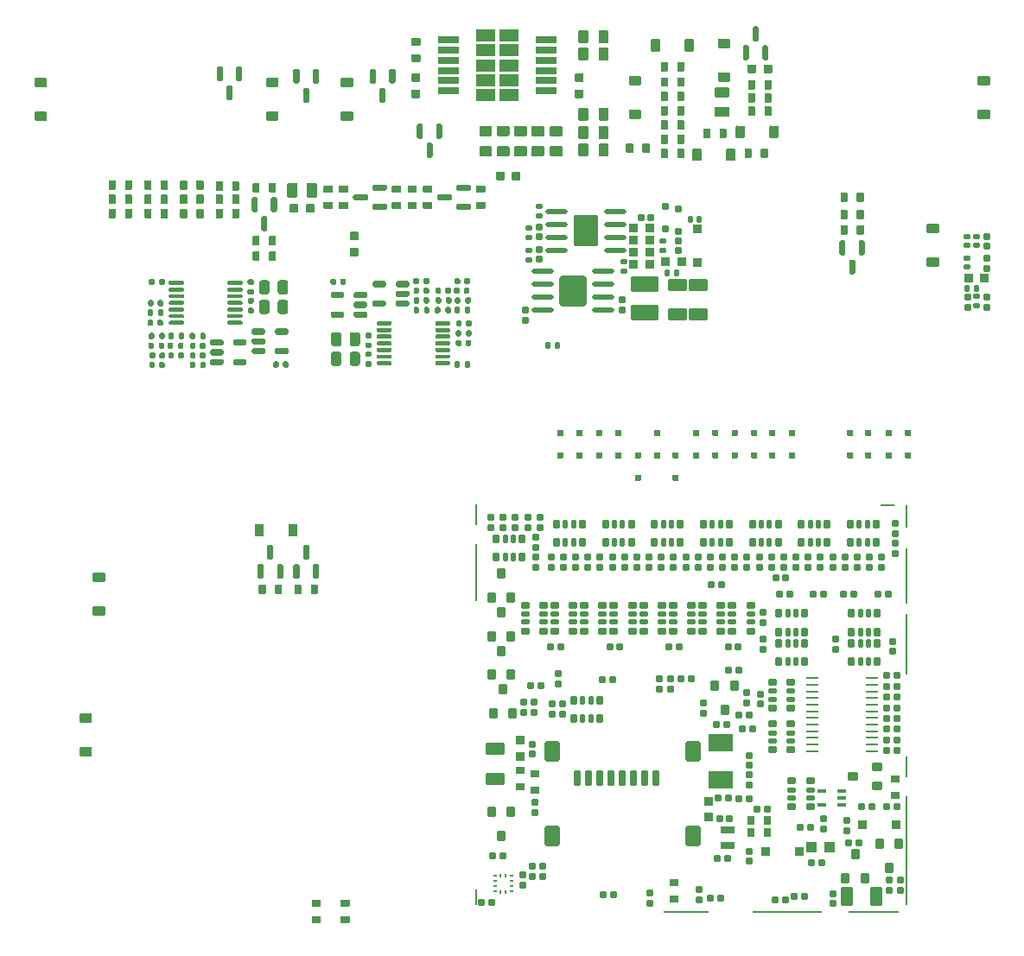
<source format=gbp>
G75*
G70*
%OFA0B0*%
%FSLAX25Y25*%
%IPPOS*%
%LPD*%
%AMOC8*
5,1,8,0,0,1.08239X$1,22.5*
%
%AMM132*
21,1,0.035430,0.030320,-0.000000,-0.000000,270.000000*
21,1,0.028350,0.037400,-0.000000,-0.000000,270.000000*
1,1,0.007090,-0.015160,-0.014170*
1,1,0.007090,-0.015160,0.014170*
1,1,0.007090,0.015160,0.014170*
1,1,0.007090,0.015160,-0.014170*
%
%AMM134*
21,1,0.035830,0.026770,-0.000000,-0.000000,180.000000*
21,1,0.029130,0.033470,-0.000000,-0.000000,180.000000*
1,1,0.006690,-0.014570,0.013390*
1,1,0.006690,0.014570,0.013390*
1,1,0.006690,0.014570,-0.013390*
1,1,0.006690,-0.014570,-0.013390*
%
%AMM136*
21,1,0.070870,0.036220,-0.000000,-0.000000,270.000000*
21,1,0.061810,0.045280,-0.000000,-0.000000,270.000000*
1,1,0.009060,-0.018110,-0.030910*
1,1,0.009060,-0.018110,0.030910*
1,1,0.009060,0.018110,0.030910*
1,1,0.009060,0.018110,-0.030910*
%
%AMM156*
21,1,0.033470,0.026770,-0.000000,-0.000000,90.000000*
21,1,0.026770,0.033470,-0.000000,-0.000000,90.000000*
1,1,0.006690,0.013390,0.013390*
1,1,0.006690,0.013390,-0.013390*
1,1,0.006690,-0.013390,-0.013390*
1,1,0.006690,-0.013390,0.013390*
%
%AMM170*
21,1,0.035830,0.026770,0.000000,-0.000000,270.000000*
21,1,0.029130,0.033470,0.000000,-0.000000,270.000000*
1,1,0.006690,-0.013390,-0.014570*
1,1,0.006690,-0.013390,0.014570*
1,1,0.006690,0.013390,0.014570*
1,1,0.006690,0.013390,-0.014570*
%
%AMM172*
21,1,0.070870,0.036220,0.000000,-0.000000,0.000000*
21,1,0.061810,0.045280,0.000000,-0.000000,0.000000*
1,1,0.009060,0.030910,-0.018110*
1,1,0.009060,-0.030910,-0.018110*
1,1,0.009060,-0.030910,0.018110*
1,1,0.009060,0.030910,0.018110*
%
%AMM175*
21,1,0.023620,0.018900,0.000000,-0.000000,0.000000*
21,1,0.018900,0.023620,0.000000,-0.000000,0.000000*
1,1,0.004720,0.009450,-0.009450*
1,1,0.004720,-0.009450,-0.009450*
1,1,0.004720,-0.009450,0.009450*
1,1,0.004720,0.009450,0.009450*
%
%AMM176*
21,1,0.019680,0.019680,0.000000,-0.000000,270.000000*
21,1,0.015750,0.023620,0.000000,-0.000000,270.000000*
1,1,0.003940,-0.009840,-0.007870*
1,1,0.003940,-0.009840,0.007870*
1,1,0.003940,0.009840,0.007870*
1,1,0.003940,0.009840,-0.007870*
%
%AMM177*
21,1,0.019680,0.019680,0.000000,-0.000000,180.000000*
21,1,0.015750,0.023620,0.000000,-0.000000,180.000000*
1,1,0.003940,-0.007870,0.009840*
1,1,0.003940,0.007870,0.009840*
1,1,0.003940,0.007870,-0.009840*
1,1,0.003940,-0.007870,-0.009840*
%
%AMM191*
21,1,0.106300,0.050390,0.000000,-0.000000,0.000000*
21,1,0.093700,0.062990,0.000000,-0.000000,0.000000*
1,1,0.012600,0.046850,-0.025200*
1,1,0.012600,-0.046850,-0.025200*
1,1,0.012600,-0.046850,0.025200*
1,1,0.012600,0.046850,0.025200*
%
%AMM192*
21,1,0.033470,0.026770,0.000000,-0.000000,180.000000*
21,1,0.026770,0.033470,0.000000,-0.000000,180.000000*
1,1,0.006690,-0.013390,0.013390*
1,1,0.006690,0.013390,0.013390*
1,1,0.006690,0.013390,-0.013390*
1,1,0.006690,-0.013390,-0.013390*
%
%AMM193*
21,1,0.023620,0.018900,0.000000,-0.000000,90.000000*
21,1,0.018900,0.023620,0.000000,-0.000000,90.000000*
1,1,0.004720,0.009450,0.009450*
1,1,0.004720,0.009450,-0.009450*
1,1,0.004720,-0.009450,-0.009450*
1,1,0.004720,-0.009450,0.009450*
%
%AMM194*
21,1,0.122050,0.075590,0.000000,-0.000000,90.000000*
21,1,0.103150,0.094490,0.000000,-0.000000,90.000000*
1,1,0.018900,0.037800,0.051580*
1,1,0.018900,0.037800,-0.051580*
1,1,0.018900,-0.037800,-0.051580*
1,1,0.018900,-0.037800,0.051580*
%
%AMM195*
21,1,0.118110,0.083460,0.000000,-0.000000,270.000000*
21,1,0.097240,0.104330,0.000000,-0.000000,270.000000*
1,1,0.020870,-0.041730,-0.048620*
1,1,0.020870,-0.041730,0.048620*
1,1,0.020870,0.041730,0.048620*
1,1,0.020870,0.041730,-0.048620*
%
%AMM206*
21,1,0.027560,0.030710,-0.000000,-0.000000,180.000000*
21,1,0.022050,0.036220,-0.000000,-0.000000,180.000000*
1,1,0.005510,-0.011020,0.015350*
1,1,0.005510,0.011020,0.015350*
1,1,0.005510,0.011020,-0.015350*
1,1,0.005510,-0.011020,-0.015350*
%
%AMM267*
21,1,0.027560,0.018900,-0.000000,-0.000000,0.000000*
21,1,0.022840,0.023620,-0.000000,-0.000000,0.000000*
1,1,0.004720,0.011420,-0.009450*
1,1,0.004720,-0.011420,-0.009450*
1,1,0.004720,-0.011420,0.009450*
1,1,0.004720,0.011420,0.009450*
%
%AMM270*
21,1,0.025590,0.026380,-0.000000,-0.000000,270.000000*
21,1,0.020470,0.031500,-0.000000,-0.000000,270.000000*
1,1,0.005120,-0.013190,-0.010240*
1,1,0.005120,-0.013190,0.010240*
1,1,0.005120,0.013190,0.010240*
1,1,0.005120,0.013190,-0.010240*
%
%AMM271*
21,1,0.017720,0.027950,-0.000000,-0.000000,270.000000*
21,1,0.014170,0.031500,-0.000000,-0.000000,270.000000*
1,1,0.003540,-0.013980,-0.007090*
1,1,0.003540,-0.013980,0.007090*
1,1,0.003540,0.013980,0.007090*
1,1,0.003540,0.013980,-0.007090*
%
%AMM273*
21,1,0.012600,0.028980,-0.000000,-0.000000,270.000000*
21,1,0.010080,0.031500,-0.000000,-0.000000,270.000000*
1,1,0.002520,-0.014490,-0.005040*
1,1,0.002520,-0.014490,0.005040*
1,1,0.002520,0.014490,0.005040*
1,1,0.002520,0.014490,-0.005040*
%
%AMM276*
21,1,0.027560,0.018900,-0.000000,-0.000000,270.000000*
21,1,0.022840,0.023620,-0.000000,-0.000000,270.000000*
1,1,0.004720,-0.009450,-0.011420*
1,1,0.004720,-0.009450,0.011420*
1,1,0.004720,0.009450,0.011420*
1,1,0.004720,0.009450,-0.011420*
%
%AMM293*
21,1,0.035430,0.030320,-0.000000,-0.000000,0.000000*
21,1,0.028350,0.037400,-0.000000,-0.000000,0.000000*
1,1,0.007090,0.014170,-0.015160*
1,1,0.007090,-0.014170,-0.015160*
1,1,0.007090,-0.014170,0.015160*
1,1,0.007090,0.014170,0.015160*
%
%AMM294*
21,1,0.070870,0.036220,-0.000000,-0.000000,180.000000*
21,1,0.061810,0.045280,-0.000000,-0.000000,180.000000*
1,1,0.009060,-0.030910,0.018110*
1,1,0.009060,0.030910,0.018110*
1,1,0.009060,0.030910,-0.018110*
1,1,0.009060,-0.030910,-0.018110*
%
%AMM295*
21,1,0.059060,0.020470,-0.000000,-0.000000,270.000000*
21,1,0.053940,0.025590,-0.000000,-0.000000,270.000000*
1,1,0.005120,-0.010240,-0.026970*
1,1,0.005120,-0.010240,0.026970*
1,1,0.005120,0.010240,0.026970*
1,1,0.005120,0.010240,-0.026970*
%
%AMM296*
21,1,0.078740,0.045670,-0.000000,-0.000000,270.000000*
21,1,0.067320,0.057090,-0.000000,-0.000000,270.000000*
1,1,0.011420,-0.022840,-0.033660*
1,1,0.011420,-0.022840,0.033660*
1,1,0.011420,0.022840,0.033660*
1,1,0.011420,0.022840,-0.033660*
%
%AMM297*
21,1,0.025590,0.026380,-0.000000,-0.000000,180.000000*
21,1,0.020470,0.031500,-0.000000,-0.000000,180.000000*
1,1,0.005120,-0.010240,0.013190*
1,1,0.005120,0.010240,0.013190*
1,1,0.005120,0.010240,-0.013190*
1,1,0.005120,-0.010240,-0.013190*
%
%AMM298*
21,1,0.017720,0.027950,-0.000000,-0.000000,180.000000*
21,1,0.014170,0.031500,-0.000000,-0.000000,180.000000*
1,1,0.003540,-0.007090,0.013980*
1,1,0.003540,0.007090,0.013980*
1,1,0.003540,0.007090,-0.013980*
1,1,0.003540,-0.007090,-0.013980*
%
%AMM299*
21,1,0.027560,0.030710,-0.000000,-0.000000,270.000000*
21,1,0.022050,0.036220,-0.000000,-0.000000,270.000000*
1,1,0.005510,-0.015350,-0.011020*
1,1,0.005510,-0.015350,0.011020*
1,1,0.005510,0.015350,0.011020*
1,1,0.005510,0.015350,-0.011020*
%
%AMM300*
21,1,0.027560,0.049610,-0.000000,-0.000000,90.000000*
21,1,0.022050,0.055120,-0.000000,-0.000000,90.000000*
1,1,0.005510,0.024800,0.011020*
1,1,0.005510,0.024800,-0.011020*
1,1,0.005510,-0.024800,-0.011020*
1,1,0.005510,-0.024800,0.011020*
%
%ADD135O,0.04961X0.00984*%
%ADD202R,0.03937X0.04331*%
%ADD207R,0.09449X0.06693*%
%ADD212R,0.00984X0.01378*%
%ADD213R,0.01378X0.00984*%
%ADD265O,0.08661X0.01968*%
%ADD277M132*%
%ADD279M134*%
%ADD281M136*%
%ADD301M156*%
%ADD315M170*%
%ADD317M172*%
%ADD320M175*%
%ADD321M176*%
%ADD322M177*%
%ADD336M191*%
%ADD337M192*%
%ADD338M193*%
%ADD339M194*%
%ADD340M195*%
%ADD357M206*%
%ADD36R,0.00787X0.09055*%
%ADD37R,0.00787X0.42126*%
%ADD38R,0.00787X0.08268*%
%ADD39R,0.00787X0.23622*%
%ADD40R,0.00787X0.21260*%
%ADD41R,0.05512X0.00787*%
%ADD42R,0.19685X0.00787*%
%ADD43R,0.26772X0.00787*%
%ADD44R,0.17717X0.00787*%
%ADD443M267*%
%ADD446M270*%
%ADD447M271*%
%ADD449M273*%
%ADD45R,0.00787X0.06299*%
%ADD452M276*%
%ADD46R,0.00787X0.22441*%
%ADD469M293*%
%ADD47R,0.00787X0.07874*%
%ADD470M294*%
%ADD471M295*%
%ADD472M296*%
%ADD473M297*%
%ADD474M298*%
%ADD475M299*%
%ADD476M300*%
%ADD76R,0.07874X0.02559*%
%ADD81R,0.07677X0.04567*%
X0000000Y0000000D02*
%LPD*%
G01*
D36*
X0340945Y0167913D03*
D37*
X0340945Y0038780D03*
D38*
X0340945Y0071063D03*
D39*
X0340945Y0118504D03*
D40*
X0340945Y0144882D03*
D41*
X0333858Y0172047D03*
D42*
X0328346Y0014961D03*
D43*
X0294882Y0014961D03*
D44*
X0256102Y0014961D03*
D45*
X0175197Y0020866D03*
D46*
X0175197Y0146260D03*
D47*
X0175197Y0168504D03*
G36*
G01*
X0088780Y0293100D02*
X0088780Y0296171D01*
G75*
G02*
X0089055Y0296447I0000276J0000000D01*
G01*
X0091260Y0296447D01*
G75*
G02*
X0091535Y0296171I0000000J-000276D01*
G01*
X0091535Y0293100D01*
G75*
G02*
X0091260Y0292825I-000276J0000000D01*
G01*
X0089055Y0292825D01*
G75*
G02*
X0088780Y0293100I0000000J0000276D01*
G01*
G37*
G36*
G01*
X0095079Y0293100D02*
X0095079Y0296171D01*
G75*
G02*
X0095354Y0296447I0000276J0000000D01*
G01*
X0097559Y0296447D01*
G75*
G02*
X0097835Y0296171I0000000J-000276D01*
G01*
X0097835Y0293100D01*
G75*
G02*
X0097559Y0292825I-000276J0000000D01*
G01*
X0095354Y0292825D01*
G75*
G02*
X0095079Y0293100I0000000J0000276D01*
G01*
G37*
G36*
G01*
X0112697Y0287953D02*
X0112697Y0285276D01*
G75*
G02*
X0112362Y0284941I-000335J0000000D01*
G01*
X0109685Y0284941D01*
G75*
G02*
X0109350Y0285276I0000000J0000335D01*
G01*
X0109350Y0287953D01*
G75*
G02*
X0109685Y0288287I0000335J0000000D01*
G01*
X0112362Y0288287D01*
G75*
G02*
X0112697Y0287953I0000000J-000335D01*
G01*
G37*
G36*
G01*
X0106476Y0287953D02*
X0106476Y0285276D01*
G75*
G02*
X0106142Y0284941I-000335J0000000D01*
G01*
X0103465Y0284941D01*
G75*
G02*
X0103130Y0285276I0000000J0000335D01*
G01*
X0103130Y0287953D01*
G75*
G02*
X0103465Y0288287I0000335J0000000D01*
G01*
X0106142Y0288287D01*
G75*
G02*
X0106476Y0287953I0000000J-000335D01*
G01*
G37*
G36*
G01*
X0315551Y0276811D02*
X0315551Y0279882D01*
G75*
G02*
X0315827Y0280157I0000276J0000000D01*
G01*
X0318031Y0280157D01*
G75*
G02*
X0318307Y0279882I0000000J-000276D01*
G01*
X0318307Y0276811D01*
G75*
G02*
X0318031Y0276535I-000276J0000000D01*
G01*
X0315827Y0276535D01*
G75*
G02*
X0315551Y0276811I0000000J0000276D01*
G01*
G37*
G36*
G01*
X0321850Y0276811D02*
X0321850Y0279882D01*
G75*
G02*
X0322126Y0280157I0000276J0000000D01*
G01*
X0324331Y0280157D01*
G75*
G02*
X0324606Y0279882I0000000J-000276D01*
G01*
X0324606Y0276811D01*
G75*
G02*
X0324331Y0276535I-000276J0000000D01*
G01*
X0322126Y0276535D01*
G75*
G02*
X0321850Y0276811I0000000J0000276D01*
G01*
G37*
G36*
G01*
X0153289Y0343268D02*
X0150218Y0343268D01*
G75*
G02*
X0149942Y0343543I0000000J0000276D01*
G01*
X0149942Y0345748D01*
G75*
G02*
X0150218Y0346024I0000276J0000000D01*
G01*
X0153289Y0346024D01*
G75*
G02*
X0153564Y0345748I0000000J-000276D01*
G01*
X0153564Y0343543D01*
G75*
G02*
X0153289Y0343268I-000276J0000000D01*
G01*
G37*
G36*
G01*
X0153289Y0349567D02*
X0150218Y0349567D01*
G75*
G02*
X0149942Y0349843I0000000J0000276D01*
G01*
X0149942Y0352047D01*
G75*
G02*
X0150218Y0352323I0000276J0000000D01*
G01*
X0153289Y0352323D01*
G75*
G02*
X0153564Y0352047I0000000J-000276D01*
G01*
X0153564Y0349843D01*
G75*
G02*
X0153289Y0349567I-000276J0000000D01*
G01*
G37*
G36*
G01*
X0298031Y0192283D02*
X0298031Y0190394D01*
G75*
G02*
X0297795Y0190157I-000236J0000000D01*
G01*
X0295906Y0190157D01*
G75*
G02*
X0295669Y0190394I0000000J0000236D01*
G01*
X0295669Y0192283D01*
G75*
G02*
X0295906Y0192520I0000236J0000000D01*
G01*
X0297795Y0192520D01*
G75*
G02*
X0298031Y0192283I0000000J-000236D01*
G01*
G37*
G36*
G01*
X0298031Y0200945D02*
X0298031Y0199055D01*
G75*
G02*
X0297795Y0198819I-000236J0000000D01*
G01*
X0295906Y0198819D01*
G75*
G02*
X0295669Y0199055I0000000J0000236D01*
G01*
X0295669Y0200945D01*
G75*
G02*
X0295906Y0201181I0000236J0000000D01*
G01*
X0297795Y0201181D01*
G75*
G02*
X0298031Y0200945I0000000J-000236D01*
G01*
G37*
G36*
G01*
X0150415Y0338799D02*
X0153092Y0338799D01*
G75*
G02*
X0153426Y0338465I0000000J-000335D01*
G01*
X0153426Y0335787D01*
G75*
G02*
X0153092Y0335453I-000335J0000000D01*
G01*
X0150415Y0335453D01*
G75*
G02*
X0150080Y0335787I0000000J0000335D01*
G01*
X0150080Y0338465D01*
G75*
G02*
X0150415Y0338799I0000335J0000000D01*
G01*
G37*
G36*
G01*
X0150415Y0332579D02*
X0153092Y0332579D01*
G75*
G02*
X0153426Y0332244I0000000J-000335D01*
G01*
X0153426Y0329567D01*
G75*
G02*
X0153092Y0329232I-000335J0000000D01*
G01*
X0150415Y0329232D01*
G75*
G02*
X0150080Y0329567I0000000J0000335D01*
G01*
X0150080Y0332244D01*
G75*
G02*
X0150415Y0332579I0000335J0000000D01*
G01*
G37*
G36*
G01*
X0223622Y0192283D02*
X0223622Y0190394D01*
G75*
G02*
X0223386Y0190157I-000236J0000000D01*
G01*
X0221496Y0190157D01*
G75*
G02*
X0221260Y0190394I0000000J0000236D01*
G01*
X0221260Y0192283D01*
G75*
G02*
X0221496Y0192520I0000236J0000000D01*
G01*
X0223386Y0192520D01*
G75*
G02*
X0223622Y0192283I0000000J-000236D01*
G01*
G37*
G36*
G01*
X0223622Y0200945D02*
X0223622Y0199055D01*
G75*
G02*
X0223386Y0198819I-000236J0000000D01*
G01*
X0221496Y0198819D01*
G75*
G02*
X0221260Y0199055I0000000J0000236D01*
G01*
X0221260Y0200945D01*
G75*
G02*
X0221496Y0201181I0000236J0000000D01*
G01*
X0223386Y0201181D01*
G75*
G02*
X0223622Y0200945I0000000J-000236D01*
G01*
G37*
G36*
G01*
X0047047Y0283110D02*
X0047047Y0286181D01*
G75*
G02*
X0047323Y0286457I0000276J0000000D01*
G01*
X0049528Y0286457D01*
G75*
G02*
X0049803Y0286181I0000000J-000276D01*
G01*
X0049803Y0283110D01*
G75*
G02*
X0049528Y0282835I-000276J0000000D01*
G01*
X0047323Y0282835D01*
G75*
G02*
X0047047Y0283110I0000000J0000276D01*
G01*
G37*
G36*
G01*
X0053346Y0283110D02*
X0053346Y0286181D01*
G75*
G02*
X0053622Y0286457I0000276J0000000D01*
G01*
X0055827Y0286457D01*
G75*
G02*
X0056102Y0286181I0000000J-000276D01*
G01*
X0056102Y0283110D01*
G75*
G02*
X0055827Y0282835I-000276J0000000D01*
G01*
X0053622Y0282835D01*
G75*
G02*
X0053346Y0283110I0000000J0000276D01*
G01*
G37*
G36*
G01*
X0246260Y0317362D02*
X0246260Y0320433D01*
G75*
G02*
X0246535Y0320709I0000276J0000000D01*
G01*
X0248740Y0320709D01*
G75*
G02*
X0249016Y0320433I0000000J-000276D01*
G01*
X0249016Y0317362D01*
G75*
G02*
X0248740Y0317087I-000276J0000000D01*
G01*
X0246535Y0317087D01*
G75*
G02*
X0246260Y0317362I0000000J0000276D01*
G01*
G37*
G36*
G01*
X0252559Y0317362D02*
X0252559Y0320433D01*
G75*
G02*
X0252835Y0320709I0000276J0000000D01*
G01*
X0255039Y0320709D01*
G75*
G02*
X0255315Y0320433I0000000J-000276D01*
G01*
X0255315Y0317362D01*
G75*
G02*
X0255039Y0317087I-000276J0000000D01*
G01*
X0252835Y0317087D01*
G75*
G02*
X0252559Y0317362I0000000J0000276D01*
G01*
G37*
G36*
G01*
X0047047Y0294134D02*
X0047047Y0297205D01*
G75*
G02*
X0047323Y0297480I0000276J0000000D01*
G01*
X0049528Y0297480D01*
G75*
G02*
X0049803Y0297205I0000000J-000276D01*
G01*
X0049803Y0294134D01*
G75*
G02*
X0049528Y0293858I-000276J0000000D01*
G01*
X0047323Y0293858D01*
G75*
G02*
X0047047Y0294134I0000000J0000276D01*
G01*
G37*
G36*
G01*
X0053346Y0294134D02*
X0053346Y0297205D01*
G75*
G02*
X0053622Y0297480I0000276J0000000D01*
G01*
X0055827Y0297480D01*
G75*
G02*
X0056102Y0297205I0000000J-000276D01*
G01*
X0056102Y0294134D01*
G75*
G02*
X0055827Y0293858I-000276J0000000D01*
G01*
X0053622Y0293858D01*
G75*
G02*
X0053346Y0294134I0000000J0000276D01*
G01*
G37*
G36*
G01*
X0275197Y0314232D02*
X0275197Y0318248D01*
G75*
G02*
X0275551Y0318602I0000354J0000000D01*
G01*
X0278386Y0318602D01*
G75*
G02*
X0278740Y0318248I0000000J-000354D01*
G01*
X0278740Y0314232D01*
G75*
G02*
X0278386Y0313878I-000354J0000000D01*
G01*
X0275551Y0313878D01*
G75*
G02*
X0275197Y0314232I0000000J0000354D01*
G01*
G37*
G36*
G01*
X0288189Y0314232D02*
X0288189Y0318248D01*
G75*
G02*
X0288543Y0318602I0000354J0000000D01*
G01*
X0291378Y0318602D01*
G75*
G02*
X0291732Y0318248I0000000J-000354D01*
G01*
X0291732Y0314232D01*
G75*
G02*
X0291378Y0313878I-000354J0000000D01*
G01*
X0288543Y0313878D01*
G75*
G02*
X0288189Y0314232I0000000J0000354D01*
G01*
G37*
G36*
G01*
X0192185Y0300551D02*
X0192185Y0297874D01*
G75*
G02*
X0191850Y0297539I-000335J0000000D01*
G01*
X0189173Y0297539D01*
G75*
G02*
X0188839Y0297874I0000000J0000335D01*
G01*
X0188839Y0300551D01*
G75*
G02*
X0189173Y0300886I0000335J0000000D01*
G01*
X0191850Y0300886D01*
G75*
G02*
X0192185Y0300551I0000000J-000335D01*
G01*
G37*
G36*
G01*
X0185965Y0300551D02*
X0185965Y0297874D01*
G75*
G02*
X0185630Y0297539I-000335J0000000D01*
G01*
X0182953Y0297539D01*
G75*
G02*
X0182618Y0297874I0000000J0000335D01*
G01*
X0182618Y0300551D01*
G75*
G02*
X0182953Y0300886I0000335J0000000D01*
G01*
X0185630Y0300886D01*
G75*
G02*
X0185965Y0300551I0000000J-000335D01*
G01*
G37*
G36*
G01*
X0236220Y0190394D02*
X0236220Y0192283D01*
G75*
G02*
X0236457Y0192520I0000236J0000000D01*
G01*
X0238346Y0192520D01*
G75*
G02*
X0238583Y0192283I0000000J-000236D01*
G01*
X0238583Y0190394D01*
G75*
G02*
X0238346Y0190157I-000236J0000000D01*
G01*
X0236457Y0190157D01*
G75*
G02*
X0236220Y0190394I0000000J0000236D01*
G01*
G37*
G36*
G01*
X0236220Y0181732D02*
X0236220Y0183622D01*
G75*
G02*
X0236457Y0183858I0000236J0000000D01*
G01*
X0238346Y0183858D01*
G75*
G02*
X0238583Y0183622I0000000J-000236D01*
G01*
X0238583Y0181732D01*
G75*
G02*
X0238346Y0181496I-000236J0000000D01*
G01*
X0236457Y0181496D01*
G75*
G02*
X0236220Y0181732I0000000J0000236D01*
G01*
G37*
G36*
G01*
X0216084Y0329232D02*
X0213407Y0329232D01*
G75*
G02*
X0213072Y0329567I0000000J0000335D01*
G01*
X0213072Y0332244D01*
G75*
G02*
X0213407Y0332579I0000335J0000000D01*
G01*
X0216084Y0332579D01*
G75*
G02*
X0216418Y0332244I0000000J-000335D01*
G01*
X0216418Y0329567D01*
G75*
G02*
X0216084Y0329232I-000335J0000000D01*
G01*
G37*
G36*
G01*
X0216084Y0335453D02*
X0213407Y0335453D01*
G75*
G02*
X0213072Y0335787I0000000J0000335D01*
G01*
X0213072Y0338465D01*
G75*
G02*
X0213407Y0338799I0000335J0000000D01*
G01*
X0216084Y0338799D01*
G75*
G02*
X0216418Y0338465I0000000J-000335D01*
G01*
X0216418Y0335787D01*
G75*
G02*
X0216084Y0335453I-000335J0000000D01*
G01*
G37*
G36*
G01*
X0075591Y0341486D02*
X0076772Y0341486D01*
G75*
G02*
X0077362Y0340896I0000000J-000591D01*
G01*
X0077362Y0336270D01*
G75*
G02*
X0076772Y0335679I-000591J0000000D01*
G01*
X0075591Y0335679D01*
G75*
G02*
X0075000Y0336270I0000000J0000591D01*
G01*
X0075000Y0340896D01*
G75*
G02*
X0075591Y0341486I0000591J0000000D01*
G01*
G37*
G36*
G01*
X0083071Y0341486D02*
X0084252Y0341486D01*
G75*
G02*
X0084843Y0340896I0000000J-000591D01*
G01*
X0084843Y0336270D01*
G75*
G02*
X0084252Y0335679I-000591J0000000D01*
G01*
X0083071Y0335679D01*
G75*
G02*
X0082480Y0336270I0000000J0000591D01*
G01*
X0082480Y0340896D01*
G75*
G02*
X0083071Y0341486I0000591J0000000D01*
G01*
G37*
G36*
G01*
X0079331Y0334104D02*
X0080512Y0334104D01*
G75*
G02*
X0081102Y0333514I0000000J-000591D01*
G01*
X0081102Y0328888D01*
G75*
G02*
X0080512Y0328297I-000591J0000000D01*
G01*
X0079331Y0328297D01*
G75*
G02*
X0078740Y0328888I0000000J0000591D01*
G01*
X0078740Y0333514D01*
G75*
G02*
X0079331Y0334104I0000591J0000000D01*
G01*
G37*
G36*
G01*
X0327510Y0192289D02*
X0327510Y0190400D01*
G75*
G02*
X0327274Y0190163I-000236J0000000D01*
G01*
X0325384Y0190163D01*
G75*
G02*
X0325148Y0190400I0000000J0000236D01*
G01*
X0325148Y0192289D01*
G75*
G02*
X0325384Y0192526I0000236J0000000D01*
G01*
X0327274Y0192526D01*
G75*
G02*
X0327510Y0192289I0000000J-000236D01*
G01*
G37*
G36*
G01*
X0327510Y0200951D02*
X0327510Y0199061D01*
G75*
G02*
X0327274Y0198825I-000236J0000000D01*
G01*
X0325384Y0198825D01*
G75*
G02*
X0325148Y0199061I0000000J0000236D01*
G01*
X0325148Y0200951D01*
G75*
G02*
X0325384Y0201187I0000236J0000000D01*
G01*
X0327274Y0201187D01*
G75*
G02*
X0327510Y0200951I0000000J-000236D01*
G01*
G37*
G36*
G01*
X0173130Y0295276D02*
X0173130Y0294094D01*
G75*
G02*
X0172539Y0293504I-000591J0000000D01*
G01*
X0167913Y0293504D01*
G75*
G02*
X0167323Y0294094I0000000J0000591D01*
G01*
X0167323Y0295276D01*
G75*
G02*
X0167913Y0295866I0000591J0000000D01*
G01*
X0172539Y0295866D01*
G75*
G02*
X0173130Y0295276I0000000J-000591D01*
G01*
G37*
G36*
G01*
X0165748Y0291535D02*
X0165748Y0290354D01*
G75*
G02*
X0165157Y0289764I-000591J0000000D01*
G01*
X0160531Y0289764D01*
G75*
G02*
X0159941Y0290354I0000000J0000591D01*
G01*
X0159941Y0291535D01*
G75*
G02*
X0160531Y0292126I0000591J0000000D01*
G01*
X0165157Y0292126D01*
G75*
G02*
X0165748Y0291535I0000000J-000591D01*
G01*
G37*
G36*
G01*
X0173130Y0287795D02*
X0173130Y0286614D01*
G75*
G02*
X0172539Y0286024I-000591J0000000D01*
G01*
X0167913Y0286024D01*
G75*
G02*
X0167323Y0286614I0000000J0000591D01*
G01*
X0167323Y0287795D01*
G75*
G02*
X0167913Y0288386I0000591J0000000D01*
G01*
X0172539Y0288386D01*
G75*
G02*
X0173130Y0287795I0000000J-000591D01*
G01*
G37*
G36*
G01*
X0091142Y0138061D02*
X0091142Y0141132D01*
G75*
G02*
X0091417Y0141408I0000276J0000000D01*
G01*
X0093622Y0141408D01*
G75*
G02*
X0093898Y0141132I0000000J-000276D01*
G01*
X0093898Y0138061D01*
G75*
G02*
X0093622Y0137786I-000276J0000000D01*
G01*
X0091417Y0137786D01*
G75*
G02*
X0091142Y0138061I0000000J0000276D01*
G01*
G37*
G36*
G01*
X0097441Y0138061D02*
X0097441Y0141132D01*
G75*
G02*
X0097717Y0141408I0000276J0000000D01*
G01*
X0099921Y0141408D01*
G75*
G02*
X0100197Y0141132I0000000J-000276D01*
G01*
X0100197Y0138061D01*
G75*
G02*
X0099921Y0137786I-000276J0000000D01*
G01*
X0097717Y0137786D01*
G75*
G02*
X0097441Y0138061I0000000J0000276D01*
G01*
G37*
G36*
G01*
X0026496Y0075197D02*
X0022480Y0075197D01*
G75*
G02*
X0022126Y0075551I0000000J0000354D01*
G01*
X0022126Y0078386D01*
G75*
G02*
X0022480Y0078740I0000354J0000000D01*
G01*
X0026496Y0078740D01*
G75*
G02*
X0026850Y0078386I0000000J-000354D01*
G01*
X0026850Y0075551D01*
G75*
G02*
X0026496Y0075197I-000354J0000000D01*
G01*
G37*
G36*
G01*
X0026496Y0088189D02*
X0022480Y0088189D01*
G75*
G02*
X0022126Y0088543I0000000J0000354D01*
G01*
X0022126Y0091378D01*
G75*
G02*
X0022480Y0091732I0000354J0000000D01*
G01*
X0026496Y0091732D01*
G75*
G02*
X0026850Y0091378I0000000J-000354D01*
G01*
X0026850Y0088543D01*
G75*
G02*
X0026496Y0088189I-000354J0000000D01*
G01*
G37*
G36*
G01*
X0231053Y0192289D02*
X0231053Y0190400D01*
G75*
G02*
X0230817Y0190163I-000236J0000000D01*
G01*
X0228927Y0190163D01*
G75*
G02*
X0228691Y0190400I0000000J0000236D01*
G01*
X0228691Y0192289D01*
G75*
G02*
X0228927Y0192526I0000236J0000000D01*
G01*
X0230817Y0192526D01*
G75*
G02*
X0231053Y0192289I0000000J-000236D01*
G01*
G37*
G36*
G01*
X0231053Y0200951D02*
X0231053Y0199061D01*
G75*
G02*
X0230817Y0198825I-000236J0000000D01*
G01*
X0228927Y0198825D01*
G75*
G02*
X0228691Y0199061I0000000J0000236D01*
G01*
X0228691Y0200951D01*
G75*
G02*
X0228927Y0201187I0000236J0000000D01*
G01*
X0230817Y0201187D01*
G75*
G02*
X0231053Y0200951I0000000J-000236D01*
G01*
G37*
G36*
G01*
X0278543Y0306437D02*
X0278543Y0309508D01*
G75*
G02*
X0278819Y0309783I0000276J0000000D01*
G01*
X0281024Y0309783D01*
G75*
G02*
X0281299Y0309508I0000000J-000276D01*
G01*
X0281299Y0306437D01*
G75*
G02*
X0281024Y0306161I-000276J0000000D01*
G01*
X0278819Y0306161D01*
G75*
G02*
X0278543Y0306437I0000000J0000276D01*
G01*
G37*
G36*
G01*
X0284843Y0306437D02*
X0284843Y0309508D01*
G75*
G02*
X0285118Y0309783I0000276J0000000D01*
G01*
X0287323Y0309783D01*
G75*
G02*
X0287598Y0309508I0000000J-000276D01*
G01*
X0287598Y0306437D01*
G75*
G02*
X0287323Y0306161I-000276J0000000D01*
G01*
X0285118Y0306161D01*
G75*
G02*
X0284843Y0306437I0000000J0000276D01*
G01*
G37*
G36*
G01*
X0324606Y0285787D02*
X0324606Y0282717D01*
G75*
G02*
X0324331Y0282441I-000276J0000000D01*
G01*
X0322126Y0282441D01*
G75*
G02*
X0321850Y0282717I0000000J0000276D01*
G01*
X0321850Y0285787D01*
G75*
G02*
X0322126Y0286063I0000276J0000000D01*
G01*
X0324331Y0286063D01*
G75*
G02*
X0324606Y0285787I0000000J-000276D01*
G01*
G37*
G36*
G01*
X0318307Y0285787D02*
X0318307Y0282717D01*
G75*
G02*
X0318031Y0282441I-000276J0000000D01*
G01*
X0315827Y0282441D01*
G75*
G02*
X0315551Y0282717I0000000J0000276D01*
G01*
X0315551Y0285787D01*
G75*
G02*
X0315827Y0286063I0000276J0000000D01*
G01*
X0318031Y0286063D01*
G75*
G02*
X0318307Y0285787I0000000J-000276D01*
G01*
G37*
G36*
G01*
X0353209Y0264075D02*
X0349193Y0264075D01*
G75*
G02*
X0348839Y0264429I0000000J0000354D01*
G01*
X0348839Y0267264D01*
G75*
G02*
X0349193Y0267618I0000354J0000000D01*
G01*
X0353209Y0267618D01*
G75*
G02*
X0353563Y0267264I0000000J-000354D01*
G01*
X0353563Y0264429D01*
G75*
G02*
X0353209Y0264075I-000354J0000000D01*
G01*
G37*
G36*
G01*
X0353209Y0277067D02*
X0349193Y0277067D01*
G75*
G02*
X0348839Y0277421I0000000J0000354D01*
G01*
X0348839Y0280256D01*
G75*
G02*
X0349193Y0280610I0000354J0000000D01*
G01*
X0353209Y0280610D01*
G75*
G02*
X0353563Y0280256I0000000J-000354D01*
G01*
X0353563Y0277421D01*
G75*
G02*
X0353209Y0277067I-000354J0000000D01*
G01*
G37*
G36*
G01*
X0283465Y0192283D02*
X0283465Y0190394D01*
G75*
G02*
X0283228Y0190157I-000236J0000000D01*
G01*
X0281339Y0190157D01*
G75*
G02*
X0281102Y0190394I0000000J0000236D01*
G01*
X0281102Y0192283D01*
G75*
G02*
X0281339Y0192520I0000236J0000000D01*
G01*
X0283228Y0192520D01*
G75*
G02*
X0283465Y0192283I0000000J-000236D01*
G01*
G37*
G36*
G01*
X0283465Y0200945D02*
X0283465Y0199055D01*
G75*
G02*
X0283228Y0198819I-000236J0000000D01*
G01*
X0281339Y0198819D01*
G75*
G02*
X0281102Y0199055I0000000J0000236D01*
G01*
X0281102Y0200945D01*
G75*
G02*
X0281339Y0201181I0000236J0000000D01*
G01*
X0283228Y0201181D01*
G75*
G02*
X0283465Y0200945I0000000J-000236D01*
G01*
G37*
G36*
G01*
X0214352Y0313839D02*
X0214352Y0317972D01*
G75*
G02*
X0214745Y0318366I0000394J0000000D01*
G01*
X0217895Y0318366D01*
G75*
G02*
X0218289Y0317972I0000000J-000394D01*
G01*
X0218289Y0313839D01*
G75*
G02*
X0217895Y0313445I-000394J0000000D01*
G01*
X0214745Y0313445D01*
G75*
G02*
X0214352Y0313839I0000000J0000394D01*
G01*
G37*
G36*
G01*
X0222226Y0313839D02*
X0222226Y0317972D01*
G75*
G02*
X0222619Y0318366I0000394J0000000D01*
G01*
X0225769Y0318366D01*
G75*
G02*
X0226163Y0317972I0000000J-000394D01*
G01*
X0226163Y0313839D01*
G75*
G02*
X0225769Y0313445I-000394J0000000D01*
G01*
X0222619Y0313445D01*
G75*
G02*
X0222226Y0313839I0000000J0000394D01*
G01*
G37*
G36*
G01*
X0255315Y0314921D02*
X0255315Y0311850D01*
G75*
G02*
X0255039Y0311575I-000276J0000000D01*
G01*
X0252835Y0311575D01*
G75*
G02*
X0252559Y0311850I0000000J0000276D01*
G01*
X0252559Y0314921D01*
G75*
G02*
X0252835Y0315197I0000276J0000000D01*
G01*
X0255039Y0315197D01*
G75*
G02*
X0255315Y0314921I0000000J-000276D01*
G01*
G37*
G36*
G01*
X0249016Y0314921D02*
X0249016Y0311850D01*
G75*
G02*
X0248740Y0311575I-000276J0000000D01*
G01*
X0246535Y0311575D01*
G75*
G02*
X0246260Y0311850I0000000J0000276D01*
G01*
X0246260Y0314921D01*
G75*
G02*
X0246535Y0315197I0000276J0000000D01*
G01*
X0248740Y0315197D01*
G75*
G02*
X0249016Y0314921I0000000J-000276D01*
G01*
G37*
G36*
G01*
X0060827Y0283110D02*
X0060827Y0286181D01*
G75*
G02*
X0061102Y0286457I0000276J0000000D01*
G01*
X0063307Y0286457D01*
G75*
G02*
X0063583Y0286181I0000000J-000276D01*
G01*
X0063583Y0283110D01*
G75*
G02*
X0063307Y0282835I-000276J0000000D01*
G01*
X0061102Y0282835D01*
G75*
G02*
X0060827Y0283110I0000000J0000276D01*
G01*
G37*
G36*
G01*
X0067126Y0283110D02*
X0067126Y0286181D01*
G75*
G02*
X0067402Y0286457I0000276J0000000D01*
G01*
X0069606Y0286457D01*
G75*
G02*
X0069882Y0286181I0000000J-000276D01*
G01*
X0069882Y0283110D01*
G75*
G02*
X0069606Y0282835I-000276J0000000D01*
G01*
X0067402Y0282835D01*
G75*
G02*
X0067126Y0283110I0000000J0000276D01*
G01*
G37*
G36*
G01*
X0140699Y0295276D02*
X0140699Y0294094D01*
G75*
G02*
X0140108Y0293504I-000591J0000000D01*
G01*
X0135482Y0293504D01*
G75*
G02*
X0134892Y0294094I0000000J0000591D01*
G01*
X0134892Y0295276D01*
G75*
G02*
X0135482Y0295866I0000591J0000000D01*
G01*
X0140108Y0295866D01*
G75*
G02*
X0140699Y0295276I0000000J-000591D01*
G01*
G37*
G36*
G01*
X0133317Y0291535D02*
X0133317Y0290354D01*
G75*
G02*
X0132726Y0289764I-000591J0000000D01*
G01*
X0128100Y0289764D01*
G75*
G02*
X0127510Y0290354I0000000J0000591D01*
G01*
X0127510Y0291535D01*
G75*
G02*
X0128100Y0292126I0000591J0000000D01*
G01*
X0132726Y0292126D01*
G75*
G02*
X0133317Y0291535I0000000J-000591D01*
G01*
G37*
G36*
G01*
X0140699Y0287795D02*
X0140699Y0286614D01*
G75*
G02*
X0140108Y0286024I-000591J0000000D01*
G01*
X0135482Y0286024D01*
G75*
G02*
X0134892Y0286614I0000000J0000591D01*
G01*
X0134892Y0287795D01*
G75*
G02*
X0135482Y0288386I0000591J0000000D01*
G01*
X0140108Y0288386D01*
G75*
G02*
X0140699Y0287795I0000000J-000591D01*
G01*
G37*
G36*
G01*
X0151929Y0286417D02*
X0148858Y0286417D01*
G75*
G02*
X0148583Y0286693I0000000J0000276D01*
G01*
X0148583Y0288898D01*
G75*
G02*
X0148858Y0289173I0000276J0000000D01*
G01*
X0151929Y0289173D01*
G75*
G02*
X0152205Y0288898I0000000J-000276D01*
G01*
X0152205Y0286693D01*
G75*
G02*
X0151929Y0286417I-000276J0000000D01*
G01*
G37*
G36*
G01*
X0151929Y0292717D02*
X0148858Y0292717D01*
G75*
G02*
X0148583Y0292992I0000000J0000276D01*
G01*
X0148583Y0295197D01*
G75*
G02*
X0148858Y0295472I0000276J0000000D01*
G01*
X0151929Y0295472D01*
G75*
G02*
X0152205Y0295197I0000000J-000276D01*
G01*
X0152205Y0292992D01*
G75*
G02*
X0151929Y0292717I-000276J0000000D01*
G01*
G37*
G36*
G01*
X0226163Y0348287D02*
X0226163Y0344154D01*
G75*
G02*
X0225769Y0343760I-000394J0000000D01*
G01*
X0222619Y0343760D01*
G75*
G02*
X0222226Y0344154I0000000J0000394D01*
G01*
X0222226Y0348287D01*
G75*
G02*
X0222619Y0348681I0000394J0000000D01*
G01*
X0225769Y0348681D01*
G75*
G02*
X0226163Y0348287I0000000J-000394D01*
G01*
G37*
G36*
G01*
X0218289Y0348287D02*
X0218289Y0344154D01*
G75*
G02*
X0217895Y0343760I-000394J0000000D01*
G01*
X0214745Y0343760D01*
G75*
G02*
X0214352Y0344154I0000000J0000394D01*
G01*
X0214352Y0348287D01*
G75*
G02*
X0214745Y0348681I0000394J0000000D01*
G01*
X0217895Y0348681D01*
G75*
G02*
X0218289Y0348287I0000000J-000394D01*
G01*
G37*
G36*
G01*
X0178307Y0286417D02*
X0175236Y0286417D01*
G75*
G02*
X0174961Y0286693I0000000J0000276D01*
G01*
X0174961Y0288898D01*
G75*
G02*
X0175236Y0289173I0000276J0000000D01*
G01*
X0178307Y0289173D01*
G75*
G02*
X0178583Y0288898I0000000J-000276D01*
G01*
X0178583Y0286693D01*
G75*
G02*
X0178307Y0286417I-000276J0000000D01*
G01*
G37*
G36*
G01*
X0178307Y0292717D02*
X0175236Y0292717D01*
G75*
G02*
X0174961Y0292992I0000000J0000276D01*
G01*
X0174961Y0295197D01*
G75*
G02*
X0175236Y0295472I0000276J0000000D01*
G01*
X0178307Y0295472D01*
G75*
G02*
X0178583Y0295197I0000000J-000276D01*
G01*
X0178583Y0292992D01*
G75*
G02*
X0178307Y0292717I-000276J0000000D01*
G01*
G37*
G36*
G01*
X0083661Y0291693D02*
X0083661Y0288622D01*
G75*
G02*
X0083386Y0288346I-000276J0000000D01*
G01*
X0081181Y0288346D01*
G75*
G02*
X0080906Y0288622I0000000J0000276D01*
G01*
X0080906Y0291693D01*
G75*
G02*
X0081181Y0291969I0000276J0000000D01*
G01*
X0083386Y0291969D01*
G75*
G02*
X0083661Y0291693I0000000J-000276D01*
G01*
G37*
G36*
G01*
X0077362Y0291693D02*
X0077362Y0288622D01*
G75*
G02*
X0077087Y0288346I-000276J0000000D01*
G01*
X0074882Y0288346D01*
G75*
G02*
X0074606Y0288622I0000000J0000276D01*
G01*
X0074606Y0291693D01*
G75*
G02*
X0074882Y0291969I0000276J0000000D01*
G01*
X0077087Y0291969D01*
G75*
G02*
X0077362Y0291693I0000000J-000276D01*
G01*
G37*
G36*
G01*
X0267421Y0333415D02*
X0272343Y0333415D01*
G75*
G02*
X0272736Y0333022I0000000J-000394D01*
G01*
X0272736Y0329872D01*
G75*
G02*
X0272343Y0329478I-000394J0000000D01*
G01*
X0267421Y0329478D01*
G75*
G02*
X0267028Y0329872I0000000J0000394D01*
G01*
X0267028Y0333022D01*
G75*
G02*
X0267421Y0333415I0000394J0000000D01*
G01*
G37*
G36*
G01*
X0267421Y0325935D02*
X0272343Y0325935D01*
G75*
G02*
X0272736Y0325541I0000000J-000394D01*
G01*
X0272736Y0322392D01*
G75*
G02*
X0272343Y0321998I-000394J0000000D01*
G01*
X0267421Y0321998D01*
G75*
G02*
X0267028Y0322392I0000000J0000394D01*
G01*
X0267028Y0325541D01*
G75*
G02*
X0267421Y0325935I0000394J0000000D01*
G01*
G37*
G36*
G01*
X0069882Y0297205D02*
X0069882Y0294134D01*
G75*
G02*
X0069606Y0293858I-000276J0000000D01*
G01*
X0067402Y0293858D01*
G75*
G02*
X0067126Y0294134I0000000J0000276D01*
G01*
X0067126Y0297205D01*
G75*
G02*
X0067402Y0297480I0000276J0000000D01*
G01*
X0069606Y0297480D01*
G75*
G02*
X0069882Y0297205I0000000J-000276D01*
G01*
G37*
G36*
G01*
X0063583Y0297205D02*
X0063583Y0294134D01*
G75*
G02*
X0063307Y0293858I-000276J0000000D01*
G01*
X0061102Y0293858D01*
G75*
G02*
X0060827Y0294134I0000000J0000276D01*
G01*
X0060827Y0297205D01*
G75*
G02*
X0061102Y0297480I0000276J0000000D01*
G01*
X0063307Y0297480D01*
G75*
G02*
X0063583Y0297205I0000000J-000276D01*
G01*
G37*
G36*
G01*
X0154764Y0295472D02*
X0157835Y0295472D01*
G75*
G02*
X0158110Y0295197I0000000J-000276D01*
G01*
X0158110Y0292992D01*
G75*
G02*
X0157835Y0292717I-000276J0000000D01*
G01*
X0154764Y0292717D01*
G75*
G02*
X0154488Y0292992I0000000J0000276D01*
G01*
X0154488Y0295197D01*
G75*
G02*
X0154764Y0295472I0000276J0000000D01*
G01*
G37*
G36*
G01*
X0154764Y0289173D02*
X0157835Y0289173D01*
G75*
G02*
X0158110Y0288898I0000000J-000276D01*
G01*
X0158110Y0286693D01*
G75*
G02*
X0157835Y0286417I-000276J0000000D01*
G01*
X0154764Y0286417D01*
G75*
G02*
X0154488Y0286693I0000000J0000276D01*
G01*
X0154488Y0288898D01*
G75*
G02*
X0154764Y0289173I0000276J0000000D01*
G01*
G37*
G36*
G01*
X0134646Y0340600D02*
X0135827Y0340600D01*
G75*
G02*
X0136417Y0340010I0000000J-000591D01*
G01*
X0136417Y0335384D01*
G75*
G02*
X0135827Y0334793I-000591J0000000D01*
G01*
X0134646Y0334793D01*
G75*
G02*
X0134055Y0335384I0000000J0000591D01*
G01*
X0134055Y0340010D01*
G75*
G02*
X0134646Y0340600I0000591J0000000D01*
G01*
G37*
G36*
G01*
X0142126Y0340600D02*
X0143307Y0340600D01*
G75*
G02*
X0143898Y0340010I0000000J-000591D01*
G01*
X0143898Y0335384D01*
G75*
G02*
X0143307Y0334793I-000591J0000000D01*
G01*
X0142126Y0334793D01*
G75*
G02*
X0141535Y0335384I0000000J0000591D01*
G01*
X0141535Y0340010D01*
G75*
G02*
X0142126Y0340600I0000591J0000000D01*
G01*
G37*
G36*
G01*
X0138386Y0333219D02*
X0139567Y0333219D01*
G75*
G02*
X0140157Y0332628I0000000J-000591D01*
G01*
X0140157Y0328002D01*
G75*
G02*
X0139567Y0327411I-000591J0000000D01*
G01*
X0138386Y0327411D01*
G75*
G02*
X0137795Y0328002I0000000J0000591D01*
G01*
X0137795Y0332628D01*
G75*
G02*
X0138386Y0333219I0000591J0000000D01*
G01*
G37*
G36*
G01*
X0097835Y0269793D02*
X0097835Y0266722D01*
G75*
G02*
X0097559Y0266447I-000276J0000000D01*
G01*
X0095354Y0266447D01*
G75*
G02*
X0095079Y0266722I0000000J0000276D01*
G01*
X0095079Y0269793D01*
G75*
G02*
X0095354Y0270069I0000276J0000000D01*
G01*
X0097559Y0270069D01*
G75*
G02*
X0097835Y0269793I0000000J-000276D01*
G01*
G37*
G36*
G01*
X0091535Y0269793D02*
X0091535Y0266722D01*
G75*
G02*
X0091260Y0266447I-000276J0000000D01*
G01*
X0089055Y0266447D01*
G75*
G02*
X0088780Y0266722I0000000J0000276D01*
G01*
X0088780Y0269793D01*
G75*
G02*
X0089055Y0270069I0000276J0000000D01*
G01*
X0091260Y0270069D01*
G75*
G02*
X0091535Y0269793I0000000J-000276D01*
G01*
G37*
G36*
G01*
X0272677Y0335581D02*
X0268661Y0335581D01*
G75*
G02*
X0268307Y0335935I0000000J0000354D01*
G01*
X0268307Y0338770D01*
G75*
G02*
X0268661Y0339124I0000354J0000000D01*
G01*
X0272677Y0339124D01*
G75*
G02*
X0273031Y0338770I0000000J-000354D01*
G01*
X0273031Y0335935D01*
G75*
G02*
X0272677Y0335581I-000354J0000000D01*
G01*
G37*
G36*
G01*
X0272677Y0348573D02*
X0268661Y0348573D01*
G75*
G02*
X0268307Y0348927I0000000J0000354D01*
G01*
X0268307Y0351762D01*
G75*
G02*
X0268661Y0352116I0000354J0000000D01*
G01*
X0272677Y0352116D01*
G75*
G02*
X0273031Y0351762I0000000J-000354D01*
G01*
X0273031Y0348927D01*
G75*
G02*
X0272677Y0348573I-000354J0000000D01*
G01*
G37*
G36*
G01*
X0145876Y0286417D02*
X0142805Y0286417D01*
G75*
G02*
X0142530Y0286693I0000000J0000276D01*
G01*
X0142530Y0288898D01*
G75*
G02*
X0142805Y0289173I0000276J0000000D01*
G01*
X0145876Y0289173D01*
G75*
G02*
X0146152Y0288898I0000000J-000276D01*
G01*
X0146152Y0286693D01*
G75*
G02*
X0145876Y0286417I-000276J0000000D01*
G01*
G37*
G36*
G01*
X0145876Y0292717D02*
X0142805Y0292717D01*
G75*
G02*
X0142530Y0292992I0000000J0000276D01*
G01*
X0142530Y0295197D01*
G75*
G02*
X0142805Y0295472I0000276J0000000D01*
G01*
X0145876Y0295472D01*
G75*
G02*
X0146152Y0295197I0000000J-000276D01*
G01*
X0146152Y0292992D01*
G75*
G02*
X0145876Y0292717I-000276J0000000D01*
G01*
G37*
G36*
G01*
X0268504Y0192283D02*
X0268504Y0190394D01*
G75*
G02*
X0268268Y0190157I-000236J0000000D01*
G01*
X0266378Y0190157D01*
G75*
G02*
X0266142Y0190394I0000000J0000236D01*
G01*
X0266142Y0192283D01*
G75*
G02*
X0266378Y0192520I0000236J0000000D01*
G01*
X0268268Y0192520D01*
G75*
G02*
X0268504Y0192283I0000000J-000236D01*
G01*
G37*
G36*
G01*
X0268504Y0200945D02*
X0268504Y0199055D01*
G75*
G02*
X0268268Y0198819I-000236J0000000D01*
G01*
X0266378Y0198819D01*
G75*
G02*
X0266142Y0199055I0000000J0000236D01*
G01*
X0266142Y0200945D01*
G75*
G02*
X0266378Y0201181I0000236J0000000D01*
G01*
X0268268Y0201181D01*
G75*
G02*
X0268504Y0200945I0000000J-000236D01*
G01*
G37*
G36*
G01*
X0104921Y0138061D02*
X0104921Y0141132D01*
G75*
G02*
X0105197Y0141408I0000276J0000000D01*
G01*
X0107402Y0141408D01*
G75*
G02*
X0107677Y0141132I0000000J-000276D01*
G01*
X0107677Y0138061D01*
G75*
G02*
X0107402Y0137786I-000276J0000000D01*
G01*
X0105197Y0137786D01*
G75*
G02*
X0104921Y0138061I0000000J0000276D01*
G01*
G37*
G36*
G01*
X0111220Y0138061D02*
X0111220Y0141132D01*
G75*
G02*
X0111496Y0141408I0000276J0000000D01*
G01*
X0113701Y0141408D01*
G75*
G02*
X0113976Y0141132I0000000J-000276D01*
G01*
X0113976Y0138061D01*
G75*
G02*
X0113701Y0137786I-000276J0000000D01*
G01*
X0111496Y0137786D01*
G75*
G02*
X0111220Y0138061I0000000J0000276D01*
G01*
G37*
G36*
G01*
X0259055Y0351614D02*
X0259055Y0347598D01*
G75*
G02*
X0258701Y0347244I-000354J0000000D01*
G01*
X0255866Y0347244D01*
G75*
G02*
X0255512Y0347598I0000000J0000354D01*
G01*
X0255512Y0351614D01*
G75*
G02*
X0255866Y0351969I0000354J0000000D01*
G01*
X0258701Y0351969D01*
G75*
G02*
X0259055Y0351614I0000000J-000354D01*
G01*
G37*
G36*
G01*
X0246063Y0351614D02*
X0246063Y0347598D01*
G75*
G02*
X0245709Y0347244I-000354J0000000D01*
G01*
X0242874Y0347244D01*
G75*
G02*
X0242520Y0347598I0000000J0000354D01*
G01*
X0242520Y0351614D01*
G75*
G02*
X0242874Y0351969I0000354J0000000D01*
G01*
X0245709Y0351969D01*
G75*
G02*
X0246063Y0351614I0000000J-000354D01*
G01*
G37*
G36*
G01*
X0122333Y0295472D02*
X0125404Y0295472D01*
G75*
G02*
X0125679Y0295197I0000000J-000276D01*
G01*
X0125679Y0292992D01*
G75*
G02*
X0125404Y0292717I-000276J0000000D01*
G01*
X0122333Y0292717D01*
G75*
G02*
X0122057Y0292992I0000000J0000276D01*
G01*
X0122057Y0295197D01*
G75*
G02*
X0122333Y0295472I0000276J0000000D01*
G01*
G37*
G36*
G01*
X0122333Y0289173D02*
X0125404Y0289173D01*
G75*
G02*
X0125679Y0288898I0000000J-000276D01*
G01*
X0125679Y0286693D01*
G75*
G02*
X0125404Y0286417I-000276J0000000D01*
G01*
X0122333Y0286417D01*
G75*
G02*
X0122057Y0286693I0000000J0000276D01*
G01*
X0122057Y0288898D01*
G75*
G02*
X0122333Y0289173I0000276J0000000D01*
G01*
G37*
G36*
G01*
X0152756Y0319341D02*
X0153937Y0319341D01*
G75*
G02*
X0154528Y0318750I0000000J-000591D01*
G01*
X0154528Y0314124D01*
G75*
G02*
X0153937Y0313533I-000591J0000000D01*
G01*
X0152756Y0313533D01*
G75*
G02*
X0152165Y0314124I0000000J0000591D01*
G01*
X0152165Y0318750D01*
G75*
G02*
X0152756Y0319341I0000591J0000000D01*
G01*
G37*
G36*
G01*
X0156496Y0311959D02*
X0157677Y0311959D01*
G75*
G02*
X0158268Y0311368I0000000J-000591D01*
G01*
X0158268Y0306742D01*
G75*
G02*
X0157677Y0306152I-000591J0000000D01*
G01*
X0156496Y0306152D01*
G75*
G02*
X0155906Y0306742I0000000J0000591D01*
G01*
X0155906Y0311368D01*
G75*
G02*
X0156496Y0311959I0000591J0000000D01*
G01*
G37*
G36*
G01*
X0160236Y0319341D02*
X0161417Y0319341D01*
G75*
G02*
X0162008Y0318750I0000000J-000591D01*
G01*
X0162008Y0314124D01*
G75*
G02*
X0161417Y0313533I-000591J0000000D01*
G01*
X0160236Y0313533D01*
G75*
G02*
X0159646Y0314124I0000000J0000591D01*
G01*
X0159646Y0318750D01*
G75*
G02*
X0160236Y0319341I0000591J0000000D01*
G01*
G37*
G36*
G01*
X0238307Y0321260D02*
X0234291Y0321260D01*
G75*
G02*
X0233937Y0321614I0000000J0000354D01*
G01*
X0233937Y0324449D01*
G75*
G02*
X0234291Y0324803I0000354J0000000D01*
G01*
X0238307Y0324803D01*
G75*
G02*
X0238661Y0324449I0000000J-000354D01*
G01*
X0238661Y0321614D01*
G75*
G02*
X0238307Y0321260I-000354J0000000D01*
G01*
G37*
G36*
G01*
X0238307Y0334252D02*
X0234291Y0334252D01*
G75*
G02*
X0233937Y0334606I0000000J0000354D01*
G01*
X0233937Y0337441D01*
G75*
G02*
X0234291Y0337795I0000354J0000000D01*
G01*
X0238307Y0337795D01*
G75*
G02*
X0238661Y0337441I0000000J-000354D01*
G01*
X0238661Y0334606D01*
G75*
G02*
X0238307Y0334252I-000354J0000000D01*
G01*
G37*
G36*
G01*
X0246260Y0328386D02*
X0246260Y0331457D01*
G75*
G02*
X0246535Y0331732I0000276J0000000D01*
G01*
X0248740Y0331732D01*
G75*
G02*
X0249016Y0331457I0000000J-000276D01*
G01*
X0249016Y0328386D01*
G75*
G02*
X0248740Y0328110I-000276J0000000D01*
G01*
X0246535Y0328110D01*
G75*
G02*
X0246260Y0328386I0000000J0000276D01*
G01*
G37*
G36*
G01*
X0252559Y0328386D02*
X0252559Y0331457D01*
G75*
G02*
X0252835Y0331732I0000276J0000000D01*
G01*
X0255039Y0331732D01*
G75*
G02*
X0255315Y0331457I0000000J-000276D01*
G01*
X0255315Y0328386D01*
G75*
G02*
X0255039Y0328110I-000276J0000000D01*
G01*
X0252835Y0328110D01*
G75*
G02*
X0252559Y0328386I0000000J0000276D01*
G01*
G37*
G36*
G01*
X0187500Y0306693D02*
X0183366Y0306693D01*
G75*
G02*
X0182972Y0307087I0000000J0000394D01*
G01*
X0182972Y0310236D01*
G75*
G02*
X0183366Y0310630I0000394J0000000D01*
G01*
X0187500Y0310630D01*
G75*
G02*
X0187894Y0310236I0000000J-000394D01*
G01*
X0187894Y0307087D01*
G75*
G02*
X0187500Y0306693I-000394J0000000D01*
G01*
G37*
G36*
G01*
X0187500Y0314567D02*
X0183366Y0314567D01*
G75*
G02*
X0182972Y0314961I0000000J0000394D01*
G01*
X0182972Y0318110D01*
G75*
G02*
X0183366Y0318504I0000394J0000000D01*
G01*
X0187500Y0318504D01*
G75*
G02*
X0187894Y0318110I0000000J-000394D01*
G01*
X0187894Y0314961D01*
G75*
G02*
X0187500Y0314567I-000394J0000000D01*
G01*
G37*
G36*
G01*
X0289232Y0341890D02*
X0289232Y0339213D01*
G75*
G02*
X0288898Y0338878I-000335J0000000D01*
G01*
X0286220Y0338878D01*
G75*
G02*
X0285886Y0339213I0000000J0000335D01*
G01*
X0285886Y0341890D01*
G75*
G02*
X0286220Y0342224I0000335J0000000D01*
G01*
X0288898Y0342224D01*
G75*
G02*
X0289232Y0341890I0000000J-000335D01*
G01*
G37*
G36*
G01*
X0283012Y0341890D02*
X0283012Y0339213D01*
G75*
G02*
X0282677Y0338878I-000335J0000000D01*
G01*
X0280000Y0338878D01*
G75*
G02*
X0279665Y0339213I0000000J0000335D01*
G01*
X0279665Y0341890D01*
G75*
G02*
X0280000Y0342224I0000335J0000000D01*
G01*
X0282677Y0342224D01*
G75*
G02*
X0283012Y0341890I0000000J-000335D01*
G01*
G37*
G36*
G01*
X0114921Y0010827D02*
X0111850Y0010827D01*
G75*
G02*
X0111575Y0011102I0000000J0000276D01*
G01*
X0111575Y0013307D01*
G75*
G02*
X0111850Y0013583I0000276J0000000D01*
G01*
X0114921Y0013583D01*
G75*
G02*
X0115197Y0013307I0000000J-000276D01*
G01*
X0115197Y0011102D01*
G75*
G02*
X0114921Y0010827I-000276J0000000D01*
G01*
G37*
G36*
G01*
X0114921Y0017126D02*
X0111850Y0017126D01*
G75*
G02*
X0111575Y0017402I0000000J0000276D01*
G01*
X0111575Y0019606D01*
G75*
G02*
X0111850Y0019882I0000276J0000000D01*
G01*
X0114921Y0019882D01*
G75*
G02*
X0115197Y0019606I0000000J-000276D01*
G01*
X0115197Y0017402D01*
G75*
G02*
X0114921Y0017126I-000276J0000000D01*
G01*
G37*
G36*
G01*
X0255315Y0336969D02*
X0255315Y0333898D01*
G75*
G02*
X0255039Y0333622I-000276J0000000D01*
G01*
X0252835Y0333622D01*
G75*
G02*
X0252559Y0333898I0000000J0000276D01*
G01*
X0252559Y0336969D01*
G75*
G02*
X0252835Y0337244I0000276J0000000D01*
G01*
X0255039Y0337244D01*
G75*
G02*
X0255315Y0336969I0000000J-000276D01*
G01*
G37*
G36*
G01*
X0249016Y0336969D02*
X0249016Y0333898D01*
G75*
G02*
X0248740Y0333622I-000276J0000000D01*
G01*
X0246535Y0333622D01*
G75*
G02*
X0246260Y0333898I0000000J0000276D01*
G01*
X0246260Y0336969D01*
G75*
G02*
X0246535Y0337244I0000276J0000000D01*
G01*
X0248740Y0337244D01*
G75*
G02*
X0249016Y0336969I0000000J-000276D01*
G01*
G37*
G36*
G01*
X0216093Y0192289D02*
X0216093Y0190400D01*
G75*
G02*
X0215856Y0190163I-000236J0000000D01*
G01*
X0213967Y0190163D01*
G75*
G02*
X0213730Y0190400I0000000J0000236D01*
G01*
X0213730Y0192289D01*
G75*
G02*
X0213967Y0192526I0000236J0000000D01*
G01*
X0215856Y0192526D01*
G75*
G02*
X0216093Y0192289I0000000J-000236D01*
G01*
G37*
G36*
G01*
X0216093Y0200951D02*
X0216093Y0199061D01*
G75*
G02*
X0215856Y0198825I-000236J0000000D01*
G01*
X0213967Y0198825D01*
G75*
G02*
X0213730Y0199061I0000000J0000236D01*
G01*
X0213730Y0200951D01*
G75*
G02*
X0213967Y0201187I0000236J0000000D01*
G01*
X0215856Y0201187D01*
G75*
G02*
X0216093Y0200951I0000000J-000236D01*
G01*
G37*
G36*
G01*
X0246260Y0306339D02*
X0246260Y0309409D01*
G75*
G02*
X0246535Y0309685I0000276J0000000D01*
G01*
X0248740Y0309685D01*
G75*
G02*
X0249016Y0309409I0000000J-000276D01*
G01*
X0249016Y0306339D01*
G75*
G02*
X0248740Y0306063I-000276J0000000D01*
G01*
X0246535Y0306063D01*
G75*
G02*
X0246260Y0306339I0000000J0000276D01*
G01*
G37*
G36*
G01*
X0252559Y0306339D02*
X0252559Y0309409D01*
G75*
G02*
X0252835Y0309685I0000276J0000000D01*
G01*
X0255039Y0309685D01*
G75*
G02*
X0255315Y0309409I0000000J-000276D01*
G01*
X0255315Y0306339D01*
G75*
G02*
X0255039Y0306063I-000276J0000000D01*
G01*
X0252835Y0306063D01*
G75*
G02*
X0252559Y0306339I0000000J0000276D01*
G01*
G37*
G36*
G01*
X0275984Y0192283D02*
X0275984Y0190394D01*
G75*
G02*
X0275748Y0190157I-000236J0000000D01*
G01*
X0273858Y0190157D01*
G75*
G02*
X0273622Y0190394I0000000J0000236D01*
G01*
X0273622Y0192283D01*
G75*
G02*
X0273858Y0192520I0000236J0000000D01*
G01*
X0275748Y0192520D01*
G75*
G02*
X0275984Y0192283I0000000J-000236D01*
G01*
G37*
G36*
G01*
X0275984Y0200945D02*
X0275984Y0199055D01*
G75*
G02*
X0275748Y0198819I-000236J0000000D01*
G01*
X0273858Y0198819D01*
G75*
G02*
X0273622Y0199055I0000000J0000236D01*
G01*
X0273622Y0200945D01*
G75*
G02*
X0273858Y0201181I0000236J0000000D01*
G01*
X0275748Y0201181D01*
G75*
G02*
X0275984Y0200945I0000000J-000236D01*
G01*
G37*
G36*
G01*
X0324606Y0292480D02*
X0324606Y0289409D01*
G75*
G02*
X0324331Y0289134I-000276J0000000D01*
G01*
X0322126Y0289134D01*
G75*
G02*
X0321850Y0289409I0000000J0000276D01*
G01*
X0321850Y0292480D01*
G75*
G02*
X0322126Y0292756I0000276J0000000D01*
G01*
X0324331Y0292756D01*
G75*
G02*
X0324606Y0292480I0000000J-000276D01*
G01*
G37*
G36*
G01*
X0318307Y0292480D02*
X0318307Y0289409D01*
G75*
G02*
X0318031Y0289134I-000276J0000000D01*
G01*
X0315827Y0289134D01*
G75*
G02*
X0315551Y0289409I0000000J0000276D01*
G01*
X0315551Y0292480D01*
G75*
G02*
X0315827Y0292756I0000276J0000000D01*
G01*
X0318031Y0292756D01*
G75*
G02*
X0318307Y0292480I0000000J-000276D01*
G01*
G37*
G36*
G01*
X0241929Y0311378D02*
X0241929Y0308307D01*
G75*
G02*
X0241654Y0308031I-000276J0000000D01*
G01*
X0239449Y0308031D01*
G75*
G02*
X0239173Y0308307I0000000J0000276D01*
G01*
X0239173Y0311378D01*
G75*
G02*
X0239449Y0311654I0000276J0000000D01*
G01*
X0241654Y0311654D01*
G75*
G02*
X0241929Y0311378I0000000J-000276D01*
G01*
G37*
G36*
G01*
X0235630Y0311378D02*
X0235630Y0308307D01*
G75*
G02*
X0235354Y0308031I-000276J0000000D01*
G01*
X0233150Y0308031D01*
G75*
G02*
X0232874Y0308307I0000000J0000276D01*
G01*
X0232874Y0311378D01*
G75*
G02*
X0233150Y0311654I0000276J0000000D01*
G01*
X0235354Y0311654D01*
G75*
G02*
X0235630Y0311378I0000000J-000276D01*
G01*
G37*
D81*
X0187678Y0330394D03*
X0187678Y0336142D03*
X0187678Y0341890D03*
X0187678Y0347638D03*
X0187678Y0353386D03*
X0178820Y0330394D03*
X0178820Y0336142D03*
X0178820Y0341890D03*
X0178820Y0347638D03*
X0178820Y0353386D03*
D76*
X0202147Y0351732D03*
X0202147Y0347795D03*
X0202147Y0343858D03*
X0202147Y0339921D03*
X0202147Y0335984D03*
X0202147Y0332047D03*
X0164352Y0332047D03*
X0164352Y0335984D03*
X0164352Y0339921D03*
X0164352Y0343858D03*
X0164352Y0347795D03*
X0164352Y0351732D03*
G36*
G01*
X0335433Y0192283D02*
X0335433Y0190394D01*
G75*
G02*
X0335197Y0190157I-000236J0000000D01*
G01*
X0333307Y0190157D01*
G75*
G02*
X0333071Y0190394I0000000J0000236D01*
G01*
X0333071Y0192283D01*
G75*
G02*
X0333307Y0192520I0000236J0000000D01*
G01*
X0335197Y0192520D01*
G75*
G02*
X0335433Y0192283I0000000J-000236D01*
G01*
G37*
G36*
G01*
X0335433Y0200945D02*
X0335433Y0199055D01*
G75*
G02*
X0335197Y0198819I-000236J0000000D01*
G01*
X0333307Y0198819D01*
G75*
G02*
X0333071Y0199055I0000000J0000236D01*
G01*
X0333071Y0200945D01*
G75*
G02*
X0333307Y0201181I0000236J0000000D01*
G01*
X0335197Y0201181D01*
G75*
G02*
X0335433Y0200945I0000000J-000236D01*
G01*
G37*
G36*
G01*
X0279921Y0327746D02*
X0279921Y0330817D01*
G75*
G02*
X0280197Y0331093I0000276J0000000D01*
G01*
X0282402Y0331093D01*
G75*
G02*
X0282677Y0330817I0000000J-000276D01*
G01*
X0282677Y0327746D01*
G75*
G02*
X0282402Y0327470I-000276J0000000D01*
G01*
X0280197Y0327470D01*
G75*
G02*
X0279921Y0327746I0000000J0000276D01*
G01*
G37*
G36*
G01*
X0286220Y0327746D02*
X0286220Y0330817D01*
G75*
G02*
X0286496Y0331093I0000276J0000000D01*
G01*
X0288701Y0331093D01*
G75*
G02*
X0288976Y0330817I0000000J-000276D01*
G01*
X0288976Y0327746D01*
G75*
G02*
X0288701Y0327470I-000276J0000000D01*
G01*
X0286496Y0327470D01*
G75*
G02*
X0286220Y0327746I0000000J0000276D01*
G01*
G37*
G36*
G01*
X0119498Y0286417D02*
X0116427Y0286417D01*
G75*
G02*
X0116152Y0286693I0000000J0000276D01*
G01*
X0116152Y0288898D01*
G75*
G02*
X0116427Y0289173I0000276J0000000D01*
G01*
X0119498Y0289173D01*
G75*
G02*
X0119774Y0288898I0000000J-000276D01*
G01*
X0119774Y0286693D01*
G75*
G02*
X0119498Y0286417I-000276J0000000D01*
G01*
G37*
G36*
G01*
X0119498Y0292717D02*
X0116427Y0292717D01*
G75*
G02*
X0116152Y0292992I0000000J0000276D01*
G01*
X0116152Y0295197D01*
G75*
G02*
X0116427Y0295472I0000276J0000000D01*
G01*
X0119498Y0295472D01*
G75*
G02*
X0119774Y0295197I0000000J-000276D01*
G01*
X0119774Y0292992D01*
G75*
G02*
X0119498Y0292717I-000276J0000000D01*
G01*
G37*
G36*
G01*
X0180807Y0306693D02*
X0176673Y0306693D01*
G75*
G02*
X0176280Y0307087I0000000J0000394D01*
G01*
X0176280Y0310236D01*
G75*
G02*
X0176673Y0310630I0000394J0000000D01*
G01*
X0180807Y0310630D01*
G75*
G02*
X0181201Y0310236I0000000J-000394D01*
G01*
X0181201Y0307087D01*
G75*
G02*
X0180807Y0306693I-000394J0000000D01*
G01*
G37*
G36*
G01*
X0180807Y0314567D02*
X0176673Y0314567D01*
G75*
G02*
X0176280Y0314961I0000000J0000394D01*
G01*
X0176280Y0318110D01*
G75*
G02*
X0176673Y0318504I0000394J0000000D01*
G01*
X0180807Y0318504D01*
G75*
G02*
X0181201Y0318110I0000000J-000394D01*
G01*
X0181201Y0314961D01*
G75*
G02*
X0180807Y0314567I-000394J0000000D01*
G01*
G37*
G36*
G01*
X0315748Y0274311D02*
X0316929Y0274311D01*
G75*
G02*
X0317520Y0273720I0000000J-000591D01*
G01*
X0317520Y0269094D01*
G75*
G02*
X0316929Y0268504I-000591J0000000D01*
G01*
X0315748Y0268504D01*
G75*
G02*
X0315157Y0269094I0000000J0000591D01*
G01*
X0315157Y0273720D01*
G75*
G02*
X0315748Y0274311I0000591J0000000D01*
G01*
G37*
G36*
G01*
X0319488Y0266929D02*
X0320669Y0266929D01*
G75*
G02*
X0321260Y0266339I0000000J-000591D01*
G01*
X0321260Y0261713D01*
G75*
G02*
X0320669Y0261122I-000591J0000000D01*
G01*
X0319488Y0261122D01*
G75*
G02*
X0318898Y0261713I0000000J0000591D01*
G01*
X0318898Y0266339D01*
G75*
G02*
X0319488Y0266929I0000591J0000000D01*
G01*
G37*
G36*
G01*
X0323228Y0274311D02*
X0324409Y0274311D01*
G75*
G02*
X0325000Y0273720I0000000J-000591D01*
G01*
X0325000Y0269094D01*
G75*
G02*
X0324409Y0268504I-000591J0000000D01*
G01*
X0323228Y0268504D01*
G75*
G02*
X0322638Y0269094I0000000J0000591D01*
G01*
X0322638Y0273720D01*
G75*
G02*
X0323228Y0274311I0000591J0000000D01*
G01*
G37*
G36*
G01*
X0246260Y0322874D02*
X0246260Y0325945D01*
G75*
G02*
X0246535Y0326220I0000276J0000000D01*
G01*
X0248740Y0326220D01*
G75*
G02*
X0249016Y0325945I0000000J-000276D01*
G01*
X0249016Y0322874D01*
G75*
G02*
X0248740Y0322598I-000276J0000000D01*
G01*
X0246535Y0322598D01*
G75*
G02*
X0246260Y0322874I0000000J0000276D01*
G01*
G37*
G36*
G01*
X0252559Y0322874D02*
X0252559Y0325945D01*
G75*
G02*
X0252835Y0326220I0000276J0000000D01*
G01*
X0255039Y0326220D01*
G75*
G02*
X0255315Y0325945I0000000J-000276D01*
G01*
X0255315Y0322874D01*
G75*
G02*
X0255039Y0322598I-000276J0000000D01*
G01*
X0252835Y0322598D01*
G75*
G02*
X0252559Y0322874I0000000J0000276D01*
G01*
G37*
G36*
G01*
X0214352Y0307146D02*
X0214352Y0311280D01*
G75*
G02*
X0214745Y0311673I0000394J0000000D01*
G01*
X0217895Y0311673D01*
G75*
G02*
X0218289Y0311280I0000000J-000394D01*
G01*
X0218289Y0307146D01*
G75*
G02*
X0217895Y0306752I-000394J0000000D01*
G01*
X0214745Y0306752D01*
G75*
G02*
X0214352Y0307146I0000000J0000394D01*
G01*
G37*
G36*
G01*
X0222226Y0307146D02*
X0222226Y0311280D01*
G75*
G02*
X0222619Y0311673I0000394J0000000D01*
G01*
X0225769Y0311673D01*
G75*
G02*
X0226163Y0311280I0000000J-000394D01*
G01*
X0226163Y0307146D01*
G75*
G02*
X0225769Y0306752I-000394J0000000D01*
G01*
X0222619Y0306752D01*
G75*
G02*
X0222226Y0307146I0000000J0000394D01*
G01*
G37*
G36*
G01*
X0125945Y0010827D02*
X0122874Y0010827D01*
G75*
G02*
X0122598Y0011102I0000000J0000276D01*
G01*
X0122598Y0013307D01*
G75*
G02*
X0122874Y0013583I0000276J0000000D01*
G01*
X0125945Y0013583D01*
G75*
G02*
X0126220Y0013307I0000000J-000276D01*
G01*
X0126220Y0011102D01*
G75*
G02*
X0125945Y0010827I-000276J0000000D01*
G01*
G37*
G36*
G01*
X0125945Y0017126D02*
X0122874Y0017126D01*
G75*
G02*
X0122598Y0017402I0000000J0000276D01*
G01*
X0122598Y0019606D01*
G75*
G02*
X0122874Y0019882I0000276J0000000D01*
G01*
X0125945Y0019882D01*
G75*
G02*
X0126220Y0019606I0000000J-000276D01*
G01*
X0126220Y0017402D01*
G75*
G02*
X0125945Y0017126I-000276J0000000D01*
G01*
G37*
G36*
G01*
X0113780Y0143632D02*
X0112598Y0143632D01*
G75*
G02*
X0112008Y0144223I0000000J0000591D01*
G01*
X0112008Y0148849D01*
G75*
G02*
X0112598Y0149439I0000591J0000000D01*
G01*
X0113780Y0149439D01*
G75*
G02*
X0114370Y0148849I0000000J-000591D01*
G01*
X0114370Y0144223D01*
G75*
G02*
X0113780Y0143632I-000591J0000000D01*
G01*
G37*
G36*
G01*
X0106299Y0143632D02*
X0105118Y0143632D01*
G75*
G02*
X0104528Y0144223I0000000J0000591D01*
G01*
X0104528Y0148849D01*
G75*
G02*
X0105118Y0149439I0000591J0000000D01*
G01*
X0106299Y0149439D01*
G75*
G02*
X0106890Y0148849I0000000J-000591D01*
G01*
X0106890Y0144223D01*
G75*
G02*
X0106299Y0143632I-000591J0000000D01*
G01*
G37*
G36*
G01*
X0110039Y0151014D02*
X0108858Y0151014D01*
G75*
G02*
X0108268Y0151605I0000000J0000591D01*
G01*
X0108268Y0156231D01*
G75*
G02*
X0108858Y0156821I0000591J0000000D01*
G01*
X0110039Y0156821D01*
G75*
G02*
X0110630Y0156231I0000000J-000591D01*
G01*
X0110630Y0151605D01*
G75*
G02*
X0110039Y0151014I-000591J0000000D01*
G01*
G37*
G36*
G01*
X0250837Y0190388D02*
X0250837Y0192278D01*
G75*
G02*
X0251073Y0192514I0000236J0000000D01*
G01*
X0252963Y0192514D01*
G75*
G02*
X0253199Y0192278I0000000J-000236D01*
G01*
X0253199Y0190388D01*
G75*
G02*
X0252963Y0190152I-000236J0000000D01*
G01*
X0251073Y0190152D01*
G75*
G02*
X0250837Y0190388I0000000J0000236D01*
G01*
G37*
G36*
G01*
X0250837Y0181726D02*
X0250837Y0183616D01*
G75*
G02*
X0251073Y0183852I0000236J0000000D01*
G01*
X0252963Y0183852D01*
G75*
G02*
X0253199Y0183616I0000000J-000236D01*
G01*
X0253199Y0181726D01*
G75*
G02*
X0252963Y0181490I-000236J0000000D01*
G01*
X0251073Y0181490D01*
G75*
G02*
X0250837Y0181726I0000000J0000236D01*
G01*
G37*
G36*
G01*
X0342864Y0192289D02*
X0342864Y0190400D01*
G75*
G02*
X0342628Y0190163I-000236J0000000D01*
G01*
X0340738Y0190163D01*
G75*
G02*
X0340502Y0190400I0000000J0000236D01*
G01*
X0340502Y0192289D01*
G75*
G02*
X0340738Y0192526I0000236J0000000D01*
G01*
X0342628Y0192526D01*
G75*
G02*
X0342864Y0192289I0000000J-000236D01*
G01*
G37*
G36*
G01*
X0342864Y0200951D02*
X0342864Y0199061D01*
G75*
G02*
X0342628Y0198825I-000236J0000000D01*
G01*
X0340738Y0198825D01*
G75*
G02*
X0340502Y0199061I0000000J0000236D01*
G01*
X0340502Y0200951D01*
G75*
G02*
X0340738Y0201187I0000236J0000000D01*
G01*
X0342628Y0201187D01*
G75*
G02*
X0342864Y0200951I0000000J-000236D01*
G01*
G37*
G36*
G01*
X0372894Y0321161D02*
X0368878Y0321161D01*
G75*
G02*
X0368524Y0321516I0000000J0000354D01*
G01*
X0368524Y0324350D01*
G75*
G02*
X0368878Y0324705I0000354J0000000D01*
G01*
X0372894Y0324705D01*
G75*
G02*
X0373248Y0324350I0000000J-000354D01*
G01*
X0373248Y0321516D01*
G75*
G02*
X0372894Y0321161I-000354J0000000D01*
G01*
G37*
G36*
G01*
X0372894Y0334154D02*
X0368878Y0334154D01*
G75*
G02*
X0368524Y0334508I0000000J0000354D01*
G01*
X0368524Y0337343D01*
G75*
G02*
X0368878Y0337697I0000354J0000000D01*
G01*
X0372894Y0337697D01*
G75*
G02*
X0373248Y0337343I0000000J-000354D01*
G01*
X0373248Y0334508D01*
G75*
G02*
X0372894Y0334154I-000354J0000000D01*
G01*
G37*
G36*
G01*
X0100000Y0143632D02*
X0098819Y0143632D01*
G75*
G02*
X0098228Y0144223I0000000J0000591D01*
G01*
X0098228Y0148849D01*
G75*
G02*
X0098819Y0149439I0000591J0000000D01*
G01*
X0100000Y0149439D01*
G75*
G02*
X0100591Y0148849I0000000J-000591D01*
G01*
X0100591Y0144223D01*
G75*
G02*
X0100000Y0143632I-000591J0000000D01*
G01*
G37*
G36*
G01*
X0092520Y0143632D02*
X0091339Y0143632D01*
G75*
G02*
X0090748Y0144223I0000000J0000591D01*
G01*
X0090748Y0148849D01*
G75*
G02*
X0091339Y0149439I0000591J0000000D01*
G01*
X0092520Y0149439D01*
G75*
G02*
X0093110Y0148849I0000000J-000591D01*
G01*
X0093110Y0144223D01*
G75*
G02*
X0092520Y0143632I-000591J0000000D01*
G01*
G37*
G36*
G01*
X0096260Y0151014D02*
X0095079Y0151014D01*
G75*
G02*
X0094488Y0151605I0000000J0000591D01*
G01*
X0094488Y0156231D01*
G75*
G02*
X0095079Y0156821I0000591J0000000D01*
G01*
X0096260Y0156821D01*
G75*
G02*
X0096850Y0156231I0000000J-000591D01*
G01*
X0096850Y0151605D01*
G75*
G02*
X0096260Y0151014I-000591J0000000D01*
G01*
G37*
G36*
G01*
X0089567Y0160424D02*
X0089567Y0164439D01*
G75*
G02*
X0089921Y0164794I0000354J0000000D01*
G01*
X0092756Y0164794D01*
G75*
G02*
X0093110Y0164439I0000000J-000354D01*
G01*
X0093110Y0160424D01*
G75*
G02*
X0092756Y0160069I-000354J0000000D01*
G01*
X0089921Y0160069D01*
G75*
G02*
X0089567Y0160424I0000000J0000354D01*
G01*
G37*
G36*
G01*
X0102559Y0160424D02*
X0102559Y0164439D01*
G75*
G02*
X0102913Y0164794I0000354J0000000D01*
G01*
X0105748Y0164794D01*
G75*
G02*
X0106102Y0164439I0000000J-000354D01*
G01*
X0106102Y0160424D01*
G75*
G02*
X0105748Y0160069I-000354J0000000D01*
G01*
X0102913Y0160069D01*
G75*
G02*
X0102559Y0160424I0000000J0000354D01*
G01*
G37*
G36*
G01*
X0320472Y0192283D02*
X0320472Y0190394D01*
G75*
G02*
X0320236Y0190157I-000236J0000000D01*
G01*
X0318346Y0190157D01*
G75*
G02*
X0318110Y0190394I0000000J0000236D01*
G01*
X0318110Y0192283D01*
G75*
G02*
X0318346Y0192520I0000236J0000000D01*
G01*
X0320236Y0192520D01*
G75*
G02*
X0320472Y0192283I0000000J-000236D01*
G01*
G37*
G36*
G01*
X0320472Y0200945D02*
X0320472Y0199055D01*
G75*
G02*
X0320236Y0198819I-000236J0000000D01*
G01*
X0318346Y0198819D01*
G75*
G02*
X0318110Y0199055I0000000J0000236D01*
G01*
X0318110Y0200945D01*
G75*
G02*
X0318346Y0201181I0000236J0000000D01*
G01*
X0320236Y0201181D01*
G75*
G02*
X0320472Y0200945I0000000J-000236D01*
G01*
G37*
G36*
G01*
X0287205Y0343799D02*
X0286024Y0343799D01*
G75*
G02*
X0285433Y0344390I0000000J0000591D01*
G01*
X0285433Y0349016D01*
G75*
G02*
X0286024Y0349606I0000591J0000000D01*
G01*
X0287205Y0349606D01*
G75*
G02*
X0287795Y0349016I0000000J-000591D01*
G01*
X0287795Y0344390D01*
G75*
G02*
X0287205Y0343799I-000591J0000000D01*
G01*
G37*
G36*
G01*
X0283465Y0351181D02*
X0282283Y0351181D01*
G75*
G02*
X0281693Y0351772I0000000J0000591D01*
G01*
X0281693Y0356398D01*
G75*
G02*
X0282283Y0356988I0000591J0000000D01*
G01*
X0283465Y0356988D01*
G75*
G02*
X0284055Y0356398I0000000J-000591D01*
G01*
X0284055Y0351772D01*
G75*
G02*
X0283465Y0351181I-000591J0000000D01*
G01*
G37*
G36*
G01*
X0279724Y0343799D02*
X0278543Y0343799D01*
G75*
G02*
X0277953Y0344390I0000000J0000591D01*
G01*
X0277953Y0349016D01*
G75*
G02*
X0278543Y0349606I0000591J0000000D01*
G01*
X0279724Y0349606D01*
G75*
G02*
X0280315Y0349016I0000000J-000591D01*
G01*
X0280315Y0344390D01*
G75*
G02*
X0279724Y0343799I-000591J0000000D01*
G01*
G37*
G36*
G01*
X0105118Y0340600D02*
X0106299Y0340600D01*
G75*
G02*
X0106890Y0340010I0000000J-000591D01*
G01*
X0106890Y0335384D01*
G75*
G02*
X0106299Y0334793I-000591J0000000D01*
G01*
X0105118Y0334793D01*
G75*
G02*
X0104528Y0335384I0000000J0000591D01*
G01*
X0104528Y0340010D01*
G75*
G02*
X0105118Y0340600I0000591J0000000D01*
G01*
G37*
G36*
G01*
X0112598Y0340600D02*
X0113780Y0340600D01*
G75*
G02*
X0114370Y0340010I0000000J-000591D01*
G01*
X0114370Y0335384D01*
G75*
G02*
X0113780Y0334793I-000591J0000000D01*
G01*
X0112598Y0334793D01*
G75*
G02*
X0112008Y0335384I0000000J0000591D01*
G01*
X0112008Y0340010D01*
G75*
G02*
X0112598Y0340600I0000591J0000000D01*
G01*
G37*
G36*
G01*
X0108858Y0333219D02*
X0110039Y0333219D01*
G75*
G02*
X0110630Y0332628I0000000J-000591D01*
G01*
X0110630Y0328002D01*
G75*
G02*
X0110039Y0327411I-000591J0000000D01*
G01*
X0108858Y0327411D01*
G75*
G02*
X0108268Y0328002I0000000J0000591D01*
G01*
X0108268Y0332628D01*
G75*
G02*
X0108858Y0333219I0000591J0000000D01*
G01*
G37*
G36*
G01*
X0271654Y0317136D02*
X0271654Y0314065D01*
G75*
G02*
X0271378Y0313789I-000276J0000000D01*
G01*
X0269173Y0313789D01*
G75*
G02*
X0268898Y0314065I0000000J0000276D01*
G01*
X0268898Y0317136D01*
G75*
G02*
X0269173Y0317411I0000276J0000000D01*
G01*
X0271378Y0317411D01*
G75*
G02*
X0271654Y0317136I0000000J-000276D01*
G01*
G37*
G36*
G01*
X0265354Y0317136D02*
X0265354Y0314065D01*
G75*
G02*
X0265079Y0313789I-000276J0000000D01*
G01*
X0262874Y0313789D01*
G75*
G02*
X0262598Y0314065I0000000J0000276D01*
G01*
X0262598Y0317136D01*
G75*
G02*
X0262874Y0317411I0000276J0000000D01*
G01*
X0265079Y0317411D01*
G75*
G02*
X0265354Y0317136I0000000J-000276D01*
G01*
G37*
G36*
G01*
X0214352Y0350846D02*
X0214352Y0354980D01*
G75*
G02*
X0214745Y0355374I0000394J0000000D01*
G01*
X0217895Y0355374D01*
G75*
G02*
X0218289Y0354980I0000000J-000394D01*
G01*
X0218289Y0350846D01*
G75*
G02*
X0217895Y0350453I-000394J0000000D01*
G01*
X0214745Y0350453D01*
G75*
G02*
X0214352Y0350846I0000000J0000394D01*
G01*
G37*
G36*
G01*
X0222226Y0350846D02*
X0222226Y0354980D01*
G75*
G02*
X0222619Y0355374I0000394J0000000D01*
G01*
X0225769Y0355374D01*
G75*
G02*
X0226163Y0354980I0000000J-000394D01*
G01*
X0226163Y0350846D01*
G75*
G02*
X0225769Y0350453I-000394J0000000D01*
G01*
X0222619Y0350453D01*
G75*
G02*
X0222226Y0350846I0000000J0000394D01*
G01*
G37*
G36*
G01*
X0060827Y0288622D02*
X0060827Y0291693D01*
G75*
G02*
X0061102Y0291969I0000276J0000000D01*
G01*
X0063307Y0291969D01*
G75*
G02*
X0063583Y0291693I0000000J-000276D01*
G01*
X0063583Y0288622D01*
G75*
G02*
X0063307Y0288346I-000276J0000000D01*
G01*
X0061102Y0288346D01*
G75*
G02*
X0060827Y0288622I0000000J0000276D01*
G01*
G37*
G36*
G01*
X0067126Y0288622D02*
X0067126Y0291693D01*
G75*
G02*
X0067402Y0291969I0000276J0000000D01*
G01*
X0069606Y0291969D01*
G75*
G02*
X0069882Y0291693I0000000J-000276D01*
G01*
X0069882Y0288622D01*
G75*
G02*
X0069606Y0288346I-000276J0000000D01*
G01*
X0067402Y0288346D01*
G75*
G02*
X0067126Y0288622I0000000J0000276D01*
G01*
G37*
G36*
G01*
X0102205Y0291240D02*
X0102205Y0296161D01*
G75*
G02*
X0102598Y0296555I0000394J0000000D01*
G01*
X0105748Y0296555D01*
G75*
G02*
X0106142Y0296161I0000000J-000394D01*
G01*
X0106142Y0291240D01*
G75*
G02*
X0105748Y0290846I-000394J0000000D01*
G01*
X0102598Y0290846D01*
G75*
G02*
X0102205Y0291240I0000000J0000394D01*
G01*
G37*
G36*
G01*
X0109685Y0291240D02*
X0109685Y0296161D01*
G75*
G02*
X0110079Y0296555I0000394J0000000D01*
G01*
X0113228Y0296555D01*
G75*
G02*
X0113622Y0296161I0000000J-000394D01*
G01*
X0113622Y0291240D01*
G75*
G02*
X0113228Y0290846I-000394J0000000D01*
G01*
X0110079Y0290846D01*
G75*
G02*
X0109685Y0291240I0000000J0000394D01*
G01*
G37*
G36*
G01*
X0033268Y0283110D02*
X0033268Y0286181D01*
G75*
G02*
X0033543Y0286457I0000276J0000000D01*
G01*
X0035748Y0286457D01*
G75*
G02*
X0036024Y0286181I0000000J-000276D01*
G01*
X0036024Y0283110D01*
G75*
G02*
X0035748Y0282835I-000276J0000000D01*
G01*
X0033543Y0282835D01*
G75*
G02*
X0033268Y0283110I0000000J0000276D01*
G01*
G37*
G36*
G01*
X0039567Y0283110D02*
X0039567Y0286181D01*
G75*
G02*
X0039843Y0286457I0000276J0000000D01*
G01*
X0042047Y0286457D01*
G75*
G02*
X0042323Y0286181I0000000J-000276D01*
G01*
X0042323Y0283110D01*
G75*
G02*
X0042047Y0282835I-000276J0000000D01*
G01*
X0039843Y0282835D01*
G75*
G02*
X0039567Y0283110I0000000J0000276D01*
G01*
G37*
G36*
G01*
X0042323Y0297205D02*
X0042323Y0294134D01*
G75*
G02*
X0042047Y0293858I-000276J0000000D01*
G01*
X0039843Y0293858D01*
G75*
G02*
X0039567Y0294134I0000000J0000276D01*
G01*
X0039567Y0297205D01*
G75*
G02*
X0039843Y0297480I0000276J0000000D01*
G01*
X0042047Y0297480D01*
G75*
G02*
X0042323Y0297205I0000000J-000276D01*
G01*
G37*
G36*
G01*
X0036024Y0297205D02*
X0036024Y0294134D01*
G75*
G02*
X0035748Y0293858I-000276J0000000D01*
G01*
X0033543Y0293858D01*
G75*
G02*
X0033268Y0294134I0000000J0000276D01*
G01*
X0033268Y0297205D01*
G75*
G02*
X0033543Y0297480I0000276J0000000D01*
G01*
X0035748Y0297480D01*
G75*
G02*
X0036024Y0297205I0000000J-000276D01*
G01*
G37*
G36*
G01*
X0246260Y0339803D02*
X0246260Y0342874D01*
G75*
G02*
X0246535Y0343150I0000276J0000000D01*
G01*
X0248740Y0343150D01*
G75*
G02*
X0249016Y0342874I0000000J-000276D01*
G01*
X0249016Y0339803D01*
G75*
G02*
X0248740Y0339528I-000276J0000000D01*
G01*
X0246535Y0339528D01*
G75*
G02*
X0246260Y0339803I0000000J0000276D01*
G01*
G37*
G36*
G01*
X0252559Y0339803D02*
X0252559Y0342874D01*
G75*
G02*
X0252835Y0343150I0000276J0000000D01*
G01*
X0255039Y0343150D01*
G75*
G02*
X0255315Y0342874I0000000J-000276D01*
G01*
X0255315Y0339803D01*
G75*
G02*
X0255039Y0339528I-000276J0000000D01*
G01*
X0252835Y0339528D01*
G75*
G02*
X0252559Y0339803I0000000J0000276D01*
G01*
G37*
G36*
G01*
X0214352Y0320925D02*
X0214352Y0325059D01*
G75*
G02*
X0214745Y0325453I0000394J0000000D01*
G01*
X0217895Y0325453D01*
G75*
G02*
X0218289Y0325059I0000000J-000394D01*
G01*
X0218289Y0320925D01*
G75*
G02*
X0217895Y0320531I-000394J0000000D01*
G01*
X0214745Y0320531D01*
G75*
G02*
X0214352Y0320925I0000000J0000394D01*
G01*
G37*
G36*
G01*
X0222226Y0320925D02*
X0222226Y0325059D01*
G75*
G02*
X0222619Y0325453I0000394J0000000D01*
G01*
X0225769Y0325453D01*
G75*
G02*
X0226163Y0325059I0000000J-000394D01*
G01*
X0226163Y0320925D01*
G75*
G02*
X0225769Y0320531I-000394J0000000D01*
G01*
X0222619Y0320531D01*
G75*
G02*
X0222226Y0320925I0000000J0000394D01*
G01*
G37*
G36*
G01*
X0098445Y0320571D02*
X0094429Y0320571D01*
G75*
G02*
X0094075Y0320925I0000000J0000354D01*
G01*
X0094075Y0323760D01*
G75*
G02*
X0094429Y0324114I0000354J0000000D01*
G01*
X0098445Y0324114D01*
G75*
G02*
X0098799Y0323760I0000000J-000354D01*
G01*
X0098799Y0320925D01*
G75*
G02*
X0098445Y0320571I-000354J0000000D01*
G01*
G37*
G36*
G01*
X0098445Y0333563D02*
X0094429Y0333563D01*
G75*
G02*
X0094075Y0333917I0000000J0000354D01*
G01*
X0094075Y0336752D01*
G75*
G02*
X0094429Y0337106I0000354J0000000D01*
G01*
X0098445Y0337106D01*
G75*
G02*
X0098799Y0336752I0000000J-000354D01*
G01*
X0098799Y0333917D01*
G75*
G02*
X0098445Y0333563I-000354J0000000D01*
G01*
G37*
G36*
G01*
X0074606Y0293740D02*
X0074606Y0296811D01*
G75*
G02*
X0074882Y0297087I0000276J0000000D01*
G01*
X0077087Y0297087D01*
G75*
G02*
X0077362Y0296811I0000000J-000276D01*
G01*
X0077362Y0293740D01*
G75*
G02*
X0077087Y0293465I-000276J0000000D01*
G01*
X0074882Y0293465D01*
G75*
G02*
X0074606Y0293740I0000000J0000276D01*
G01*
G37*
G36*
G01*
X0080906Y0293740D02*
X0080906Y0296811D01*
G75*
G02*
X0081181Y0297087I0000276J0000000D01*
G01*
X0083386Y0297087D01*
G75*
G02*
X0083661Y0296811I0000000J-000276D01*
G01*
X0083661Y0293740D01*
G75*
G02*
X0083386Y0293465I-000276J0000000D01*
G01*
X0081181Y0293465D01*
G75*
G02*
X0080906Y0293740I0000000J0000276D01*
G01*
G37*
G36*
G01*
X0290502Y0192289D02*
X0290502Y0190400D01*
G75*
G02*
X0290266Y0190163I-000236J0000000D01*
G01*
X0288376Y0190163D01*
G75*
G02*
X0288140Y0190400I0000000J0000236D01*
G01*
X0288140Y0192289D01*
G75*
G02*
X0288376Y0192526I0000236J0000000D01*
G01*
X0290266Y0192526D01*
G75*
G02*
X0290502Y0192289I0000000J-000236D01*
G01*
G37*
G36*
G01*
X0290502Y0200951D02*
X0290502Y0199061D01*
G75*
G02*
X0290266Y0198825I-000236J0000000D01*
G01*
X0288376Y0198825D01*
G75*
G02*
X0288140Y0199061I0000000J0000236D01*
G01*
X0288140Y0200951D01*
G75*
G02*
X0288376Y0201187I0000236J0000000D01*
G01*
X0290266Y0201187D01*
G75*
G02*
X0290502Y0200951I0000000J-000236D01*
G01*
G37*
G36*
G01*
X0033268Y0288622D02*
X0033268Y0291693D01*
G75*
G02*
X0033543Y0291969I0000276J0000000D01*
G01*
X0035748Y0291969D01*
G75*
G02*
X0036024Y0291693I0000000J-000276D01*
G01*
X0036024Y0288622D01*
G75*
G02*
X0035748Y0288346I-000276J0000000D01*
G01*
X0033543Y0288346D01*
G75*
G02*
X0033268Y0288622I0000000J0000276D01*
G01*
G37*
G36*
G01*
X0039567Y0288622D02*
X0039567Y0291693D01*
G75*
G02*
X0039843Y0291969I0000276J0000000D01*
G01*
X0042047Y0291969D01*
G75*
G02*
X0042323Y0291693I0000000J-000276D01*
G01*
X0042323Y0288622D01*
G75*
G02*
X0042047Y0288346I-000276J0000000D01*
G01*
X0039843Y0288346D01*
G75*
G02*
X0039567Y0288622I0000000J0000276D01*
G01*
G37*
G36*
G01*
X0208661Y0192283D02*
X0208661Y0190394D01*
G75*
G02*
X0208425Y0190157I-000236J0000000D01*
G01*
X0206535Y0190157D01*
G75*
G02*
X0206299Y0190394I0000000J0000236D01*
G01*
X0206299Y0192283D01*
G75*
G02*
X0206535Y0192520I0000236J0000000D01*
G01*
X0208425Y0192520D01*
G75*
G02*
X0208661Y0192283I0000000J-000236D01*
G01*
G37*
G36*
G01*
X0208661Y0200945D02*
X0208661Y0199055D01*
G75*
G02*
X0208425Y0198819I-000236J0000000D01*
G01*
X0206535Y0198819D01*
G75*
G02*
X0206299Y0199055I0000000J0000236D01*
G01*
X0206299Y0200945D01*
G75*
G02*
X0206535Y0201181I0000236J0000000D01*
G01*
X0208425Y0201181D01*
G75*
G02*
X0208661Y0200945I0000000J-000236D01*
G01*
G37*
G36*
G01*
X0288976Y0335935D02*
X0288976Y0332864D01*
G75*
G02*
X0288701Y0332589I-000276J0000000D01*
G01*
X0286496Y0332589D01*
G75*
G02*
X0286220Y0332864I0000000J0000276D01*
G01*
X0286220Y0335935D01*
G75*
G02*
X0286496Y0336211I0000276J0000000D01*
G01*
X0288701Y0336211D01*
G75*
G02*
X0288976Y0335935I0000000J-000276D01*
G01*
G37*
G36*
G01*
X0282677Y0335935D02*
X0282677Y0332864D01*
G75*
G02*
X0282402Y0332589I-000276J0000000D01*
G01*
X0280197Y0332589D01*
G75*
G02*
X0279921Y0332864I0000000J0000276D01*
G01*
X0279921Y0335935D01*
G75*
G02*
X0280197Y0336211I0000276J0000000D01*
G01*
X0282402Y0336211D01*
G75*
G02*
X0282677Y0335935I0000000J-000276D01*
G01*
G37*
G36*
G01*
X0200886Y0306693D02*
X0196752Y0306693D01*
G75*
G02*
X0196358Y0307087I0000000J0000394D01*
G01*
X0196358Y0310236D01*
G75*
G02*
X0196752Y0310630I0000394J0000000D01*
G01*
X0200886Y0310630D01*
G75*
G02*
X0201280Y0310236I0000000J-000394D01*
G01*
X0201280Y0307087D01*
G75*
G02*
X0200886Y0306693I-000394J0000000D01*
G01*
G37*
G36*
G01*
X0200886Y0314567D02*
X0196752Y0314567D01*
G75*
G02*
X0196358Y0314961I0000000J0000394D01*
G01*
X0196358Y0318110D01*
G75*
G02*
X0196752Y0318504I0000394J0000000D01*
G01*
X0200886Y0318504D01*
G75*
G02*
X0201280Y0318110I0000000J-000394D01*
G01*
X0201280Y0314961D01*
G75*
G02*
X0200886Y0314567I-000394J0000000D01*
G01*
G37*
G36*
G01*
X0261024Y0192283D02*
X0261024Y0190394D01*
G75*
G02*
X0260787Y0190157I-000236J0000000D01*
G01*
X0258898Y0190157D01*
G75*
G02*
X0258661Y0190394I0000000J0000236D01*
G01*
X0258661Y0192283D01*
G75*
G02*
X0258898Y0192520I0000236J0000000D01*
G01*
X0260787Y0192520D01*
G75*
G02*
X0261024Y0192283I0000000J-000236D01*
G01*
G37*
G36*
G01*
X0261024Y0200945D02*
X0261024Y0199055D01*
G75*
G02*
X0260787Y0198819I-000236J0000000D01*
G01*
X0258898Y0198819D01*
G75*
G02*
X0258661Y0199055I0000000J0000236D01*
G01*
X0258661Y0200945D01*
G75*
G02*
X0258898Y0201181I0000236J0000000D01*
G01*
X0260787Y0201181D01*
G75*
G02*
X0261024Y0200945I0000000J-000236D01*
G01*
G37*
G36*
G01*
X0127205Y0320472D02*
X0123189Y0320472D01*
G75*
G02*
X0122835Y0320827I0000000J0000354D01*
G01*
X0122835Y0323661D01*
G75*
G02*
X0123189Y0324016I0000354J0000000D01*
G01*
X0127205Y0324016D01*
G75*
G02*
X0127559Y0323661I0000000J-000354D01*
G01*
X0127559Y0320827D01*
G75*
G02*
X0127205Y0320472I-000354J0000000D01*
G01*
G37*
G36*
G01*
X0127205Y0333465D02*
X0123189Y0333465D01*
G75*
G02*
X0122835Y0333819I0000000J0000354D01*
G01*
X0122835Y0336654D01*
G75*
G02*
X0123189Y0337008I0000354J0000000D01*
G01*
X0127205Y0337008D01*
G75*
G02*
X0127559Y0336654I0000000J-000354D01*
G01*
X0127559Y0333819D01*
G75*
G02*
X0127205Y0333465I-000354J0000000D01*
G01*
G37*
G36*
G01*
X0074606Y0283110D02*
X0074606Y0286181D01*
G75*
G02*
X0074882Y0286457I0000276J0000000D01*
G01*
X0077087Y0286457D01*
G75*
G02*
X0077362Y0286181I0000000J-000276D01*
G01*
X0077362Y0283110D01*
G75*
G02*
X0077087Y0282835I-000276J0000000D01*
G01*
X0074882Y0282835D01*
G75*
G02*
X0074606Y0283110I0000000J0000276D01*
G01*
G37*
G36*
G01*
X0080906Y0283110D02*
X0080906Y0286181D01*
G75*
G02*
X0081181Y0286457I0000276J0000000D01*
G01*
X0083386Y0286457D01*
G75*
G02*
X0083661Y0286181I0000000J-000276D01*
G01*
X0083661Y0283110D01*
G75*
G02*
X0083386Y0282835I-000276J0000000D01*
G01*
X0081181Y0282835D01*
G75*
G02*
X0080906Y0283110I0000000J0000276D01*
G01*
G37*
G36*
G01*
X0190059Y0318504D02*
X0194193Y0318504D01*
G75*
G02*
X0194587Y0318110I0000000J-000394D01*
G01*
X0194587Y0314961D01*
G75*
G02*
X0194193Y0314567I-000394J0000000D01*
G01*
X0190059Y0314567D01*
G75*
G02*
X0189665Y0314961I0000000J0000394D01*
G01*
X0189665Y0318110D01*
G75*
G02*
X0190059Y0318504I0000394J0000000D01*
G01*
G37*
G36*
G01*
X0190059Y0310630D02*
X0194193Y0310630D01*
G75*
G02*
X0194587Y0310236I0000000J-000394D01*
G01*
X0194587Y0307087D01*
G75*
G02*
X0194193Y0306693I-000394J0000000D01*
G01*
X0190059Y0306693D01*
G75*
G02*
X0189665Y0307087I0000000J0000394D01*
G01*
X0189665Y0310236D01*
G75*
G02*
X0190059Y0310630I0000394J0000000D01*
G01*
G37*
G36*
G01*
X0126614Y0277618D02*
X0129291Y0277618D01*
G75*
G02*
X0129626Y0277283I0000000J-000335D01*
G01*
X0129626Y0274606D01*
G75*
G02*
X0129291Y0274272I-000335J0000000D01*
G01*
X0126614Y0274272D01*
G75*
G02*
X0126280Y0274606I0000000J0000335D01*
G01*
X0126280Y0277283D01*
G75*
G02*
X0126614Y0277618I0000335J0000000D01*
G01*
G37*
G36*
G01*
X0126614Y0271398D02*
X0129291Y0271398D01*
G75*
G02*
X0129626Y0271063I0000000J-000335D01*
G01*
X0129626Y0268386D01*
G75*
G02*
X0129291Y0268051I-000335J0000000D01*
G01*
X0126614Y0268051D01*
G75*
G02*
X0126280Y0268386I0000000J0000335D01*
G01*
X0126280Y0271063D01*
G75*
G02*
X0126614Y0271398I0000335J0000000D01*
G01*
G37*
G36*
G01*
X0275000Y0309341D02*
X0275000Y0305325D01*
G75*
G02*
X0274646Y0304970I-000354J0000000D01*
G01*
X0271811Y0304970D01*
G75*
G02*
X0271457Y0305325I0000000J0000354D01*
G01*
X0271457Y0309341D01*
G75*
G02*
X0271811Y0309695I0000354J0000000D01*
G01*
X0274646Y0309695D01*
G75*
G02*
X0275000Y0309341I0000000J-000354D01*
G01*
G37*
G36*
G01*
X0262008Y0309341D02*
X0262008Y0305325D01*
G75*
G02*
X0261654Y0304970I-000354J0000000D01*
G01*
X0258819Y0304970D01*
G75*
G02*
X0258465Y0305325I0000000J0000354D01*
G01*
X0258465Y0309341D01*
G75*
G02*
X0258819Y0309695I0000354J0000000D01*
G01*
X0261654Y0309695D01*
G75*
G02*
X0262008Y0309341I0000000J-000354D01*
G01*
G37*
G36*
G01*
X0009094Y0320472D02*
X0005079Y0320472D01*
G75*
G02*
X0004724Y0320827I0000000J0000354D01*
G01*
X0004724Y0323661D01*
G75*
G02*
X0005079Y0324016I0000354J0000000D01*
G01*
X0009094Y0324016D01*
G75*
G02*
X0009449Y0323661I0000000J-000354D01*
G01*
X0009449Y0320827D01*
G75*
G02*
X0009094Y0320472I-000354J0000000D01*
G01*
G37*
G36*
G01*
X0009094Y0333465D02*
X0005079Y0333465D01*
G75*
G02*
X0004724Y0333819I0000000J0000354D01*
G01*
X0004724Y0336654D01*
G75*
G02*
X0005079Y0337008I0000354J0000000D01*
G01*
X0009094Y0337008D01*
G75*
G02*
X0009449Y0336654I0000000J-000354D01*
G01*
X0009449Y0333819D01*
G75*
G02*
X0009094Y0333465I-000354J0000000D01*
G01*
G37*
G36*
G01*
X0288976Y0325699D02*
X0288976Y0322628D01*
G75*
G02*
X0288701Y0322352I-000276J0000000D01*
G01*
X0286496Y0322352D01*
G75*
G02*
X0286220Y0322628I0000000J0000276D01*
G01*
X0286220Y0325699D01*
G75*
G02*
X0286496Y0325974I0000276J0000000D01*
G01*
X0288701Y0325974D01*
G75*
G02*
X0288976Y0325699I0000000J-000276D01*
G01*
G37*
G36*
G01*
X0282677Y0325699D02*
X0282677Y0322628D01*
G75*
G02*
X0282402Y0322352I-000276J0000000D01*
G01*
X0280197Y0322352D01*
G75*
G02*
X0279921Y0322628I0000000J0000276D01*
G01*
X0279921Y0325699D01*
G75*
G02*
X0280197Y0325974I0000276J0000000D01*
G01*
X0282402Y0325974D01*
G75*
G02*
X0282677Y0325699I0000000J-000276D01*
G01*
G37*
G36*
G01*
X0203839Y0318504D02*
X0207972Y0318504D01*
G75*
G02*
X0208366Y0318110I0000000J-000394D01*
G01*
X0208366Y0314961D01*
G75*
G02*
X0207972Y0314567I-000394J0000000D01*
G01*
X0203839Y0314567D01*
G75*
G02*
X0203445Y0314961I0000000J0000394D01*
G01*
X0203445Y0318110D01*
G75*
G02*
X0203839Y0318504I0000394J0000000D01*
G01*
G37*
G36*
G01*
X0203839Y0310630D02*
X0207972Y0310630D01*
G75*
G02*
X0208366Y0310236I0000000J-000394D01*
G01*
X0208366Y0307087D01*
G75*
G02*
X0207972Y0306693I-000394J0000000D01*
G01*
X0203839Y0306693D01*
G75*
G02*
X0203445Y0307087I0000000J0000394D01*
G01*
X0203445Y0310236D01*
G75*
G02*
X0203839Y0310630I0000394J0000000D01*
G01*
G37*
G36*
G01*
X0246014Y0192289D02*
X0246014Y0190400D01*
G75*
G02*
X0245778Y0190163I-000236J0000000D01*
G01*
X0243888Y0190163D01*
G75*
G02*
X0243652Y0190400I0000000J0000236D01*
G01*
X0243652Y0192289D01*
G75*
G02*
X0243888Y0192526I0000236J0000000D01*
G01*
X0245778Y0192526D01*
G75*
G02*
X0246014Y0192289I0000000J-000236D01*
G01*
G37*
G36*
G01*
X0246014Y0200951D02*
X0246014Y0199061D01*
G75*
G02*
X0245778Y0198825I-000236J0000000D01*
G01*
X0243888Y0198825D01*
G75*
G02*
X0243652Y0199061I0000000J0000236D01*
G01*
X0243652Y0200951D01*
G75*
G02*
X0243888Y0201187I0000236J0000000D01*
G01*
X0245778Y0201187D01*
G75*
G02*
X0246014Y0200951I0000000J-000236D01*
G01*
G37*
G36*
G01*
X0056102Y0291693D02*
X0056102Y0288622D01*
G75*
G02*
X0055827Y0288346I-000276J0000000D01*
G01*
X0053622Y0288346D01*
G75*
G02*
X0053346Y0288622I0000000J0000276D01*
G01*
X0053346Y0291693D01*
G75*
G02*
X0053622Y0291969I0000276J0000000D01*
G01*
X0055827Y0291969D01*
G75*
G02*
X0056102Y0291693I0000000J-000276D01*
G01*
G37*
G36*
G01*
X0049803Y0291693D02*
X0049803Y0288622D01*
G75*
G02*
X0049528Y0288346I-000276J0000000D01*
G01*
X0047323Y0288346D01*
G75*
G02*
X0047047Y0288622I0000000J0000276D01*
G01*
X0047047Y0291693D01*
G75*
G02*
X0047323Y0291969I0000276J0000000D01*
G01*
X0049528Y0291969D01*
G75*
G02*
X0049803Y0291693I0000000J-000276D01*
G01*
G37*
G36*
G01*
X0088780Y0272628D02*
X0088780Y0275699D01*
G75*
G02*
X0089055Y0275974I0000276J0000000D01*
G01*
X0091260Y0275974D01*
G75*
G02*
X0091535Y0275699I0000000J-000276D01*
G01*
X0091535Y0272628D01*
G75*
G02*
X0091260Y0272352I-000276J0000000D01*
G01*
X0089055Y0272352D01*
G75*
G02*
X0088780Y0272628I0000000J0000276D01*
G01*
G37*
G36*
G01*
X0095079Y0272628D02*
X0095079Y0275699D01*
G75*
G02*
X0095354Y0275974I0000276J0000000D01*
G01*
X0097559Y0275974D01*
G75*
G02*
X0097835Y0275699I0000000J-000276D01*
G01*
X0097835Y0272628D01*
G75*
G02*
X0097559Y0272352I-000276J0000000D01*
G01*
X0095354Y0272352D01*
G75*
G02*
X0095079Y0272628I0000000J0000276D01*
G01*
G37*
G36*
G01*
X0031535Y0129528D02*
X0027520Y0129528D01*
G75*
G02*
X0027165Y0129882I0000000J0000354D01*
G01*
X0027165Y0132717D01*
G75*
G02*
X0027520Y0133071I0000354J0000000D01*
G01*
X0031535Y0133071D01*
G75*
G02*
X0031890Y0132717I0000000J-000354D01*
G01*
X0031890Y0129882D01*
G75*
G02*
X0031535Y0129528I-000354J0000000D01*
G01*
G37*
G36*
G01*
X0031535Y0142520D02*
X0027520Y0142520D01*
G75*
G02*
X0027165Y0142874I0000000J0000354D01*
G01*
X0027165Y0145709D01*
G75*
G02*
X0027520Y0146063I0000354J0000000D01*
G01*
X0031535Y0146063D01*
G75*
G02*
X0031890Y0145709I0000000J-000354D01*
G01*
X0031890Y0142874D01*
G75*
G02*
X0031535Y0142520I-000354J0000000D01*
G01*
G37*
G36*
G01*
X0088976Y0290994D02*
X0090157Y0290994D01*
G75*
G02*
X0090748Y0290404I0000000J-000591D01*
G01*
X0090748Y0285778D01*
G75*
G02*
X0090157Y0285187I-000591J0000000D01*
G01*
X0088976Y0285187D01*
G75*
G02*
X0088386Y0285778I0000000J0000591D01*
G01*
X0088386Y0290404D01*
G75*
G02*
X0088976Y0290994I0000591J0000000D01*
G01*
G37*
G36*
G01*
X0092717Y0283612D02*
X0093898Y0283612D01*
G75*
G02*
X0094488Y0283022I0000000J-000591D01*
G01*
X0094488Y0278396D01*
G75*
G02*
X0093898Y0277805I-000591J0000000D01*
G01*
X0092717Y0277805D01*
G75*
G02*
X0092126Y0278396I0000000J0000591D01*
G01*
X0092126Y0283022D01*
G75*
G02*
X0092717Y0283612I0000591J0000000D01*
G01*
G37*
G36*
G01*
X0096457Y0290994D02*
X0097638Y0290994D01*
G75*
G02*
X0098228Y0290404I0000000J-000591D01*
G01*
X0098228Y0285778D01*
G75*
G02*
X0097638Y0285187I-000591J0000000D01*
G01*
X0096457Y0285187D01*
G75*
G02*
X0095866Y0285778I0000000J0000591D01*
G01*
X0095866Y0290404D01*
G75*
G02*
X0096457Y0290994I0000591J0000000D01*
G01*
G37*
X0183858Y0295571D02*
G01*
G75*
D315*
X0260236Y0265656D02*
D03*
X0260236Y0278648D02*
D03*
D317*
X0260630Y0245796D02*
D03*
X0260630Y0257213D02*
D03*
X0252598Y0245796D02*
D03*
X0252598Y0257213D02*
D03*
D320*
X0238582Y0283169D02*
D03*
X0242519Y0283169D02*
D03*
X0253149Y0286516D02*
D03*
X0253149Y0277854D02*
D03*
X0247901Y0287303D02*
D03*
X0247901Y0278642D02*
D03*
D321*
X0195275Y0275416D02*
D03*
X0195275Y0278960D02*
D03*
X0232008Y0266025D02*
D03*
X0232008Y0262481D02*
D03*
X0247113Y0274022D02*
D03*
X0247113Y0270479D02*
D03*
X0195275Y0266798D02*
D03*
X0195275Y0270341D02*
D03*
X0199212Y0287303D02*
D03*
X0199212Y0283760D02*
D03*
D322*
X0248688Y0261818D02*
D03*
X0252232Y0261818D02*
D03*
X0261090Y0282585D02*
D03*
X0257546Y0282585D02*
D03*
X0202773Y0233821D02*
D03*
X0206317Y0233821D02*
D03*
D336*
X0240157Y0246358D02*
D03*
X0240157Y0257382D02*
D03*
D337*
X0235834Y0279036D02*
D03*
X0242054Y0279036D02*
D03*
X0235834Y0264942D02*
D03*
X0242054Y0264942D02*
D03*
X0235834Y0269633D02*
D03*
X0242054Y0269633D02*
D03*
X0235834Y0274325D02*
D03*
X0242054Y0274325D02*
D03*
X0248078Y0266123D02*
D03*
X0254299Y0266123D02*
D03*
D338*
X0199212Y0275613D02*
D03*
X0199212Y0279550D02*
D03*
X0199212Y0270932D02*
D03*
X0199212Y0266995D02*
D03*
X0253149Y0274219D02*
D03*
X0253149Y0270282D02*
D03*
X0231535Y0251286D02*
D03*
X0231535Y0247349D02*
D03*
X0194094Y0243510D02*
D03*
X0194094Y0247448D02*
D03*
D265*
X0205972Y0270499D02*
D03*
X0205972Y0275499D02*
D03*
X0205972Y0280499D02*
D03*
X0205972Y0285499D02*
D03*
X0228609Y0270499D02*
D03*
X0228609Y0275499D02*
D03*
X0228609Y0280499D02*
D03*
X0228609Y0285499D02*
D03*
X0200689Y0247432D02*
D03*
X0200689Y0252432D02*
D03*
X0200689Y0257432D02*
D03*
X0200689Y0262432D02*
D03*
X0224114Y0247432D02*
D03*
X0224114Y0252432D02*
D03*
X0224114Y0257432D02*
D03*
X0224114Y0262432D02*
D03*
D339*
X0217290Y0277999D02*
D03*
D340*
X0212401Y0254932D02*
D03*
X0105413Y0261614D02*
%LPD*%
G01*
G36*
G01*
X0088484Y0231020D02*
X0088484Y0232201D01*
G75*
G02*
X0089074Y0232792I0000591J0000000D01*
G01*
X0093110Y0232792D01*
G75*
G02*
X0093700Y0232201I0000000J-000591D01*
G01*
X0093700Y0231020D01*
G75*
G02*
X0093110Y0230430I-000591J0000000D01*
G01*
X0089074Y0230430D01*
G75*
G02*
X0088484Y0231020I0000000J0000591D01*
G01*
G37*
G36*
G01*
X0088484Y0234761D02*
X0088484Y0235942D01*
G75*
G02*
X0089074Y0236532I0000591J0000000D01*
G01*
X0093110Y0236532D01*
G75*
G02*
X0093700Y0235942I0000000J-000591D01*
G01*
X0093700Y0234761D01*
G75*
G02*
X0093110Y0234170I-000591J0000000D01*
G01*
X0089074Y0234170D01*
G75*
G02*
X0088484Y0234761I0000000J0000591D01*
G01*
G37*
G36*
G01*
X0088484Y0238501D02*
X0088484Y0239682D01*
G75*
G02*
X0089074Y0240272I0000591J0000000D01*
G01*
X0093110Y0240272D01*
G75*
G02*
X0093700Y0239682I0000000J-000591D01*
G01*
X0093700Y0238501D01*
G75*
G02*
X0093110Y0237910I-000591J0000000D01*
G01*
X0089074Y0237910D01*
G75*
G02*
X0088484Y0238501I0000000J0000591D01*
G01*
G37*
G36*
G01*
X0097441Y0238501D02*
X0097441Y0239682D01*
G75*
G02*
X0098031Y0240272I0000591J0000000D01*
G01*
X0102067Y0240272D01*
G75*
G02*
X0102657Y0239682I0000000J-000591D01*
G01*
X0102657Y0238501D01*
G75*
G02*
X0102067Y0237910I-000591J0000000D01*
G01*
X0098031Y0237910D01*
G75*
G02*
X0097441Y0238501I0000000J0000591D01*
G01*
G37*
G36*
G01*
X0097441Y0231020D02*
X0097441Y0232201D01*
G75*
G02*
X0098031Y0232792I0000591J0000000D01*
G01*
X0102067Y0232792D01*
G75*
G02*
X0102657Y0232201I0000000J-000591D01*
G01*
X0102657Y0231020D01*
G75*
G02*
X0102067Y0230430I-000591J0000000D01*
G01*
X0098031Y0230430D01*
G75*
G02*
X0097441Y0231020I0000000J0000591D01*
G01*
G37*
G36*
G01*
X0088759Y0253307D02*
X0087421Y0253307D01*
G75*
G02*
X0086870Y0253858I0000000J0000551D01*
G01*
X0086870Y0254960D01*
G75*
G02*
X0087421Y0255512I0000551J0000000D01*
G01*
X0088759Y0255512D01*
G75*
G02*
X0089311Y0254960I0000000J-000551D01*
G01*
X0089311Y0253858D01*
G75*
G02*
X0088759Y0253307I-000551J0000000D01*
G01*
G37*
G36*
G01*
X0088759Y0257086D02*
X0087421Y0257086D01*
G75*
G02*
X0086870Y0257638I0000000J0000551D01*
G01*
X0086870Y0258740D01*
G75*
G02*
X0087421Y0259291I0000551J0000000D01*
G01*
X0088759Y0259291D01*
G75*
G02*
X0089311Y0258740I0000000J-000551D01*
G01*
X0089311Y0257638D01*
G75*
G02*
X0088759Y0257086I-000551J0000000D01*
G01*
G37*
G36*
G01*
X0062244Y0230590D02*
X0062244Y0229252D01*
G75*
G02*
X0061693Y0228701I-000551J0000000D01*
G01*
X0060590Y0228701D01*
G75*
G02*
X0060039Y0229252I0000000J0000551D01*
G01*
X0060039Y0230590D01*
G75*
G02*
X0060590Y0231142I0000551J0000000D01*
G01*
X0061693Y0231142D01*
G75*
G02*
X0062244Y0230590I0000000J-000551D01*
G01*
G37*
G36*
G01*
X0058464Y0230590D02*
X0058464Y0229252D01*
G75*
G02*
X0057913Y0228701I-000551J0000000D01*
G01*
X0056811Y0228701D01*
G75*
G02*
X0056259Y0229252I0000000J0000551D01*
G01*
X0056259Y0230590D01*
G75*
G02*
X0056811Y0231142I0000551J0000000D01*
G01*
X0057913Y0231142D01*
G75*
G02*
X0058464Y0230590I0000000J-000551D01*
G01*
G37*
G36*
G01*
X0048897Y0225590D02*
X0048897Y0226929D01*
G75*
G02*
X0049448Y0227480I0000551J0000000D01*
G01*
X0050551Y0227480D01*
G75*
G02*
X0051102Y0226929I0000000J-000551D01*
G01*
X0051102Y0225590D01*
G75*
G02*
X0050551Y0225039I-000551J0000000D01*
G01*
X0049448Y0225039D01*
G75*
G02*
X0048897Y0225590I0000000J0000551D01*
G01*
G37*
G36*
G01*
X0052677Y0225590D02*
X0052677Y0226929D01*
G75*
G02*
X0053228Y0227480I0000551J0000000D01*
G01*
X0054330Y0227480D01*
G75*
G02*
X0054882Y0226929I0000000J-000551D01*
G01*
X0054882Y0225590D01*
G75*
G02*
X0054330Y0225039I-000551J0000000D01*
G01*
X0053228Y0225039D01*
G75*
G02*
X0052677Y0225590I0000000J0000551D01*
G01*
G37*
G36*
G01*
X0070649Y0234331D02*
X0070649Y0232992D01*
G75*
G02*
X0070098Y0232441I-000551J0000000D01*
G01*
X0068996Y0232441D01*
G75*
G02*
X0068444Y0232992I0000000J0000551D01*
G01*
X0068444Y0234331D01*
G75*
G02*
X0068996Y0234882I0000551J0000000D01*
G01*
X0070098Y0234882D01*
G75*
G02*
X0070649Y0234331I0000000J-000551D01*
G01*
G37*
G36*
G01*
X0066870Y0234331D02*
X0066870Y0232992D01*
G75*
G02*
X0066319Y0232441I-000551J0000000D01*
G01*
X0065216Y0232441D01*
G75*
G02*
X0064665Y0232992I0000000J0000551D01*
G01*
X0064665Y0234331D01*
G75*
G02*
X0065216Y0234882I0000551J0000000D01*
G01*
X0066319Y0234882D01*
G75*
G02*
X0066870Y0234331I0000000J-000551D01*
G01*
G37*
G36*
G01*
X0049094Y0229252D02*
X0049094Y0230590D01*
G75*
G02*
X0049645Y0231142I0000551J0000000D01*
G01*
X0050748Y0231142D01*
G75*
G02*
X0051299Y0230590I0000000J-000551D01*
G01*
X0051299Y0229252D01*
G75*
G02*
X0050748Y0228701I-000551J0000000D01*
G01*
X0049645Y0228701D01*
G75*
G02*
X0049094Y0229252I0000000J0000551D01*
G01*
G37*
G36*
G01*
X0052874Y0229252D02*
X0052874Y0230590D01*
G75*
G02*
X0053425Y0231142I0000551J0000000D01*
G01*
X0054527Y0231142D01*
G75*
G02*
X0055078Y0230590I0000000J-000551D01*
G01*
X0055078Y0229252D01*
G75*
G02*
X0054527Y0228701I-000551J0000000D01*
G01*
X0053425Y0228701D01*
G75*
G02*
X0052874Y0229252I0000000J0000551D01*
G01*
G37*
G36*
G01*
X0054370Y0250768D02*
X0054370Y0249429D01*
G75*
G02*
X0053819Y0248878I-000551J0000000D01*
G01*
X0052716Y0248878D01*
G75*
G02*
X0052165Y0249429I0000000J0000551D01*
G01*
X0052165Y0250768D01*
G75*
G02*
X0052716Y0251319I0000551J0000000D01*
G01*
X0053819Y0251319D01*
G75*
G02*
X0054370Y0250768I0000000J-000551D01*
G01*
G37*
G36*
G01*
X0050590Y0250768D02*
X0050590Y0249429D01*
G75*
G02*
X0050039Y0248878I-000551J0000000D01*
G01*
X0048937Y0248878D01*
G75*
G02*
X0048385Y0249429I0000000J0000551D01*
G01*
X0048385Y0250768D01*
G75*
G02*
X0048937Y0251319I0000551J0000000D01*
G01*
X0050039Y0251319D01*
G75*
G02*
X0050590Y0250768I0000000J-000551D01*
G01*
G37*
G36*
G01*
X0084879Y0258268D02*
X0084879Y0257480D01*
G75*
G02*
X0084485Y0257086I-000394J0000000D01*
G01*
X0079465Y0257086D01*
G75*
G02*
X0079072Y0257480I0000000J0000394D01*
G01*
X0079072Y0258268D01*
G75*
G02*
X0079465Y0258661I0000394J0000000D01*
G01*
X0084485Y0258661D01*
G75*
G02*
X0084879Y0258268I0000000J-000394D01*
G01*
G37*
G36*
G01*
X0084879Y0255708D02*
X0084879Y0254921D01*
G75*
G02*
X0084485Y0254527I-000394J0000000D01*
G01*
X0079465Y0254527D01*
G75*
G02*
X0079072Y0254921I0000000J0000394D01*
G01*
X0079072Y0255708D01*
G75*
G02*
X0079465Y0256102I0000394J0000000D01*
G01*
X0084485Y0256102D01*
G75*
G02*
X0084879Y0255708I0000000J-000394D01*
G01*
G37*
G36*
G01*
X0084879Y0253149D02*
X0084879Y0252362D01*
G75*
G02*
X0084485Y0251968I-000394J0000000D01*
G01*
X0079465Y0251968D01*
G75*
G02*
X0079072Y0252362I0000000J0000394D01*
G01*
X0079072Y0253149D01*
G75*
G02*
X0079465Y0253543I0000394J0000000D01*
G01*
X0084485Y0253543D01*
G75*
G02*
X0084879Y0253149I0000000J-000394D01*
G01*
G37*
G36*
G01*
X0084879Y0250590D02*
X0084879Y0249803D01*
G75*
G02*
X0084485Y0249409I-000394J0000000D01*
G01*
X0079465Y0249409D01*
G75*
G02*
X0079072Y0249803I0000000J0000394D01*
G01*
X0079072Y0250590D01*
G75*
G02*
X0079465Y0250984I0000394J0000000D01*
G01*
X0084485Y0250984D01*
G75*
G02*
X0084879Y0250590I0000000J-000394D01*
G01*
G37*
G36*
G01*
X0084879Y0248031D02*
X0084879Y0247244D01*
G75*
G02*
X0084485Y0246850I-000394J0000000D01*
G01*
X0079465Y0246850D01*
G75*
G02*
X0079072Y0247244I0000000J0000394D01*
G01*
X0079072Y0248031D01*
G75*
G02*
X0079465Y0248425I0000394J0000000D01*
G01*
X0084485Y0248425D01*
G75*
G02*
X0084879Y0248031I0000000J-000394D01*
G01*
G37*
G36*
G01*
X0084879Y0245472D02*
X0084879Y0244685D01*
G75*
G02*
X0084485Y0244291I-000394J0000000D01*
G01*
X0079465Y0244291D01*
G75*
G02*
X0079072Y0244685I0000000J0000394D01*
G01*
X0079072Y0245472D01*
G75*
G02*
X0079465Y0245866I0000394J0000000D01*
G01*
X0084485Y0245866D01*
G75*
G02*
X0084879Y0245472I0000000J-000394D01*
G01*
G37*
G36*
G01*
X0084879Y0242913D02*
X0084879Y0242126D01*
G75*
G02*
X0084485Y0241732I-000394J0000000D01*
G01*
X0079465Y0241732D01*
G75*
G02*
X0079072Y0242126I0000000J0000394D01*
G01*
X0079072Y0242913D01*
G75*
G02*
X0079465Y0243307I0000394J0000000D01*
G01*
X0084485Y0243307D01*
G75*
G02*
X0084879Y0242913I0000000J-000394D01*
G01*
G37*
G36*
G01*
X0062339Y0242913D02*
X0062339Y0242126D01*
G75*
G02*
X0061946Y0241732I-000394J0000000D01*
G01*
X0056926Y0241732D01*
G75*
G02*
X0056532Y0242126I0000000J0000394D01*
G01*
X0056532Y0242913D01*
G75*
G02*
X0056926Y0243307I0000394J0000000D01*
G01*
X0061946Y0243307D01*
G75*
G02*
X0062339Y0242913I0000000J-000394D01*
G01*
G37*
G36*
G01*
X0062339Y0245472D02*
X0062339Y0244685D01*
G75*
G02*
X0061946Y0244291I-000394J0000000D01*
G01*
X0056926Y0244291D01*
G75*
G02*
X0056532Y0244685I0000000J0000394D01*
G01*
X0056532Y0245472D01*
G75*
G02*
X0056926Y0245866I0000394J0000000D01*
G01*
X0061946Y0245866D01*
G75*
G02*
X0062339Y0245472I0000000J-000394D01*
G01*
G37*
G36*
G01*
X0062339Y0248031D02*
X0062339Y0247244D01*
G75*
G02*
X0061946Y0246850I-000394J0000000D01*
G01*
X0056926Y0246850D01*
G75*
G02*
X0056532Y0247244I0000000J0000394D01*
G01*
X0056532Y0248031D01*
G75*
G02*
X0056926Y0248425I0000394J0000000D01*
G01*
X0061946Y0248425D01*
G75*
G02*
X0062339Y0248031I0000000J-000394D01*
G01*
G37*
G36*
G01*
X0062339Y0250590D02*
X0062339Y0249803D01*
G75*
G02*
X0061946Y0249409I-000394J0000000D01*
G01*
X0056926Y0249409D01*
G75*
G02*
X0056532Y0249803I0000000J0000394D01*
G01*
X0056532Y0250590D01*
G75*
G02*
X0056926Y0250984I0000394J0000000D01*
G01*
X0061946Y0250984D01*
G75*
G02*
X0062339Y0250590I0000000J-000394D01*
G01*
G37*
G36*
G01*
X0062339Y0253149D02*
X0062339Y0252362D01*
G75*
G02*
X0061946Y0251968I-000394J0000000D01*
G01*
X0056926Y0251968D01*
G75*
G02*
X0056532Y0252362I0000000J0000394D01*
G01*
X0056532Y0253149D01*
G75*
G02*
X0056926Y0253543I0000394J0000000D01*
G01*
X0061946Y0253543D01*
G75*
G02*
X0062339Y0253149I0000000J-000394D01*
G01*
G37*
G36*
G01*
X0062339Y0255708D02*
X0062339Y0254921D01*
G75*
G02*
X0061946Y0254527I-000394J0000000D01*
G01*
X0056926Y0254527D01*
G75*
G02*
X0056532Y0254921I0000000J0000394D01*
G01*
X0056532Y0255708D01*
G75*
G02*
X0056926Y0256102I0000394J0000000D01*
G01*
X0061946Y0256102D01*
G75*
G02*
X0062339Y0255708I0000000J-000394D01*
G01*
G37*
G36*
G01*
X0062339Y0258268D02*
X0062339Y0257480D01*
G75*
G02*
X0061946Y0257086I-000394J0000000D01*
G01*
X0056926Y0257086D01*
G75*
G02*
X0056532Y0257480I0000000J0000394D01*
G01*
X0056532Y0258268D01*
G75*
G02*
X0056926Y0258661I0000394J0000000D01*
G01*
X0061946Y0258661D01*
G75*
G02*
X0062339Y0258268I0000000J-000394D01*
G01*
G37*
G36*
G01*
X0102522Y0250397D02*
X0102522Y0246854D01*
G75*
G02*
X0101538Y0245870I-000984J0000000D01*
G01*
X0099471Y0245870D01*
G75*
G02*
X0098487Y0246854I0000000J0000984D01*
G01*
X0098487Y0250397D01*
G75*
G02*
X0099471Y0251382I0000984J0000000D01*
G01*
X0101538Y0251382D01*
G75*
G02*
X0102522Y0250397I0000000J-000984D01*
G01*
G37*
G36*
G01*
X0095337Y0250397D02*
X0095337Y0246854D01*
G75*
G02*
X0094353Y0245870I-000984J0000000D01*
G01*
X0092286Y0245870D01*
G75*
G02*
X0091302Y0246854I0000000J0000984D01*
G01*
X0091302Y0250397D01*
G75*
G02*
X0092286Y0251382I0000984J0000000D01*
G01*
X0094353Y0251382D01*
G75*
G02*
X0095337Y0250397I0000000J-000984D01*
G01*
G37*
G36*
G01*
X0056279Y0236673D02*
X0056279Y0238130D01*
G75*
G02*
X0056811Y0238661I0000531J0000000D01*
G01*
X0057874Y0238661D01*
G75*
G02*
X0058405Y0238130I0000000J-000531D01*
G01*
X0058405Y0236673D01*
G75*
G02*
X0057874Y0236142I-000531J0000000D01*
G01*
X0056811Y0236142D01*
G75*
G02*
X0056279Y0236673I0000000J0000531D01*
G01*
G37*
G36*
G01*
X0060295Y0236673D02*
X0060295Y0238130D01*
G75*
G02*
X0060826Y0238661I0000531J0000000D01*
G01*
X0061889Y0238661D01*
G75*
G02*
X0062421Y0238130I0000000J-000531D01*
G01*
X0062421Y0236673D01*
G75*
G02*
X0061889Y0236142I-000531J0000000D01*
G01*
X0060826Y0236142D01*
G75*
G02*
X0060295Y0236673I0000000J0000531D01*
G01*
G37*
G36*
G01*
X0096712Y0225748D02*
X0096712Y0227086D01*
G75*
G02*
X0097263Y0227638I0000551J0000000D01*
G01*
X0098366Y0227638D01*
G75*
G02*
X0098917Y0227086I0000000J-000551D01*
G01*
X0098917Y0225748D01*
G75*
G02*
X0098366Y0225197I-000551J0000000D01*
G01*
X0097263Y0225197D01*
G75*
G02*
X0096712Y0225748I0000000J0000551D01*
G01*
G37*
G36*
G01*
X0100492Y0225748D02*
X0100492Y0227086D01*
G75*
G02*
X0101043Y0227638I0000551J0000000D01*
G01*
X0102145Y0227638D01*
G75*
G02*
X0102696Y0227086I0000000J-000551D01*
G01*
X0102696Y0225748D01*
G75*
G02*
X0102145Y0225197I-000551J0000000D01*
G01*
X0101043Y0225197D01*
G75*
G02*
X0100492Y0225748I0000000J0000551D01*
G01*
G37*
G36*
G01*
X0048602Y0232933D02*
X0048602Y0234390D01*
G75*
G02*
X0049133Y0234921I0000531J0000000D01*
G01*
X0050196Y0234921D01*
G75*
G02*
X0050728Y0234390I0000000J-000531D01*
G01*
X0050728Y0232933D01*
G75*
G02*
X0050196Y0232401I-000531J0000000D01*
G01*
X0049133Y0232401D01*
G75*
G02*
X0048602Y0232933I0000000J0000531D01*
G01*
G37*
G36*
G01*
X0052618Y0232933D02*
X0052618Y0234390D01*
G75*
G02*
X0053149Y0234921I0000531J0000000D01*
G01*
X0054212Y0234921D01*
G75*
G02*
X0054744Y0234390I0000000J-000531D01*
G01*
X0054744Y0232933D01*
G75*
G02*
X0054212Y0232401I-000531J0000000D01*
G01*
X0053149Y0232401D01*
G75*
G02*
X0052618Y0232933I0000000J0000531D01*
G01*
G37*
G36*
G01*
X0064535Y0236673D02*
X0064535Y0238129D01*
G75*
G02*
X0065067Y0238661I0000531J0000000D01*
G01*
X0066130Y0238661D01*
G75*
G02*
X0066661Y0238129I0000000J-000531D01*
G01*
X0066661Y0236673D01*
G75*
G02*
X0066130Y0236141I-000531J0000000D01*
G01*
X0065067Y0236141D01*
G75*
G02*
X0064535Y0236673I0000000J0000531D01*
G01*
G37*
G36*
G01*
X0068551Y0236673D02*
X0068551Y0238129D01*
G75*
G02*
X0069083Y0238661I0000531J0000000D01*
G01*
X0070146Y0238661D01*
G75*
G02*
X0070677Y0238129I0000000J-000531D01*
G01*
X0070677Y0236673D01*
G75*
G02*
X0070146Y0236141I-000531J0000000D01*
G01*
X0069083Y0236141D01*
G75*
G02*
X0068551Y0236673I0000000J0000531D01*
G01*
G37*
G36*
G01*
X0091302Y0254429D02*
X0091302Y0257972D01*
G75*
G02*
X0092286Y0258957I0000984J0000000D01*
G01*
X0094353Y0258957D01*
G75*
G02*
X0095337Y0257972I0000000J-000984D01*
G01*
X0095337Y0254429D01*
G75*
G02*
X0094353Y0253445I-000984J0000000D01*
G01*
X0092286Y0253445D01*
G75*
G02*
X0091302Y0254429I0000000J0000984D01*
G01*
G37*
G36*
G01*
X0098487Y0254429D02*
X0098487Y0257972D01*
G75*
G02*
X0099471Y0258957I0000984J0000000D01*
G01*
X0101538Y0258957D01*
G75*
G02*
X0102522Y0257972I0000000J-000984D01*
G01*
X0102522Y0254429D01*
G75*
G02*
X0101538Y0253445I-000984J0000000D01*
G01*
X0099471Y0253445D01*
G75*
G02*
X0098487Y0254429I0000000J0000984D01*
G01*
G37*
G36*
G01*
X0064586Y0225531D02*
X0064586Y0226988D01*
G75*
G02*
X0065118Y0227520I0000531J0000000D01*
G01*
X0066181Y0227520D01*
G75*
G02*
X0066712Y0226988I0000000J-000531D01*
G01*
X0066712Y0225531D01*
G75*
G02*
X0066181Y0225000I-000531J0000000D01*
G01*
X0065118Y0225000D01*
G75*
G02*
X0064586Y0225531I0000000J0000531D01*
G01*
G37*
G36*
G01*
X0068602Y0225531D02*
X0068602Y0226988D01*
G75*
G02*
X0069133Y0227520I0000531J0000000D01*
G01*
X0070196Y0227520D01*
G75*
G02*
X0070728Y0226988I0000000J-000531D01*
G01*
X0070728Y0225531D01*
G75*
G02*
X0070196Y0225000I-000531J0000000D01*
G01*
X0069133Y0225000D01*
G75*
G02*
X0068602Y0225531I0000000J0000531D01*
G01*
G37*
G36*
G01*
X0054901Y0259035D02*
X0054901Y0257579D01*
G75*
G02*
X0054370Y0257047I-000531J0000000D01*
G01*
X0053307Y0257047D01*
G75*
G02*
X0052775Y0257579I0000000J0000531D01*
G01*
X0052775Y0259035D01*
G75*
G02*
X0053307Y0259567I0000531J0000000D01*
G01*
X0054370Y0259567D01*
G75*
G02*
X0054901Y0259035I0000000J-000531D01*
G01*
G37*
G36*
G01*
X0050885Y0259035D02*
X0050885Y0257579D01*
G75*
G02*
X0050354Y0257047I-000531J0000000D01*
G01*
X0049291Y0257047D01*
G75*
G02*
X0048759Y0257579I0000000J0000531D01*
G01*
X0048759Y0259035D01*
G75*
G02*
X0049291Y0259567I0000531J0000000D01*
G01*
X0050354Y0259567D01*
G75*
G02*
X0050885Y0259035I0000000J-000531D01*
G01*
G37*
G36*
G01*
X0054448Y0247086D02*
X0054448Y0245630D01*
G75*
G02*
X0053917Y0245098I-000531J0000000D01*
G01*
X0052854Y0245098D01*
G75*
G02*
X0052322Y0245630I0000000J0000531D01*
G01*
X0052322Y0247086D01*
G75*
G02*
X0052854Y0247618I0000531J0000000D01*
G01*
X0053917Y0247618D01*
G75*
G02*
X0054448Y0247086I0000000J-000531D01*
G01*
G37*
G36*
G01*
X0050433Y0247086D02*
X0050433Y0245630D01*
G75*
G02*
X0049901Y0245098I-000531J0000000D01*
G01*
X0048838Y0245098D01*
G75*
G02*
X0048307Y0245630I0000000J0000531D01*
G01*
X0048307Y0247086D01*
G75*
G02*
X0048838Y0247618I0000531J0000000D01*
G01*
X0049901Y0247618D01*
G75*
G02*
X0050433Y0247086I0000000J-000531D01*
G01*
G37*
G36*
G01*
X0055984Y0232933D02*
X0055984Y0234390D01*
G75*
G02*
X0056515Y0234921I0000531J0000000D01*
G01*
X0057578Y0234921D01*
G75*
G02*
X0058110Y0234390I0000000J-000531D01*
G01*
X0058110Y0232933D01*
G75*
G02*
X0057578Y0232401I-000531J0000000D01*
G01*
X0056515Y0232401D01*
G75*
G02*
X0055984Y0232933I0000000J0000531D01*
G01*
G37*
G36*
G01*
X0060000Y0232933D02*
X0060000Y0234390D01*
G75*
G02*
X0060531Y0234921I0000531J0000000D01*
G01*
X0061594Y0234921D01*
G75*
G02*
X0062126Y0234390I0000000J-000531D01*
G01*
X0062126Y0232933D01*
G75*
G02*
X0061594Y0232401I-000531J0000000D01*
G01*
X0060531Y0232401D01*
G75*
G02*
X0060000Y0232933I0000000J0000531D01*
G01*
G37*
G36*
G01*
X0048287Y0241850D02*
X0048287Y0243189D01*
G75*
G02*
X0048838Y0243740I0000551J0000000D01*
G01*
X0049941Y0243740D01*
G75*
G02*
X0050492Y0243189I0000000J-000551D01*
G01*
X0050492Y0241850D01*
G75*
G02*
X0049941Y0241299I-000551J0000000D01*
G01*
X0048838Y0241299D01*
G75*
G02*
X0048287Y0241850I0000000J0000551D01*
G01*
G37*
G36*
G01*
X0052067Y0241850D02*
X0052067Y0243189D01*
G75*
G02*
X0052618Y0243740I0000551J0000000D01*
G01*
X0053720Y0243740D01*
G75*
G02*
X0054271Y0243189I0000000J-000551D01*
G01*
X0054271Y0241850D01*
G75*
G02*
X0053720Y0241299I-000551J0000000D01*
G01*
X0052618Y0241299D01*
G75*
G02*
X0052067Y0241850I0000000J0000551D01*
G01*
G37*
G36*
G01*
X0087435Y0252065D02*
X0088773Y0252065D01*
G75*
G02*
X0089325Y0251514I0000000J-000551D01*
G01*
X0089325Y0250412D01*
G75*
G02*
X0088773Y0249860I-000551J0000000D01*
G01*
X0087435Y0249860D01*
G75*
G02*
X0086884Y0250412I0000000J0000551D01*
G01*
X0086884Y0251514D01*
G75*
G02*
X0087435Y0252065I0000551J0000000D01*
G01*
G37*
G36*
G01*
X0087435Y0248286D02*
X0088773Y0248286D01*
G75*
G02*
X0089325Y0247735I0000000J-000551D01*
G01*
X0089325Y0246632D01*
G75*
G02*
X0088773Y0246081I-000551J0000000D01*
G01*
X0087435Y0246081D01*
G75*
G02*
X0086884Y0246632I0000000J0000551D01*
G01*
X0086884Y0247735D01*
G75*
G02*
X0087435Y0248286I0000551J0000000D01*
G01*
G37*
G36*
G01*
X0054941Y0238130D02*
X0054941Y0236673D01*
G75*
G02*
X0054409Y0236142I-000531J0000000D01*
G01*
X0053346Y0236142D01*
G75*
G02*
X0052815Y0236673I0000000J0000531D01*
G01*
X0052815Y0238130D01*
G75*
G02*
X0053346Y0238661I0000531J0000000D01*
G01*
X0054409Y0238661D01*
G75*
G02*
X0054941Y0238130I0000000J-000531D01*
G01*
G37*
G36*
G01*
X0050925Y0238130D02*
X0050925Y0236673D01*
G75*
G02*
X0050393Y0236142I-000531J0000000D01*
G01*
X0049330Y0236142D01*
G75*
G02*
X0048799Y0236673I0000000J0000531D01*
G01*
X0048799Y0238130D01*
G75*
G02*
X0049330Y0238661I0000531J0000000D01*
G01*
X0050393Y0238661D01*
G75*
G02*
X0050925Y0238130I0000000J-000531D01*
G01*
G37*
G36*
G01*
X0072342Y0226771D02*
X0072342Y0227953D01*
G75*
G02*
X0072933Y0228543I0000591J0000000D01*
G01*
X0076968Y0228543D01*
G75*
G02*
X0077559Y0227953I0000000J-000591D01*
G01*
X0077559Y0226771D01*
G75*
G02*
X0076968Y0226181I-000591J0000000D01*
G01*
X0072933Y0226181D01*
G75*
G02*
X0072342Y0226771I0000000J0000591D01*
G01*
G37*
G36*
G01*
X0072342Y0230512D02*
X0072342Y0231693D01*
G75*
G02*
X0072933Y0232283I0000591J0000000D01*
G01*
X0076968Y0232283D01*
G75*
G02*
X0077559Y0231693I0000000J-000591D01*
G01*
X0077559Y0230512D01*
G75*
G02*
X0076968Y0229921I-000591J0000000D01*
G01*
X0072933Y0229921D01*
G75*
G02*
X0072342Y0230512I0000000J0000591D01*
G01*
G37*
G36*
G01*
X0072342Y0234252D02*
X0072342Y0235433D01*
G75*
G02*
X0072933Y0236023I0000591J0000000D01*
G01*
X0076968Y0236023D01*
G75*
G02*
X0077559Y0235433I0000000J-000591D01*
G01*
X0077559Y0234252D01*
G75*
G02*
X0076968Y0233661I-000591J0000000D01*
G01*
X0072933Y0233661D01*
G75*
G02*
X0072342Y0234252I0000000J0000591D01*
G01*
G37*
G36*
G01*
X0081299Y0234252D02*
X0081299Y0235433D01*
G75*
G02*
X0081889Y0236023I0000591J0000000D01*
G01*
X0085925Y0236023D01*
G75*
G02*
X0086515Y0235433I0000000J-000591D01*
G01*
X0086515Y0234252D01*
G75*
G02*
X0085925Y0233661I-000591J0000000D01*
G01*
X0081889Y0233661D01*
G75*
G02*
X0081299Y0234252I0000000J0000591D01*
G01*
G37*
G36*
G01*
X0081299Y0226771D02*
X0081299Y0227953D01*
G75*
G02*
X0081889Y0228543I0000591J0000000D01*
G01*
X0085925Y0228543D01*
G75*
G02*
X0086515Y0227953I0000000J-000591D01*
G01*
X0086515Y0226771D01*
G75*
G02*
X0085925Y0226181I-000591J0000000D01*
G01*
X0081889Y0226181D01*
G75*
G02*
X0081299Y0226771I0000000J0000591D01*
G01*
G37*
G36*
G01*
X0070649Y0230590D02*
X0070649Y0229252D01*
G75*
G02*
X0070098Y0228701I-000551J0000000D01*
G01*
X0068996Y0228701D01*
G75*
G02*
X0068444Y0229252I0000000J0000551D01*
G01*
X0068444Y0230590D01*
G75*
G02*
X0068996Y0231142I0000551J0000000D01*
G01*
X0070098Y0231142D01*
G75*
G02*
X0070649Y0230590I0000000J-000551D01*
G01*
G37*
G36*
G01*
X0066870Y0230590D02*
X0066870Y0229252D01*
G75*
G02*
X0066319Y0228701I-000551J0000000D01*
G01*
X0065216Y0228701D01*
G75*
G02*
X0064665Y0229252I0000000J0000551D01*
G01*
X0064665Y0230590D01*
G75*
G02*
X0065216Y0231142I0000551J0000000D01*
G01*
X0066319Y0231142D01*
G75*
G02*
X0066870Y0230590I0000000J-000551D01*
G01*
G37*
X0341339Y0172441D02*
G01*
G75*
D40*
X0340945Y0144882D02*
D03*
D36*
X0340945Y0167913D02*
D03*
D39*
X0340945Y0118504D02*
D03*
D47*
X0175197Y0168504D02*
D03*
D38*
X0340945Y0071063D02*
D03*
D37*
X0340945Y0038780D02*
D03*
D42*
X0328347Y0014961D02*
D03*
D43*
X0294882Y0014961D02*
D03*
D44*
X0256103Y0014961D02*
D03*
D46*
X0175197Y0146260D02*
D03*
D45*
X0175197Y0020866D02*
D03*
D41*
X0333859Y0172047D02*
D03*
D277*
X0329724Y0071199D02*
D03*
X0320472Y0067459D02*
D03*
D277*
X0329724Y0063718D02*
D03*
D443*
X0312697Y0018307D02*
D03*
X0312697Y0022244D02*
D03*
X0279514Y0095669D02*
D03*
X0279514Y0099606D02*
D03*
X0262609Y0095741D02*
D03*
X0262609Y0091804D02*
D03*
X0284646Y0099213D02*
D03*
X0284646Y0095276D02*
D03*
X0335840Y0119562D02*
D03*
X0335840Y0115625D02*
D03*
X0309056Y0047244D02*
D03*
X0309056Y0051181D02*
D03*
X0318111Y0046457D02*
D03*
X0318111Y0050394D02*
D03*
X0338583Y0027362D02*
D03*
X0338583Y0023425D02*
D03*
X0206693Y0103150D02*
D03*
X0206693Y0107087D02*
D03*
X0280315Y0038583D02*
D03*
X0280315Y0034646D02*
D03*
X0250098Y0105020D02*
D03*
X0250098Y0101083D02*
D03*
X0261123Y0023720D02*
D03*
X0261123Y0019784D02*
D03*
X0208268Y0091339D02*
D03*
X0208268Y0095276D02*
D03*
X0204331Y0091339D02*
D03*
X0204331Y0095276D02*
D03*
X0334449Y0027362D02*
D03*
X0334449Y0023425D02*
D03*
X0196654Y0075984D02*
D03*
X0196654Y0079921D02*
D03*
X0197638Y0053543D02*
D03*
X0197638Y0057480D02*
D03*
X0245768Y0105020D02*
D03*
X0245768Y0101083D02*
D03*
X0242126Y0018504D02*
D03*
X0242126Y0022441D02*
D03*
X0280315Y0068110D02*
D03*
X0280315Y0064173D02*
D03*
X0280315Y0071654D02*
D03*
X0280315Y0075591D02*
D03*
X0293701Y0148032D02*
D03*
X0293701Y0151969D02*
D03*
X0288977Y0148032D02*
D03*
X0288977Y0151969D02*
D03*
X0284252Y0148032D02*
D03*
X0284252Y0151969D02*
D03*
X0279528Y0148032D02*
D03*
X0279528Y0151969D02*
D03*
X0194882Y0167323D02*
D03*
X0194882Y0163386D02*
D03*
X0190158Y0163386D02*
D03*
X0190158Y0167323D02*
D03*
X0185434Y0167323D02*
D03*
X0185434Y0163386D02*
D03*
X0180709Y0167323D02*
D03*
X0180709Y0163386D02*
D03*
X0313583Y0120473D02*
D03*
X0313583Y0116536D02*
D03*
X0285630Y0120473D02*
D03*
X0285630Y0116536D02*
D03*
X0317323Y0148032D02*
D03*
X0317323Y0151969D02*
D03*
X0322047Y0148032D02*
D03*
X0322047Y0151969D02*
D03*
X0326772Y0148032D02*
D03*
X0326772Y0151969D02*
D03*
X0331496Y0148032D02*
D03*
X0331496Y0151969D02*
D03*
X0298425Y0148032D02*
D03*
X0298425Y0151969D02*
D03*
X0303150Y0148032D02*
D03*
X0303150Y0151969D02*
D03*
X0307874Y0148032D02*
D03*
X0307874Y0151969D02*
D03*
X0312599Y0148032D02*
D03*
X0312599Y0151969D02*
D03*
X0260630Y0148032D02*
D03*
X0260630Y0151969D02*
D03*
X0265354Y0148032D02*
D03*
X0265354Y0151969D02*
D03*
X0270079Y0148032D02*
D03*
X0270079Y0151969D02*
D03*
X0274803Y0148032D02*
D03*
X0274803Y0151969D02*
D03*
X0241732Y0151969D02*
D03*
X0241732Y0148032D02*
D03*
X0246457Y0148032D02*
D03*
X0246457Y0151969D02*
D03*
X0251181Y0148032D02*
D03*
X0251181Y0151969D02*
D03*
X0255906Y0148032D02*
D03*
X0255906Y0151969D02*
D03*
X0222835Y0148032D02*
D03*
X0222835Y0151969D02*
D03*
X0227559Y0148032D02*
D03*
X0227559Y0151969D02*
D03*
X0232284Y0148032D02*
D03*
X0232284Y0151969D02*
D03*
X0237008Y0148032D02*
D03*
X0237008Y0151969D02*
D03*
X0208662Y0148032D02*
D03*
X0208662Y0151969D02*
D03*
X0213386Y0148032D02*
D03*
X0213386Y0151969D02*
D03*
X0218111Y0148032D02*
D03*
X0218111Y0151969D02*
D03*
X0336615Y0157284D02*
D03*
X0336615Y0153347D02*
D03*
X0199606Y0163386D02*
D03*
X0199606Y0167323D02*
D03*
X0285630Y0130709D02*
D03*
X0285630Y0126772D02*
D03*
X0198032Y0151969D02*
D03*
X0198032Y0148032D02*
D03*
X0336615Y0164961D02*
D03*
X0336615Y0161024D02*
D03*
X0198032Y0155906D02*
D03*
X0198032Y0159843D02*
D03*
X0192914Y0025591D02*
D03*
X0192914Y0029528D02*
D03*
X0203937Y0148032D02*
D03*
X0203937Y0151969D02*
D03*
D446*
X0303937Y0055610D02*
D03*
X0296851Y0055610D02*
D03*
X0296851Y0065650D02*
D03*
X0303937Y0065650D02*
D03*
X0289370Y0103839D02*
D03*
X0296457Y0103839D02*
D03*
X0296457Y0093799D02*
D03*
X0289370Y0093799D02*
D03*
X0289370Y0087697D02*
D03*
X0296457Y0087697D02*
D03*
X0296457Y0077657D02*
D03*
X0289370Y0077657D02*
D03*
X0193898Y0123524D02*
D03*
X0200985Y0123524D02*
D03*
X0200985Y0133563D02*
D03*
X0193898Y0133563D02*
D03*
X0212402Y0133563D02*
D03*
X0205315Y0133563D02*
D03*
X0205315Y0123524D02*
D03*
X0212402Y0123524D02*
D03*
X0262402Y0123524D02*
D03*
X0269488Y0123524D02*
D03*
X0269488Y0133563D02*
D03*
X0262402Y0133563D02*
D03*
X0280906Y0133563D02*
D03*
X0273819Y0133563D02*
D03*
X0273819Y0123524D02*
D03*
X0280906Y0123524D02*
D03*
X0239567Y0123524D02*
D03*
X0246654Y0123524D02*
D03*
X0246654Y0133563D02*
D03*
X0239567Y0133563D02*
D03*
X0258071Y0133563D02*
D03*
X0250984Y0133563D02*
D03*
X0250984Y0123524D02*
D03*
X0258071Y0123524D02*
D03*
X0216732Y0123524D02*
D03*
X0223819Y0123524D02*
D03*
X0223819Y0133563D02*
D03*
X0216732Y0133563D02*
D03*
X0235236Y0133563D02*
D03*
X0228150Y0133563D02*
D03*
X0228150Y0123524D02*
D03*
X0235236Y0123524D02*
D03*
D447*
X0296851Y0062205D02*
D03*
X0296851Y0059055D02*
D03*
X0303937Y0059055D02*
D03*
X0303937Y0062205D02*
D03*
X0296457Y0097244D02*
D03*
X0296457Y0100394D02*
D03*
X0289370Y0100394D02*
D03*
X0289370Y0097244D02*
D03*
X0296457Y0081102D02*
D03*
X0296457Y0084252D02*
D03*
X0289370Y0084252D02*
D03*
X0289370Y0081102D02*
D03*
X0193898Y0126969D02*
D03*
X0193898Y0130118D02*
D03*
X0200985Y0130118D02*
D03*
X0200985Y0126969D02*
D03*
X0212402Y0130118D02*
D03*
X0212402Y0126969D02*
D03*
X0205315Y0126969D02*
D03*
X0205315Y0130118D02*
D03*
X0262402Y0126969D02*
D03*
X0262402Y0130118D02*
D03*
X0269488Y0130118D02*
D03*
X0269488Y0126969D02*
D03*
X0280906Y0130118D02*
D03*
X0280906Y0126969D02*
D03*
X0273819Y0126969D02*
D03*
X0273819Y0130118D02*
D03*
X0239567Y0126969D02*
D03*
X0239567Y0130118D02*
D03*
X0246654Y0130118D02*
D03*
X0246654Y0126969D02*
D03*
X0258071Y0130118D02*
D03*
X0258071Y0126969D02*
D03*
X0250984Y0126969D02*
D03*
X0250984Y0130118D02*
D03*
X0216732Y0126969D02*
D03*
X0216732Y0130118D02*
D03*
X0223819Y0130118D02*
D03*
X0223819Y0126969D02*
D03*
X0235236Y0130118D02*
D03*
X0235236Y0126969D02*
D03*
X0228150Y0126969D02*
D03*
X0228150Y0130118D02*
D03*
D449*
X0315945Y0061614D02*
D03*
X0315945Y0059055D02*
D03*
X0315945Y0056496D02*
D03*
X0308465Y0056496D02*
D03*
X0308465Y0061614D02*
D03*
D452*
X0297638Y0021063D02*
D03*
X0301575Y0021063D02*
D03*
X0181496Y0036811D02*
D03*
X0185434Y0036811D02*
D03*
X0322596Y0041632D02*
D03*
X0318659Y0041632D02*
D03*
X0300000Y0047638D02*
D03*
X0303937Y0047638D02*
D03*
X0200000Y0102362D02*
D03*
X0196063Y0102362D02*
D03*
X0269292Y0020472D02*
D03*
X0265355Y0020472D02*
D03*
X0200591Y0032677D02*
D03*
X0196654Y0032677D02*
D03*
X0227953Y0021654D02*
D03*
X0224016Y0021654D02*
D03*
X0272429Y0108463D02*
D03*
X0276366Y0108463D02*
D03*
X0281693Y0085827D02*
D03*
X0277756Y0085827D02*
D03*
X0271654Y0087402D02*
D03*
X0267717Y0087402D02*
D03*
X0272441Y0059055D02*
D03*
X0268504Y0059055D02*
D03*
X0177166Y0018898D02*
D03*
X0181103Y0018898D02*
D03*
X0290355Y0019882D02*
D03*
X0294292Y0019882D02*
D03*
X0308268Y0034252D02*
D03*
X0304331Y0034252D02*
D03*
X0197244Y0096063D02*
D03*
X0193307Y0096063D02*
D03*
X0197244Y0092126D02*
D03*
X0193307Y0092126D02*
D03*
X0196654Y0028740D02*
D03*
X0200591Y0028740D02*
D03*
X0223721Y0104626D02*
D03*
X0227658Y0104626D02*
D03*
X0280315Y0058662D02*
D03*
X0276378Y0058662D02*
D03*
X0280315Y0091142D02*
D03*
X0276378Y0091142D02*
D03*
X0272048Y0035827D02*
D03*
X0268111Y0035827D02*
D03*
X0272835Y0051181D02*
D03*
X0268898Y0051181D02*
D03*
X0257973Y0105020D02*
D03*
X0254036Y0105020D02*
D03*
X0287304Y0054626D02*
D03*
X0283367Y0054626D02*
D03*
X0203740Y0117323D02*
D03*
X0207677Y0117323D02*
D03*
X0272244Y0117323D02*
D03*
X0276181Y0117323D02*
D03*
X0249410Y0117323D02*
D03*
X0253347Y0117323D02*
D03*
X0226575Y0117323D02*
D03*
X0230512Y0117323D02*
D03*
X0265748Y0141339D02*
D03*
X0269685Y0141339D02*
D03*
X0320800Y0137795D02*
D03*
X0316863Y0137795D02*
D03*
X0329989Y0137795D02*
D03*
X0333926Y0137795D02*
D03*
X0295996Y0137795D02*
D03*
X0292059Y0137795D02*
D03*
X0305185Y0137795D02*
D03*
X0309122Y0137795D02*
D03*
X0333465Y0055906D02*
D03*
X0337402Y0055906D02*
D03*
X0327559Y0055906D02*
D03*
X0323622Y0055906D02*
D03*
X0290551Y0144095D02*
D03*
X0294488Y0144095D02*
D03*
X0337402Y0106299D02*
D03*
X0333465Y0106299D02*
D03*
X0337402Y0093898D02*
D03*
X0333465Y0093898D02*
D03*
X0337402Y0089764D02*
D03*
X0333465Y0089764D02*
D03*
X0337402Y0081496D02*
D03*
X0333465Y0081496D02*
D03*
X0337402Y0085630D02*
D03*
X0333465Y0085630D02*
D03*
X0337402Y0077362D02*
D03*
X0333465Y0077362D02*
D03*
X0337402Y0098031D02*
D03*
X0333465Y0098031D02*
D03*
X0337402Y0102165D02*
D03*
X0333465Y0102165D02*
D03*
D469*
X0184759Y0044570D02*
D03*
X0181019Y0053822D02*
D03*
X0267188Y0102321D02*
D03*
X0270928Y0093069D02*
D03*
X0330709Y0041457D02*
D03*
X0334449Y0032205D02*
D03*
X0325000Y0028032D02*
D03*
X0321260Y0037283D02*
D03*
X0188386Y0136417D02*
D03*
X0184646Y0145669D02*
D03*
X0184646Y0130774D02*
D03*
X0188386Y0121522D02*
D03*
X0188386Y0106627D02*
D03*
X0184646Y0115879D02*
D03*
X0189173Y0091732D02*
D03*
X0185433Y0100984D02*
D03*
D469*
X0188499Y0053822D02*
D03*
X0274668Y0102321D02*
D03*
X0338189Y0041457D02*
D03*
X0317520Y0028031D02*
D03*
X0180906Y0136417D02*
D03*
X0180906Y0121522D02*
D03*
X0180906Y0106627D02*
D03*
X0181693Y0091732D02*
D03*
D279*
X0337008Y0048819D02*
D03*
X0324016Y0048819D02*
D03*
X0299607Y0038583D02*
D03*
X0286614Y0038583D02*
D03*
D202*
X0304528Y0040158D02*
D03*
X0311221Y0040158D02*
D03*
D470*
X0182284Y0077953D02*
D03*
X0182284Y0066536D02*
D03*
D471*
X0244213Y0066917D02*
D03*
X0239882Y0066917D02*
D03*
X0235551Y0066917D02*
D03*
X0231221Y0066917D02*
D03*
X0226890Y0066917D02*
D03*
X0222559Y0066917D02*
D03*
X0218228Y0066917D02*
D03*
X0213898Y0066917D02*
D03*
D472*
X0204528Y0077153D02*
D03*
X0204528Y0044476D02*
D03*
X0258661Y0044476D02*
D03*
X0258661Y0077153D02*
D03*
D207*
X0269291Y0065945D02*
D03*
X0269291Y0080512D02*
D03*
D473*
X0222736Y0089764D02*
D03*
X0222736Y0096850D02*
D03*
X0212697Y0096850D02*
D03*
X0212697Y0089764D02*
D03*
X0291634Y0164764D02*
D03*
X0291634Y0157677D02*
D03*
X0281595Y0157677D02*
D03*
X0281595Y0164764D02*
D03*
X0319784Y0130315D02*
D03*
X0319784Y0123228D02*
D03*
X0329823Y0123228D02*
D03*
X0329823Y0130315D02*
D03*
X0329823Y0111811D02*
D03*
X0329823Y0118898D02*
D03*
X0319784Y0118898D02*
D03*
X0319784Y0111811D02*
D03*
X0291831Y0130315D02*
D03*
X0291831Y0123228D02*
D03*
X0301870Y0123228D02*
D03*
X0301870Y0130315D02*
D03*
X0301870Y0111811D02*
D03*
X0301870Y0118898D02*
D03*
X0291831Y0118898D02*
D03*
X0291831Y0111811D02*
D03*
X0329429Y0164764D02*
D03*
X0329429Y0157677D02*
D03*
X0319390Y0157677D02*
D03*
X0319390Y0164764D02*
D03*
X0310532Y0164764D02*
D03*
X0310532Y0157677D02*
D03*
X0300493Y0157677D02*
D03*
X0300493Y0164764D02*
D03*
X0272737Y0164764D02*
D03*
X0272737Y0157677D02*
D03*
X0262697Y0157677D02*
D03*
X0262697Y0164764D02*
D03*
X0253839Y0164764D02*
D03*
X0253839Y0157677D02*
D03*
X0243799Y0157677D02*
D03*
X0243799Y0164764D02*
D03*
X0234941Y0164764D02*
D03*
X0234941Y0157677D02*
D03*
X0224902Y0157677D02*
D03*
X0224902Y0164764D02*
D03*
X0216044Y0164764D02*
D03*
X0216044Y0157677D02*
D03*
X0206004Y0157677D02*
D03*
X0206004Y0164764D02*
D03*
X0182776Y0159055D02*
D03*
X0182776Y0151969D02*
D03*
X0192815Y0151969D02*
D03*
X0192815Y0159055D02*
D03*
D474*
X0219292Y0089764D02*
D03*
X0216142Y0089764D02*
D03*
X0216142Y0096850D02*
D03*
X0219292Y0096850D02*
D03*
X0285040Y0157677D02*
D03*
X0288189Y0157677D02*
D03*
X0288189Y0164764D02*
D03*
X0285040Y0164764D02*
D03*
X0323229Y0130315D02*
D03*
X0326378Y0130315D02*
D03*
X0326378Y0123228D02*
D03*
X0323229Y0123228D02*
D03*
X0326378Y0111811D02*
D03*
X0323229Y0111811D02*
D03*
X0323229Y0118898D02*
D03*
X0326378Y0118898D02*
D03*
X0295276Y0130315D02*
D03*
X0298426Y0130315D02*
D03*
X0298426Y0123228D02*
D03*
X0295276Y0123228D02*
D03*
X0298425Y0111811D02*
D03*
X0295276Y0111811D02*
D03*
X0295276Y0118898D02*
D03*
X0298425Y0118898D02*
D03*
X0322835Y0157677D02*
D03*
X0325984Y0157677D02*
D03*
X0325984Y0164764D02*
D03*
X0322835Y0164764D02*
D03*
X0303937Y0157677D02*
D03*
X0307087Y0157677D02*
D03*
X0307087Y0164764D02*
D03*
X0303937Y0164764D02*
D03*
X0266142Y0157677D02*
D03*
X0269292Y0157677D02*
D03*
X0269292Y0164764D02*
D03*
X0266142Y0164764D02*
D03*
X0247244Y0157677D02*
D03*
X0250394Y0157677D02*
D03*
X0250394Y0164764D02*
D03*
X0247244Y0164764D02*
D03*
X0228347Y0157677D02*
D03*
X0231496Y0157677D02*
D03*
X0231496Y0164764D02*
D03*
X0228347Y0164764D02*
D03*
X0209449Y0157677D02*
D03*
X0212599Y0157677D02*
D03*
X0212599Y0164764D02*
D03*
X0209449Y0164764D02*
D03*
X0186221Y0159055D02*
D03*
X0189370Y0159055D02*
D03*
X0189370Y0151969D02*
D03*
X0186221Y0151969D02*
D03*
D475*
X0197638Y0062205D02*
D03*
X0197638Y0068504D02*
D03*
X0251280Y0026476D02*
D03*
X0251280Y0020177D02*
D03*
X0336614Y0060236D02*
D03*
X0336614Y0066536D02*
D03*
X0192126Y0069685D02*
D03*
X0192126Y0063386D02*
D03*
D476*
X0272048Y0040748D02*
D03*
X0272048Y0046654D02*
D03*
D357*
X0281102Y0045669D02*
D03*
X0287402Y0045669D02*
D03*
X0281102Y0050295D02*
D03*
X0287402Y0050295D02*
D03*
D281*
X0329528Y0021063D02*
D03*
X0318111Y0021063D02*
D03*
D301*
X0192126Y0081417D02*
D03*
X0192126Y0075197D02*
D03*
X0264567Y0051614D02*
D03*
X0264567Y0057835D02*
D03*
D135*
X0327717Y0105315D02*
D03*
X0327717Y0102756D02*
D03*
X0327717Y0100197D02*
D03*
X0327717Y0097638D02*
D03*
X0327717Y0095079D02*
D03*
X0327717Y0092520D02*
D03*
X0327717Y0089961D02*
D03*
X0327717Y0087402D02*
D03*
X0327717Y0084843D02*
D03*
X0327717Y0082283D02*
D03*
X0327717Y0079725D02*
D03*
X0327717Y0077165D02*
D03*
X0304724Y0105315D02*
D03*
X0304724Y0102756D02*
D03*
X0304724Y0100197D02*
D03*
X0304724Y0097638D02*
D03*
X0304724Y0095079D02*
D03*
X0304724Y0092520D02*
D03*
X0304724Y0089961D02*
D03*
X0304724Y0087402D02*
D03*
X0304724Y0084843D02*
D03*
X0304724Y0082283D02*
D03*
X0304724Y0079725D02*
D03*
X0304724Y0077165D02*
D03*
D212*
X0184449Y0029134D02*
D03*
X0186417Y0029134D02*
D03*
X0186417Y0022835D02*
D03*
X0184449Y0022835D02*
D03*
D213*
X0188583Y0028937D02*
D03*
X0188583Y0026968D02*
D03*
X0188583Y0025000D02*
D03*
X0188583Y0023032D02*
D03*
X0182283Y0028937D02*
D03*
X0182283Y0023032D02*
D03*
X0182283Y0026968D02*
D03*
X0182283Y0025000D02*
D03*
X0116142Y0223179D02*
%LPD*%
G01*
G36*
G01*
X0133071Y0253773D02*
X0133071Y0252592D01*
G75*
G02*
X0132481Y0252001I-000591J0000000D01*
G01*
X0128445Y0252001D01*
G75*
G02*
X0127855Y0252592I0000000J0000591D01*
G01*
X0127855Y0253773D01*
G75*
G02*
X0128445Y0254363I0000591J0000000D01*
G01*
X0132481Y0254363D01*
G75*
G02*
X0133071Y0253773I0000000J-000591D01*
G01*
G37*
G36*
G01*
X0133071Y0250032D02*
X0133071Y0248851D01*
G75*
G02*
X0132481Y0248261I-000591J0000000D01*
G01*
X0128445Y0248261D01*
G75*
G02*
X0127855Y0248851I0000000J0000591D01*
G01*
X0127855Y0250032D01*
G75*
G02*
X0128445Y0250623I0000591J0000000D01*
G01*
X0132481Y0250623D01*
G75*
G02*
X0133071Y0250032I0000000J-000591D01*
G01*
G37*
G36*
G01*
X0133071Y0246292D02*
X0133071Y0245111D01*
G75*
G02*
X0132481Y0244521I-000591J0000000D01*
G01*
X0128445Y0244521D01*
G75*
G02*
X0127855Y0245111I0000000J0000591D01*
G01*
X0127855Y0246292D01*
G75*
G02*
X0128445Y0246883I0000591J0000000D01*
G01*
X0132481Y0246883D01*
G75*
G02*
X0133071Y0246292I0000000J-000591D01*
G01*
G37*
G36*
G01*
X0124114Y0246292D02*
X0124114Y0245111D01*
G75*
G02*
X0123524Y0244521I-000591J0000000D01*
G01*
X0119488Y0244521D01*
G75*
G02*
X0118898Y0245111I0000000J0000591D01*
G01*
X0118898Y0246292D01*
G75*
G02*
X0119488Y0246883I0000591J0000000D01*
G01*
X0123524Y0246883D01*
G75*
G02*
X0124114Y0246292I0000000J-000591D01*
G01*
G37*
G36*
G01*
X0124114Y0253773D02*
X0124114Y0252592D01*
G75*
G02*
X0123524Y0252001I-000591J0000000D01*
G01*
X0119488Y0252001D01*
G75*
G02*
X0118898Y0252592I0000000J0000591D01*
G01*
X0118898Y0253773D01*
G75*
G02*
X0119488Y0254363I0000591J0000000D01*
G01*
X0123524Y0254363D01*
G75*
G02*
X0124114Y0253773I0000000J-000591D01*
G01*
G37*
G36*
G01*
X0132796Y0231486D02*
X0134134Y0231486D01*
G75*
G02*
X0134685Y0230935I0000000J-000551D01*
G01*
X0134685Y0229833D01*
G75*
G02*
X0134134Y0229281I-000551J0000000D01*
G01*
X0132796Y0229281D01*
G75*
G02*
X0132244Y0229833I0000000J0000551D01*
G01*
X0132244Y0230935D01*
G75*
G02*
X0132796Y0231486I0000551J0000000D01*
G01*
G37*
G36*
G01*
X0132796Y0227707D02*
X0134134Y0227707D01*
G75*
G02*
X0134685Y0227155I0000000J-000551D01*
G01*
X0134685Y0226053D01*
G75*
G02*
X0134134Y0225502I-000551J0000000D01*
G01*
X0132796Y0225502D01*
G75*
G02*
X0132244Y0226053I0000000J0000551D01*
G01*
X0132244Y0227155D01*
G75*
G02*
X0132796Y0227707I0000551J0000000D01*
G01*
G37*
G36*
G01*
X0159311Y0254203D02*
X0159311Y0255541D01*
G75*
G02*
X0159862Y0256092I0000551J0000000D01*
G01*
X0160965Y0256092D01*
G75*
G02*
X0161516Y0255541I0000000J-000551D01*
G01*
X0161516Y0254203D01*
G75*
G02*
X0160965Y0253651I-000551J0000000D01*
G01*
X0159862Y0253651D01*
G75*
G02*
X0159311Y0254203I0000000J0000551D01*
G01*
G37*
G36*
G01*
X0163091Y0254203D02*
X0163091Y0255541D01*
G75*
G02*
X0163642Y0256092I0000551J0000000D01*
G01*
X0164744Y0256092D01*
G75*
G02*
X0165296Y0255541I0000000J-000551D01*
G01*
X0165296Y0254203D01*
G75*
G02*
X0164744Y0253651I-000551J0000000D01*
G01*
X0163642Y0253651D01*
G75*
G02*
X0163091Y0254203I0000000J0000551D01*
G01*
G37*
G36*
G01*
X0172658Y0259203D02*
X0172658Y0257864D01*
G75*
G02*
X0172107Y0257313I-000551J0000000D01*
G01*
X0171004Y0257313D01*
G75*
G02*
X0170453Y0257864I0000000J0000551D01*
G01*
X0170453Y0259203D01*
G75*
G02*
X0171004Y0259754I0000551J0000000D01*
G01*
X0172107Y0259754D01*
G75*
G02*
X0172658Y0259203I0000000J-000551D01*
G01*
G37*
G36*
G01*
X0168878Y0259203D02*
X0168878Y0257864D01*
G75*
G02*
X0168327Y0257313I-000551J0000000D01*
G01*
X0167225Y0257313D01*
G75*
G02*
X0166673Y0257864I0000000J0000551D01*
G01*
X0166673Y0259203D01*
G75*
G02*
X0167225Y0259754I0000551J0000000D01*
G01*
X0168327Y0259754D01*
G75*
G02*
X0168878Y0259203I0000000J-000551D01*
G01*
G37*
G36*
G01*
X0150906Y0250462D02*
X0150906Y0251801D01*
G75*
G02*
X0151457Y0252352I0000551J0000000D01*
G01*
X0152559Y0252352D01*
G75*
G02*
X0153111Y0251801I0000000J-000551D01*
G01*
X0153111Y0250462D01*
G75*
G02*
X0152559Y0249911I-000551J0000000D01*
G01*
X0151457Y0249911D01*
G75*
G02*
X0150906Y0250462I0000000J0000551D01*
G01*
G37*
G36*
G01*
X0154685Y0250462D02*
X0154685Y0251801D01*
G75*
G02*
X0155236Y0252352I0000551J0000000D01*
G01*
X0156339Y0252352D01*
G75*
G02*
X0156890Y0251801I0000000J-000551D01*
G01*
X0156890Y0250462D01*
G75*
G02*
X0156339Y0249911I-000551J0000000D01*
G01*
X0155236Y0249911D01*
G75*
G02*
X0154685Y0250462I0000000J0000551D01*
G01*
G37*
G36*
G01*
X0172461Y0255541D02*
X0172461Y0254203D01*
G75*
G02*
X0171910Y0253651I-000551J0000000D01*
G01*
X0170807Y0253651D01*
G75*
G02*
X0170256Y0254203I0000000J0000551D01*
G01*
X0170256Y0255541D01*
G75*
G02*
X0170807Y0256092I0000551J0000000D01*
G01*
X0171910Y0256092D01*
G75*
G02*
X0172461Y0255541I0000000J-000551D01*
G01*
G37*
G36*
G01*
X0168681Y0255541D02*
X0168681Y0254203D01*
G75*
G02*
X0168130Y0253651I-000551J0000000D01*
G01*
X0167028Y0253651D01*
G75*
G02*
X0166477Y0254203I0000000J0000551D01*
G01*
X0166477Y0255541D01*
G75*
G02*
X0167028Y0256092I0000551J0000000D01*
G01*
X0168130Y0256092D01*
G75*
G02*
X0168681Y0255541I0000000J-000551D01*
G01*
G37*
G36*
G01*
X0167185Y0234025D02*
X0167185Y0235364D01*
G75*
G02*
X0167736Y0235915I0000551J0000000D01*
G01*
X0168839Y0235915D01*
G75*
G02*
X0169390Y0235364I0000000J-000551D01*
G01*
X0169390Y0234025D01*
G75*
G02*
X0168839Y0233474I-000551J0000000D01*
G01*
X0167736Y0233474D01*
G75*
G02*
X0167185Y0234025I0000000J0000551D01*
G01*
G37*
G36*
G01*
X0170965Y0234025D02*
X0170965Y0235364D01*
G75*
G02*
X0171516Y0235915I0000551J0000000D01*
G01*
X0172618Y0235915D01*
G75*
G02*
X0173170Y0235364I0000000J-000551D01*
G01*
X0173170Y0234025D01*
G75*
G02*
X0172618Y0233474I-000551J0000000D01*
G01*
X0171516Y0233474D01*
G75*
G02*
X0170965Y0234025I0000000J0000551D01*
G01*
G37*
G36*
G01*
X0136676Y0226525D02*
X0136676Y0227313D01*
G75*
G02*
X0137070Y0227707I0000394J0000000D01*
G01*
X0142090Y0227707D01*
G75*
G02*
X0142483Y0227313I0000000J-000394D01*
G01*
X0142483Y0226525D01*
G75*
G02*
X0142090Y0226132I-000394J0000000D01*
G01*
X0137070Y0226132D01*
G75*
G02*
X0136676Y0226525I0000000J0000394D01*
G01*
G37*
G36*
G01*
X0136676Y0229085D02*
X0136676Y0229872D01*
G75*
G02*
X0137070Y0230266I0000394J0000000D01*
G01*
X0142090Y0230266D01*
G75*
G02*
X0142483Y0229872I0000000J-000394D01*
G01*
X0142483Y0229085D01*
G75*
G02*
X0142090Y0228691I-000394J0000000D01*
G01*
X0137070Y0228691D01*
G75*
G02*
X0136676Y0229085I0000000J0000394D01*
G01*
G37*
G36*
G01*
X0136676Y0231644D02*
X0136676Y0232431D01*
G75*
G02*
X0137070Y0232825I0000394J0000000D01*
G01*
X0142090Y0232825D01*
G75*
G02*
X0142483Y0232431I0000000J-000394D01*
G01*
X0142483Y0231644D01*
G75*
G02*
X0142090Y0231250I-000394J0000000D01*
G01*
X0137070Y0231250D01*
G75*
G02*
X0136676Y0231644I0000000J0000394D01*
G01*
G37*
G36*
G01*
X0136676Y0234203D02*
X0136676Y0234990D01*
G75*
G02*
X0137070Y0235384I0000394J0000000D01*
G01*
X0142090Y0235384D01*
G75*
G02*
X0142483Y0234990I0000000J-000394D01*
G01*
X0142483Y0234203D01*
G75*
G02*
X0142090Y0233809I-000394J0000000D01*
G01*
X0137070Y0233809D01*
G75*
G02*
X0136676Y0234203I0000000J0000394D01*
G01*
G37*
G36*
G01*
X0136676Y0236762D02*
X0136676Y0237549D01*
G75*
G02*
X0137070Y0237943I0000394J0000000D01*
G01*
X0142090Y0237943D01*
G75*
G02*
X0142483Y0237549I0000000J-000394D01*
G01*
X0142483Y0236762D01*
G75*
G02*
X0142090Y0236368I-000394J0000000D01*
G01*
X0137070Y0236368D01*
G75*
G02*
X0136676Y0236762I0000000J0000394D01*
G01*
G37*
G36*
G01*
X0136676Y0239321D02*
X0136676Y0240108D01*
G75*
G02*
X0137070Y0240502I0000394J0000000D01*
G01*
X0142090Y0240502D01*
G75*
G02*
X0142483Y0240108I0000000J-000394D01*
G01*
X0142483Y0239321D01*
G75*
G02*
X0142090Y0238927I-000394J0000000D01*
G01*
X0137070Y0238927D01*
G75*
G02*
X0136676Y0239321I0000000J0000394D01*
G01*
G37*
G36*
G01*
X0136676Y0241880D02*
X0136676Y0242667D01*
G75*
G02*
X0137070Y0243061I0000394J0000000D01*
G01*
X0142090Y0243061D01*
G75*
G02*
X0142483Y0242667I0000000J-000394D01*
G01*
X0142483Y0241880D01*
G75*
G02*
X0142090Y0241486I-000394J0000000D01*
G01*
X0137070Y0241486D01*
G75*
G02*
X0136676Y0241880I0000000J0000394D01*
G01*
G37*
G36*
G01*
X0159216Y0241880D02*
X0159216Y0242667D01*
G75*
G02*
X0159609Y0243061I0000394J0000000D01*
G01*
X0164629Y0243061D01*
G75*
G02*
X0165023Y0242667I0000000J-000394D01*
G01*
X0165023Y0241880D01*
G75*
G02*
X0164629Y0241486I-000394J0000000D01*
G01*
X0159609Y0241486D01*
G75*
G02*
X0159216Y0241880I0000000J0000394D01*
G01*
G37*
G36*
G01*
X0159216Y0239321D02*
X0159216Y0240108D01*
G75*
G02*
X0159609Y0240502I0000394J0000000D01*
G01*
X0164629Y0240502D01*
G75*
G02*
X0165023Y0240108I0000000J-000394D01*
G01*
X0165023Y0239321D01*
G75*
G02*
X0164629Y0238927I-000394J0000000D01*
G01*
X0159609Y0238927D01*
G75*
G02*
X0159216Y0239321I0000000J0000394D01*
G01*
G37*
G36*
G01*
X0159216Y0236762D02*
X0159216Y0237549D01*
G75*
G02*
X0159609Y0237943I0000394J0000000D01*
G01*
X0164629Y0237943D01*
G75*
G02*
X0165023Y0237549I0000000J-000394D01*
G01*
X0165023Y0236762D01*
G75*
G02*
X0164629Y0236368I-000394J0000000D01*
G01*
X0159609Y0236368D01*
G75*
G02*
X0159216Y0236762I0000000J0000394D01*
G01*
G37*
G36*
G01*
X0159216Y0234203D02*
X0159216Y0234990D01*
G75*
G02*
X0159609Y0235384I0000394J0000000D01*
G01*
X0164629Y0235384D01*
G75*
G02*
X0165023Y0234990I0000000J-000394D01*
G01*
X0165023Y0234203D01*
G75*
G02*
X0164629Y0233809I-000394J0000000D01*
G01*
X0159609Y0233809D01*
G75*
G02*
X0159216Y0234203I0000000J0000394D01*
G01*
G37*
G36*
G01*
X0159216Y0231644D02*
X0159216Y0232431D01*
G75*
G02*
X0159609Y0232825I0000394J0000000D01*
G01*
X0164629Y0232825D01*
G75*
G02*
X0165023Y0232431I0000000J-000394D01*
G01*
X0165023Y0231644D01*
G75*
G02*
X0164629Y0231250I-000394J0000000D01*
G01*
X0159609Y0231250D01*
G75*
G02*
X0159216Y0231644I0000000J0000394D01*
G01*
G37*
G36*
G01*
X0159216Y0229085D02*
X0159216Y0229872D01*
G75*
G02*
X0159609Y0230266I0000394J0000000D01*
G01*
X0164629Y0230266D01*
G75*
G02*
X0165023Y0229872I0000000J-000394D01*
G01*
X0165023Y0229085D01*
G75*
G02*
X0164629Y0228691I-000394J0000000D01*
G01*
X0159609Y0228691D01*
G75*
G02*
X0159216Y0229085I0000000J0000394D01*
G01*
G37*
G36*
G01*
X0159216Y0226525D02*
X0159216Y0227313D01*
G75*
G02*
X0159609Y0227707I0000394J0000000D01*
G01*
X0164629Y0227707D01*
G75*
G02*
X0165023Y0227313I0000000J-000394D01*
G01*
X0165023Y0226525D01*
G75*
G02*
X0164629Y0226132I-000394J0000000D01*
G01*
X0159609Y0226132D01*
G75*
G02*
X0159216Y0226525I0000000J0000394D01*
G01*
G37*
G36*
G01*
X0119033Y0234396D02*
X0119033Y0237939D01*
G75*
G02*
X0120017Y0238923I0000984J0000000D01*
G01*
X0122084Y0238923D01*
G75*
G02*
X0123068Y0237939I0000000J-000984D01*
G01*
X0123068Y0234396D01*
G75*
G02*
X0122084Y0233411I-000984J0000000D01*
G01*
X0120017Y0233411D01*
G75*
G02*
X0119033Y0234396I0000000J0000984D01*
G01*
G37*
G36*
G01*
X0126218Y0234396D02*
X0126218Y0237939D01*
G75*
G02*
X0127202Y0238923I0000984J0000000D01*
G01*
X0129269Y0238923D01*
G75*
G02*
X0130253Y0237939I0000000J-000984D01*
G01*
X0130253Y0234396D01*
G75*
G02*
X0129269Y0233411I-000984J0000000D01*
G01*
X0127202Y0233411D01*
G75*
G02*
X0126218Y0234396I0000000J0000984D01*
G01*
G37*
G36*
G01*
X0165276Y0248120D02*
X0165276Y0246663D01*
G75*
G02*
X0164744Y0246132I-000531J0000000D01*
G01*
X0163681Y0246132D01*
G75*
G02*
X0163150Y0246663I0000000J0000531D01*
G01*
X0163150Y0248120D01*
G75*
G02*
X0163681Y0248651I0000531J0000000D01*
G01*
X0164744Y0248651D01*
G75*
G02*
X0165276Y0248120I0000000J-000531D01*
G01*
G37*
G36*
G01*
X0161260Y0248120D02*
X0161260Y0246663D01*
G75*
G02*
X0160729Y0246132I-000531J0000000D01*
G01*
X0159666Y0246132D01*
G75*
G02*
X0159134Y0246663I0000000J0000531D01*
G01*
X0159134Y0248120D01*
G75*
G02*
X0159666Y0248651I0000531J0000000D01*
G01*
X0160729Y0248651D01*
G75*
G02*
X0161260Y0248120I0000000J-000531D01*
G01*
G37*
G36*
G01*
X0124843Y0259045D02*
X0124843Y0257707D01*
G75*
G02*
X0124292Y0257155I-000551J0000000D01*
G01*
X0123189Y0257155D01*
G75*
G02*
X0122638Y0257707I0000000J0000551D01*
G01*
X0122638Y0259045D01*
G75*
G02*
X0123189Y0259596I0000551J0000000D01*
G01*
X0124292Y0259596D01*
G75*
G02*
X0124843Y0259045I0000000J-000551D01*
G01*
G37*
G36*
G01*
X0121063Y0259045D02*
X0121063Y0257707D01*
G75*
G02*
X0120512Y0257155I-000551J0000000D01*
G01*
X0119410Y0257155D01*
G75*
G02*
X0118859Y0257707I0000000J0000551D01*
G01*
X0118859Y0259045D01*
G75*
G02*
X0119410Y0259596I0000551J0000000D01*
G01*
X0120512Y0259596D01*
G75*
G02*
X0121063Y0259045I0000000J-000551D01*
G01*
G37*
G36*
G01*
X0172953Y0251860D02*
X0172953Y0250403D01*
G75*
G02*
X0172422Y0249872I-000531J0000000D01*
G01*
X0171359Y0249872D01*
G75*
G02*
X0170827Y0250403I0000000J0000531D01*
G01*
X0170827Y0251860D01*
G75*
G02*
X0171359Y0252392I0000531J0000000D01*
G01*
X0172422Y0252392D01*
G75*
G02*
X0172953Y0251860I0000000J-000531D01*
G01*
G37*
G36*
G01*
X0168937Y0251860D02*
X0168937Y0250403D01*
G75*
G02*
X0168406Y0249872I-000531J0000000D01*
G01*
X0167343Y0249872D01*
G75*
G02*
X0166811Y0250403I0000000J0000531D01*
G01*
X0166811Y0251860D01*
G75*
G02*
X0167343Y0252392I0000531J0000000D01*
G01*
X0168406Y0252392D01*
G75*
G02*
X0168937Y0251860I0000000J-000531D01*
G01*
G37*
G36*
G01*
X0157020Y0248120D02*
X0157020Y0246664D01*
G75*
G02*
X0156488Y0246132I-000531J0000000D01*
G01*
X0155425Y0246132D01*
G75*
G02*
X0154894Y0246664I0000000J0000531D01*
G01*
X0154894Y0248120D01*
G75*
G02*
X0155425Y0248652I0000531J0000000D01*
G01*
X0156488Y0248652D01*
G75*
G02*
X0157020Y0248120I0000000J-000531D01*
G01*
G37*
G36*
G01*
X0153004Y0248120D02*
X0153004Y0246664D01*
G75*
G02*
X0152472Y0246132I-000531J0000000D01*
G01*
X0151409Y0246132D01*
G75*
G02*
X0150878Y0246664I0000000J0000531D01*
G01*
X0150878Y0248120D01*
G75*
G02*
X0151409Y0248652I0000531J0000000D01*
G01*
X0152472Y0248652D01*
G75*
G02*
X0153004Y0248120I0000000J-000531D01*
G01*
G37*
G36*
G01*
X0130253Y0230364D02*
X0130253Y0226821D01*
G75*
G02*
X0129269Y0225836I-000984J0000000D01*
G01*
X0127202Y0225836D01*
G75*
G02*
X0126218Y0226821I0000000J0000984D01*
G01*
X0126218Y0230364D01*
G75*
G02*
X0127202Y0231348I0000984J0000000D01*
G01*
X0129269Y0231348D01*
G75*
G02*
X0130253Y0230364I0000000J-000984D01*
G01*
G37*
G36*
G01*
X0123068Y0230364D02*
X0123068Y0226821D01*
G75*
G02*
X0122084Y0225836I-000984J0000000D01*
G01*
X0120017Y0225836D01*
G75*
G02*
X0119033Y0226821I0000000J0000984D01*
G01*
X0119033Y0230364D01*
G75*
G02*
X0120017Y0231348I0000984J0000000D01*
G01*
X0122084Y0231348D01*
G75*
G02*
X0123068Y0230364I0000000J-000984D01*
G01*
G37*
G36*
G01*
X0156969Y0259262D02*
X0156969Y0257805D01*
G75*
G02*
X0156437Y0257273I-000531J0000000D01*
G01*
X0155374Y0257273D01*
G75*
G02*
X0154843Y0257805I0000000J0000531D01*
G01*
X0154843Y0259262D01*
G75*
G02*
X0155374Y0259793I0000531J0000000D01*
G01*
X0156437Y0259793D01*
G75*
G02*
X0156969Y0259262I0000000J-000531D01*
G01*
G37*
G36*
G01*
X0152953Y0259262D02*
X0152953Y0257805D01*
G75*
G02*
X0152422Y0257273I-000531J0000000D01*
G01*
X0151359Y0257273D01*
G75*
G02*
X0150827Y0257805I0000000J0000531D01*
G01*
X0150827Y0259262D01*
G75*
G02*
X0151359Y0259793I0000531J0000000D01*
G01*
X0152422Y0259793D01*
G75*
G02*
X0152953Y0259262I0000000J-000531D01*
G01*
G37*
G36*
G01*
X0166654Y0225758D02*
X0166654Y0227214D01*
G75*
G02*
X0167185Y0227746I0000531J0000000D01*
G01*
X0168248Y0227746D01*
G75*
G02*
X0168780Y0227214I0000000J-000531D01*
G01*
X0168780Y0225758D01*
G75*
G02*
X0168248Y0225226I-000531J0000000D01*
G01*
X0167185Y0225226D01*
G75*
G02*
X0166654Y0225758I0000000J0000531D01*
G01*
G37*
G36*
G01*
X0170670Y0225758D02*
X0170670Y0227214D01*
G75*
G02*
X0171201Y0227746I0000531J0000000D01*
G01*
X0172264Y0227746D01*
G75*
G02*
X0172796Y0227214I0000000J-000531D01*
G01*
X0172796Y0225758D01*
G75*
G02*
X0172264Y0225226I-000531J0000000D01*
G01*
X0171201Y0225226D01*
G75*
G02*
X0170670Y0225758I0000000J0000531D01*
G01*
G37*
G36*
G01*
X0167107Y0237707D02*
X0167107Y0239163D01*
G75*
G02*
X0167638Y0239695I0000531J0000000D01*
G01*
X0168701Y0239695D01*
G75*
G02*
X0169233Y0239163I0000000J-000531D01*
G01*
X0169233Y0237707D01*
G75*
G02*
X0168701Y0237175I-000531J0000000D01*
G01*
X0167638Y0237175D01*
G75*
G02*
X0167107Y0237707I0000000J0000531D01*
G01*
G37*
G36*
G01*
X0171122Y0237707D02*
X0171122Y0239163D01*
G75*
G02*
X0171654Y0239695I0000531J0000000D01*
G01*
X0172717Y0239695D01*
G75*
G02*
X0173248Y0239163I0000000J-000531D01*
G01*
X0173248Y0237707D01*
G75*
G02*
X0172717Y0237175I-000531J0000000D01*
G01*
X0171654Y0237175D01*
G75*
G02*
X0171122Y0237707I0000000J0000531D01*
G01*
G37*
G36*
G01*
X0165571Y0251860D02*
X0165571Y0250403D01*
G75*
G02*
X0165040Y0249872I-000531J0000000D01*
G01*
X0163977Y0249872D01*
G75*
G02*
X0163445Y0250403I0000000J0000531D01*
G01*
X0163445Y0251860D01*
G75*
G02*
X0163977Y0252392I0000531J0000000D01*
G01*
X0165040Y0252392D01*
G75*
G02*
X0165571Y0251860I0000000J-000531D01*
G01*
G37*
G36*
G01*
X0161555Y0251860D02*
X0161555Y0250403D01*
G75*
G02*
X0161024Y0249872I-000531J0000000D01*
G01*
X0159961Y0249872D01*
G75*
G02*
X0159429Y0250403I0000000J0000531D01*
G01*
X0159429Y0251860D01*
G75*
G02*
X0159961Y0252392I0000531J0000000D01*
G01*
X0161024Y0252392D01*
G75*
G02*
X0161555Y0251860I0000000J-000531D01*
G01*
G37*
G36*
G01*
X0173268Y0242943D02*
X0173268Y0241604D01*
G75*
G02*
X0172717Y0241053I-000551J0000000D01*
G01*
X0171614Y0241053D01*
G75*
G02*
X0171063Y0241604I0000000J0000551D01*
G01*
X0171063Y0242943D01*
G75*
G02*
X0171614Y0243494I0000551J0000000D01*
G01*
X0172717Y0243494D01*
G75*
G02*
X0173268Y0242943I0000000J-000551D01*
G01*
G37*
G36*
G01*
X0169488Y0242943D02*
X0169488Y0241604D01*
G75*
G02*
X0168937Y0241053I-000551J0000000D01*
G01*
X0167835Y0241053D01*
G75*
G02*
X0167284Y0241604I0000000J0000551D01*
G01*
X0167284Y0242943D01*
G75*
G02*
X0167835Y0243494I0000551J0000000D01*
G01*
X0168937Y0243494D01*
G75*
G02*
X0169488Y0242943I0000000J-000551D01*
G01*
G37*
G36*
G01*
X0134120Y0232728D02*
X0132782Y0232728D01*
G75*
G02*
X0132230Y0233279I0000000J0000551D01*
G01*
X0132230Y0234381D01*
G75*
G02*
X0132782Y0234933I0000551J0000000D01*
G01*
X0134120Y0234933D01*
G75*
G02*
X0134671Y0234381I0000000J-000551D01*
G01*
X0134671Y0233279D01*
G75*
G02*
X0134120Y0232728I-000551J0000000D01*
G01*
G37*
G36*
G01*
X0134120Y0236507D02*
X0132782Y0236507D01*
G75*
G02*
X0132230Y0237058I0000000J0000551D01*
G01*
X0132230Y0238161D01*
G75*
G02*
X0132782Y0238712I0000551J0000000D01*
G01*
X0134120Y0238712D01*
G75*
G02*
X0134671Y0238161I0000000J-000551D01*
G01*
X0134671Y0237058D01*
G75*
G02*
X0134120Y0236507I-000551J0000000D01*
G01*
G37*
G36*
G01*
X0166614Y0246663D02*
X0166614Y0248120D01*
G75*
G02*
X0167146Y0248651I0000531J0000000D01*
G01*
X0168209Y0248651D01*
G75*
G02*
X0168740Y0248120I0000000J-000531D01*
G01*
X0168740Y0246663D01*
G75*
G02*
X0168209Y0246132I-000531J0000000D01*
G01*
X0167146Y0246132D01*
G75*
G02*
X0166614Y0246663I0000000J0000531D01*
G01*
G37*
G36*
G01*
X0170630Y0246663D02*
X0170630Y0248120D01*
G75*
G02*
X0171162Y0248651I0000531J0000000D01*
G01*
X0172225Y0248651D01*
G75*
G02*
X0172756Y0248120I0000000J-000531D01*
G01*
X0172756Y0246663D01*
G75*
G02*
X0172225Y0246132I-000531J0000000D01*
G01*
X0171162Y0246132D01*
G75*
G02*
X0170630Y0246663I0000000J0000531D01*
G01*
G37*
G36*
G01*
X0149213Y0258022D02*
X0149213Y0256840D01*
G75*
G02*
X0148622Y0256250I-000591J0000000D01*
G01*
X0144587Y0256250D01*
G75*
G02*
X0143996Y0256840I0000000J0000591D01*
G01*
X0143996Y0258022D01*
G75*
G02*
X0144587Y0258612I0000591J0000000D01*
G01*
X0148622Y0258612D01*
G75*
G02*
X0149213Y0258022I0000000J-000591D01*
G01*
G37*
G36*
G01*
X0149213Y0254281D02*
X0149213Y0253100D01*
G75*
G02*
X0148622Y0252510I-000591J0000000D01*
G01*
X0144587Y0252510D01*
G75*
G02*
X0143996Y0253100I0000000J0000591D01*
G01*
X0143996Y0254281D01*
G75*
G02*
X0144587Y0254872I0000591J0000000D01*
G01*
X0148622Y0254872D01*
G75*
G02*
X0149213Y0254281I0000000J-000591D01*
G01*
G37*
G36*
G01*
X0149213Y0250541D02*
X0149213Y0249360D01*
G75*
G02*
X0148622Y0248770I-000591J0000000D01*
G01*
X0144587Y0248770D01*
G75*
G02*
X0143996Y0249360I0000000J0000591D01*
G01*
X0143996Y0250541D01*
G75*
G02*
X0144587Y0251132I0000591J0000000D01*
G01*
X0148622Y0251132D01*
G75*
G02*
X0149213Y0250541I0000000J-000591D01*
G01*
G37*
G36*
G01*
X0140256Y0250541D02*
X0140256Y0249360D01*
G75*
G02*
X0139666Y0248770I-000591J0000000D01*
G01*
X0135630Y0248770D01*
G75*
G02*
X0135040Y0249360I0000000J0000591D01*
G01*
X0135040Y0250541D01*
G75*
G02*
X0135630Y0251132I0000591J0000000D01*
G01*
X0139666Y0251132D01*
G75*
G02*
X0140256Y0250541I0000000J-000591D01*
G01*
G37*
G36*
G01*
X0140256Y0258022D02*
X0140256Y0256840D01*
G75*
G02*
X0139666Y0256250I-000591J0000000D01*
G01*
X0135630Y0256250D01*
G75*
G02*
X0135040Y0256840I0000000J0000591D01*
G01*
X0135040Y0258022D01*
G75*
G02*
X0135630Y0258612I0000591J0000000D01*
G01*
X0139666Y0258612D01*
G75*
G02*
X0140256Y0258022I0000000J-000591D01*
G01*
G37*
G36*
G01*
X0150906Y0254203D02*
X0150906Y0255541D01*
G75*
G02*
X0151457Y0256092I0000551J0000000D01*
G01*
X0152559Y0256092D01*
G75*
G02*
X0153111Y0255541I0000000J-000551D01*
G01*
X0153111Y0254203D01*
G75*
G02*
X0152559Y0253651I-000551J0000000D01*
G01*
X0151457Y0253651D01*
G75*
G02*
X0150906Y0254203I0000000J0000551D01*
G01*
G37*
G36*
G01*
X0154685Y0254203D02*
X0154685Y0255541D01*
G75*
G02*
X0155236Y0256092I0000551J0000000D01*
G01*
X0156339Y0256092D01*
G75*
G02*
X0156890Y0255541I0000000J-000551D01*
G01*
X0156890Y0254203D01*
G75*
G02*
X0156339Y0253651I-000551J0000000D01*
G01*
X0155236Y0253651D01*
G75*
G02*
X0154685Y0254203I0000000J0000551D01*
G01*
G37*
X0361713Y0280413D02*
G01*
G75*
D338*
X0371949Y0252460D02*
D03*
X0371949Y0248523D02*
D03*
X0371949Y0263583D02*
D03*
X0371949Y0267520D02*
D03*
X0371949Y0271949D02*
D03*
X0371949Y0275886D02*
D03*
X0364666Y0252460D02*
D03*
X0364666Y0248523D02*
D03*
D322*
X0364469Y0255845D02*
D03*
X0368012Y0255845D02*
D03*
D337*
X0371182Y0259730D02*
D03*
X0364961Y0259730D02*
D03*
D321*
X0368012Y0272342D02*
D03*
X0368012Y0275885D02*
D03*
X0364469Y0263976D02*
D03*
X0364469Y0267519D02*
D03*
X0368070Y0249114D02*
D03*
X0368070Y0252657D02*
D03*
X0364469Y0275885D02*
D03*
X0364469Y0272342D02*
D03*
M02*

</source>
